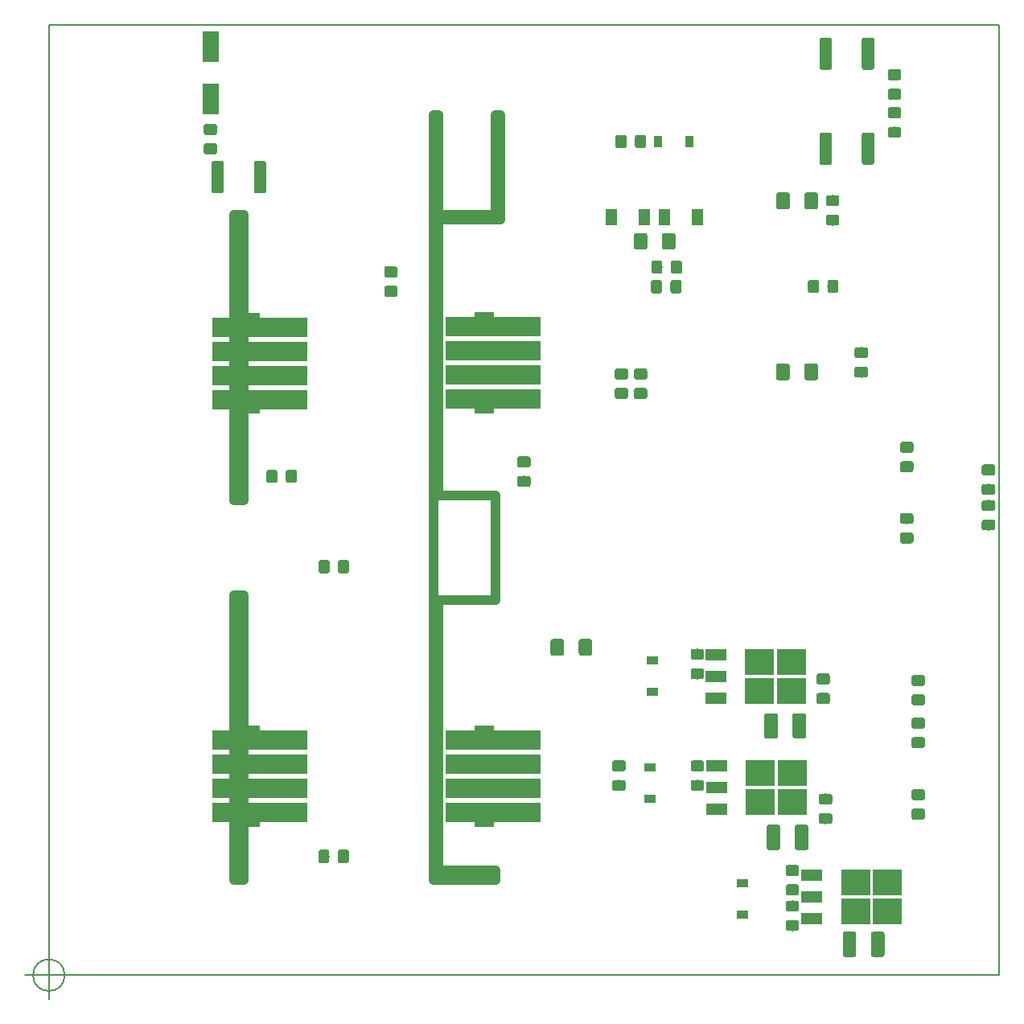
<source format=gbr>
%TF.GenerationSoftware,KiCad,Pcbnew,(5.0.2)-1*%
%TF.CreationDate,2019-03-07T23:56:34+01:00*%
%TF.ProjectId,KicadJE-EuroPowerSupply,4b696361-644a-4452-9d45-75726f506f77,Rev B*%
%TF.SameCoordinates,Original*%
%TF.FileFunction,Paste,Top*%
%TF.FilePolarity,Positive*%
%FSLAX46Y46*%
G04 Gerber Fmt 4.6, Leading zero omitted, Abs format (unit mm)*
G04 Created by KiCad (PCBNEW (5.0.2)-1) date 07/03/2019 23:56:34*
%MOMM*%
%LPD*%
G01*
G04 APERTURE LIST*
%ADD10C,1.000000*%
%ADD11C,0.150000*%
%ADD12C,0.200000*%
%ADD13R,10.000000X2.000000*%
%ADD14R,2.000000X1.000000*%
%ADD15C,1.150000*%
%ADD16C,1.425000*%
%ADD17R,1.700000X3.300000*%
%ADD18R,1.200000X0.900000*%
%ADD19R,0.900000X1.200000*%
%ADD20C,1.300000*%
%ADD21R,2.200000X1.200000*%
%ADD22R,3.050000X2.750000*%
%ADD23R,1.300000X1.700000*%
G04 APERTURE END LIST*
D10*
X140500000Y-139000000D02*
X140500000Y-140000000D01*
X147000000Y-139000000D02*
X140500000Y-139000000D01*
X147000000Y-140000000D02*
X147000000Y-139000000D01*
X140500000Y-140000000D02*
X147000000Y-140000000D01*
X140500000Y-70500000D02*
X140500000Y-70000000D01*
X147500000Y-70500000D02*
X140500000Y-70500000D01*
X147500000Y-59500000D02*
X147500000Y-70500000D01*
X147000000Y-59500000D02*
X147500000Y-59500000D01*
X147000000Y-70000000D02*
X147000000Y-59500000D01*
X140500000Y-70000000D02*
X147000000Y-70000000D01*
X141000000Y-110500000D02*
X141000000Y-140000000D01*
X147000000Y-110500000D02*
X141000000Y-110500000D01*
X141000000Y-99500000D02*
X147000000Y-99500000D01*
X141000000Y-59500000D02*
X141000000Y-99500000D01*
X140500000Y-140000000D02*
X140500000Y-59500000D01*
X147000000Y-110500000D02*
X147000000Y-99500000D01*
X140500000Y-59500000D02*
X141000000Y-59500000D01*
X119500000Y-100000000D02*
X120500000Y-100000000D01*
X141000000Y-140000000D02*
X140500000Y-140000000D01*
X119500000Y-110000000D02*
X120500000Y-110000000D01*
X119500000Y-110000000D02*
X119500000Y-140000000D01*
X120500000Y-140000000D02*
X120500000Y-110000000D01*
X119500000Y-140000000D02*
X120500000Y-140000000D01*
X119500000Y-70000000D02*
X119500000Y-100000000D01*
X119500000Y-70000000D02*
X120500000Y-70000000D01*
X120500000Y-100000000D02*
X120500000Y-70000000D01*
D11*
X101666666Y-150000000D02*
G75*
G03X101666666Y-150000000I-1666666J0D01*
G01*
X97500000Y-150000000D02*
X102500000Y-150000000D01*
X100000000Y-147500000D02*
X100000000Y-152500000D01*
D12*
X200000000Y-50000000D02*
X100000000Y-50000000D01*
X200000000Y-150000000D02*
X200000000Y-50000000D01*
X100000000Y-150000000D02*
X200000000Y-150000000D01*
X100000000Y-50000000D02*
X100000000Y-150000000D01*
D13*
X146800000Y-132880000D03*
X146800000Y-130340000D03*
X146800000Y-127800000D03*
D14*
X145800000Y-133880000D03*
X145800000Y-124260000D03*
D13*
X146800000Y-132880000D03*
X146800000Y-130340000D03*
X146800000Y-127800000D03*
X146800000Y-125260000D03*
X122200000Y-132880000D03*
X122200000Y-130340000D03*
X122200000Y-127800000D03*
D14*
X121200000Y-133880000D03*
X121200000Y-124260000D03*
D13*
X122200000Y-132880000D03*
X122200000Y-130340000D03*
X122200000Y-127800000D03*
X122200000Y-125260000D03*
D11*
G36*
X191974505Y-122901204D02*
X191998773Y-122904804D01*
X192022572Y-122910765D01*
X192045671Y-122919030D01*
X192067850Y-122929520D01*
X192088893Y-122942132D01*
X192108599Y-122956747D01*
X192126777Y-122973223D01*
X192143253Y-122991401D01*
X192157868Y-123011107D01*
X192170480Y-123032150D01*
X192180970Y-123054329D01*
X192189235Y-123077428D01*
X192195196Y-123101227D01*
X192198796Y-123125495D01*
X192200000Y-123149999D01*
X192200000Y-123800001D01*
X192198796Y-123824505D01*
X192195196Y-123848773D01*
X192189235Y-123872572D01*
X192180970Y-123895671D01*
X192170480Y-123917850D01*
X192157868Y-123938893D01*
X192143253Y-123958599D01*
X192126777Y-123976777D01*
X192108599Y-123993253D01*
X192088893Y-124007868D01*
X192067850Y-124020480D01*
X192045671Y-124030970D01*
X192022572Y-124039235D01*
X191998773Y-124045196D01*
X191974505Y-124048796D01*
X191950001Y-124050000D01*
X191049999Y-124050000D01*
X191025495Y-124048796D01*
X191001227Y-124045196D01*
X190977428Y-124039235D01*
X190954329Y-124030970D01*
X190932150Y-124020480D01*
X190911107Y-124007868D01*
X190891401Y-123993253D01*
X190873223Y-123976777D01*
X190856747Y-123958599D01*
X190842132Y-123938893D01*
X190829520Y-123917850D01*
X190819030Y-123895671D01*
X190810765Y-123872572D01*
X190804804Y-123848773D01*
X190801204Y-123824505D01*
X190800000Y-123800001D01*
X190800000Y-123149999D01*
X190801204Y-123125495D01*
X190804804Y-123101227D01*
X190810765Y-123077428D01*
X190819030Y-123054329D01*
X190829520Y-123032150D01*
X190842132Y-123011107D01*
X190856747Y-122991401D01*
X190873223Y-122973223D01*
X190891401Y-122956747D01*
X190911107Y-122942132D01*
X190932150Y-122929520D01*
X190954329Y-122919030D01*
X190977428Y-122910765D01*
X191001227Y-122904804D01*
X191025495Y-122901204D01*
X191049999Y-122900000D01*
X191950001Y-122900000D01*
X191974505Y-122901204D01*
X191974505Y-122901204D01*
G37*
D15*
X191500000Y-123475000D03*
D11*
G36*
X191974505Y-124951204D02*
X191998773Y-124954804D01*
X192022572Y-124960765D01*
X192045671Y-124969030D01*
X192067850Y-124979520D01*
X192088893Y-124992132D01*
X192108599Y-125006747D01*
X192126777Y-125023223D01*
X192143253Y-125041401D01*
X192157868Y-125061107D01*
X192170480Y-125082150D01*
X192180970Y-125104329D01*
X192189235Y-125127428D01*
X192195196Y-125151227D01*
X192198796Y-125175495D01*
X192200000Y-125199999D01*
X192200000Y-125850001D01*
X192198796Y-125874505D01*
X192195196Y-125898773D01*
X192189235Y-125922572D01*
X192180970Y-125945671D01*
X192170480Y-125967850D01*
X192157868Y-125988893D01*
X192143253Y-126008599D01*
X192126777Y-126026777D01*
X192108599Y-126043253D01*
X192088893Y-126057868D01*
X192067850Y-126070480D01*
X192045671Y-126080970D01*
X192022572Y-126089235D01*
X191998773Y-126095196D01*
X191974505Y-126098796D01*
X191950001Y-126100000D01*
X191049999Y-126100000D01*
X191025495Y-126098796D01*
X191001227Y-126095196D01*
X190977428Y-126089235D01*
X190954329Y-126080970D01*
X190932150Y-126070480D01*
X190911107Y-126057868D01*
X190891401Y-126043253D01*
X190873223Y-126026777D01*
X190856747Y-126008599D01*
X190842132Y-125988893D01*
X190829520Y-125967850D01*
X190819030Y-125945671D01*
X190810765Y-125922572D01*
X190804804Y-125898773D01*
X190801204Y-125874505D01*
X190800000Y-125850001D01*
X190800000Y-125199999D01*
X190801204Y-125175495D01*
X190804804Y-125151227D01*
X190810765Y-125127428D01*
X190819030Y-125104329D01*
X190829520Y-125082150D01*
X190842132Y-125061107D01*
X190856747Y-125041401D01*
X190873223Y-125023223D01*
X190891401Y-125006747D01*
X190911107Y-124992132D01*
X190932150Y-124979520D01*
X190954329Y-124969030D01*
X190977428Y-124960765D01*
X191001227Y-124954804D01*
X191025495Y-124951204D01*
X191049999Y-124950000D01*
X191950001Y-124950000D01*
X191974505Y-124951204D01*
X191974505Y-124951204D01*
G37*
D15*
X191500000Y-125525000D03*
D11*
G36*
X190771505Y-95917204D02*
X190795773Y-95920804D01*
X190819572Y-95926765D01*
X190842671Y-95935030D01*
X190864850Y-95945520D01*
X190885893Y-95958132D01*
X190905599Y-95972747D01*
X190923777Y-95989223D01*
X190940253Y-96007401D01*
X190954868Y-96027107D01*
X190967480Y-96048150D01*
X190977970Y-96070329D01*
X190986235Y-96093428D01*
X190992196Y-96117227D01*
X190995796Y-96141495D01*
X190997000Y-96165999D01*
X190997000Y-96816001D01*
X190995796Y-96840505D01*
X190992196Y-96864773D01*
X190986235Y-96888572D01*
X190977970Y-96911671D01*
X190967480Y-96933850D01*
X190954868Y-96954893D01*
X190940253Y-96974599D01*
X190923777Y-96992777D01*
X190905599Y-97009253D01*
X190885893Y-97023868D01*
X190864850Y-97036480D01*
X190842671Y-97046970D01*
X190819572Y-97055235D01*
X190795773Y-97061196D01*
X190771505Y-97064796D01*
X190747001Y-97066000D01*
X189846999Y-97066000D01*
X189822495Y-97064796D01*
X189798227Y-97061196D01*
X189774428Y-97055235D01*
X189751329Y-97046970D01*
X189729150Y-97036480D01*
X189708107Y-97023868D01*
X189688401Y-97009253D01*
X189670223Y-96992777D01*
X189653747Y-96974599D01*
X189639132Y-96954893D01*
X189626520Y-96933850D01*
X189616030Y-96911671D01*
X189607765Y-96888572D01*
X189601804Y-96864773D01*
X189598204Y-96840505D01*
X189597000Y-96816001D01*
X189597000Y-96165999D01*
X189598204Y-96141495D01*
X189601804Y-96117227D01*
X189607765Y-96093428D01*
X189616030Y-96070329D01*
X189626520Y-96048150D01*
X189639132Y-96027107D01*
X189653747Y-96007401D01*
X189670223Y-95989223D01*
X189688401Y-95972747D01*
X189708107Y-95958132D01*
X189729150Y-95945520D01*
X189751329Y-95935030D01*
X189774428Y-95926765D01*
X189798227Y-95920804D01*
X189822495Y-95917204D01*
X189846999Y-95916000D01*
X190747001Y-95916000D01*
X190771505Y-95917204D01*
X190771505Y-95917204D01*
G37*
D15*
X190297000Y-96491000D03*
D11*
G36*
X190771505Y-93867204D02*
X190795773Y-93870804D01*
X190819572Y-93876765D01*
X190842671Y-93885030D01*
X190864850Y-93895520D01*
X190885893Y-93908132D01*
X190905599Y-93922747D01*
X190923777Y-93939223D01*
X190940253Y-93957401D01*
X190954868Y-93977107D01*
X190967480Y-93998150D01*
X190977970Y-94020329D01*
X190986235Y-94043428D01*
X190992196Y-94067227D01*
X190995796Y-94091495D01*
X190997000Y-94115999D01*
X190997000Y-94766001D01*
X190995796Y-94790505D01*
X190992196Y-94814773D01*
X190986235Y-94838572D01*
X190977970Y-94861671D01*
X190967480Y-94883850D01*
X190954868Y-94904893D01*
X190940253Y-94924599D01*
X190923777Y-94942777D01*
X190905599Y-94959253D01*
X190885893Y-94973868D01*
X190864850Y-94986480D01*
X190842671Y-94996970D01*
X190819572Y-95005235D01*
X190795773Y-95011196D01*
X190771505Y-95014796D01*
X190747001Y-95016000D01*
X189846999Y-95016000D01*
X189822495Y-95014796D01*
X189798227Y-95011196D01*
X189774428Y-95005235D01*
X189751329Y-94996970D01*
X189729150Y-94986480D01*
X189708107Y-94973868D01*
X189688401Y-94959253D01*
X189670223Y-94942777D01*
X189653747Y-94924599D01*
X189639132Y-94904893D01*
X189626520Y-94883850D01*
X189616030Y-94861671D01*
X189607765Y-94838572D01*
X189601804Y-94814773D01*
X189598204Y-94790505D01*
X189597000Y-94766001D01*
X189597000Y-94115999D01*
X189598204Y-94091495D01*
X189601804Y-94067227D01*
X189607765Y-94043428D01*
X189616030Y-94020329D01*
X189626520Y-93998150D01*
X189639132Y-93977107D01*
X189653747Y-93957401D01*
X189670223Y-93939223D01*
X189688401Y-93922747D01*
X189708107Y-93908132D01*
X189729150Y-93895520D01*
X189751329Y-93885030D01*
X189774428Y-93876765D01*
X189798227Y-93870804D01*
X189822495Y-93867204D01*
X189846999Y-93866000D01*
X190747001Y-93866000D01*
X190771505Y-93867204D01*
X190771505Y-93867204D01*
G37*
D15*
X190297000Y-94441000D03*
D11*
G36*
X160474505Y-129451204D02*
X160498773Y-129454804D01*
X160522572Y-129460765D01*
X160545671Y-129469030D01*
X160567850Y-129479520D01*
X160588893Y-129492132D01*
X160608599Y-129506747D01*
X160626777Y-129523223D01*
X160643253Y-129541401D01*
X160657868Y-129561107D01*
X160670480Y-129582150D01*
X160680970Y-129604329D01*
X160689235Y-129627428D01*
X160695196Y-129651227D01*
X160698796Y-129675495D01*
X160700000Y-129699999D01*
X160700000Y-130350001D01*
X160698796Y-130374505D01*
X160695196Y-130398773D01*
X160689235Y-130422572D01*
X160680970Y-130445671D01*
X160670480Y-130467850D01*
X160657868Y-130488893D01*
X160643253Y-130508599D01*
X160626777Y-130526777D01*
X160608599Y-130543253D01*
X160588893Y-130557868D01*
X160567850Y-130570480D01*
X160545671Y-130580970D01*
X160522572Y-130589235D01*
X160498773Y-130595196D01*
X160474505Y-130598796D01*
X160450001Y-130600000D01*
X159549999Y-130600000D01*
X159525495Y-130598796D01*
X159501227Y-130595196D01*
X159477428Y-130589235D01*
X159454329Y-130580970D01*
X159432150Y-130570480D01*
X159411107Y-130557868D01*
X159391401Y-130543253D01*
X159373223Y-130526777D01*
X159356747Y-130508599D01*
X159342132Y-130488893D01*
X159329520Y-130467850D01*
X159319030Y-130445671D01*
X159310765Y-130422572D01*
X159304804Y-130398773D01*
X159301204Y-130374505D01*
X159300000Y-130350001D01*
X159300000Y-129699999D01*
X159301204Y-129675495D01*
X159304804Y-129651227D01*
X159310765Y-129627428D01*
X159319030Y-129604329D01*
X159329520Y-129582150D01*
X159342132Y-129561107D01*
X159356747Y-129541401D01*
X159373223Y-129523223D01*
X159391401Y-129506747D01*
X159411107Y-129492132D01*
X159432150Y-129479520D01*
X159454329Y-129469030D01*
X159477428Y-129460765D01*
X159501227Y-129454804D01*
X159525495Y-129451204D01*
X159549999Y-129450000D01*
X160450001Y-129450000D01*
X160474505Y-129451204D01*
X160474505Y-129451204D01*
G37*
D15*
X160000000Y-130025000D03*
D11*
G36*
X160474505Y-127401204D02*
X160498773Y-127404804D01*
X160522572Y-127410765D01*
X160545671Y-127419030D01*
X160567850Y-127429520D01*
X160588893Y-127442132D01*
X160608599Y-127456747D01*
X160626777Y-127473223D01*
X160643253Y-127491401D01*
X160657868Y-127511107D01*
X160670480Y-127532150D01*
X160680970Y-127554329D01*
X160689235Y-127577428D01*
X160695196Y-127601227D01*
X160698796Y-127625495D01*
X160700000Y-127649999D01*
X160700000Y-128300001D01*
X160698796Y-128324505D01*
X160695196Y-128348773D01*
X160689235Y-128372572D01*
X160680970Y-128395671D01*
X160670480Y-128417850D01*
X160657868Y-128438893D01*
X160643253Y-128458599D01*
X160626777Y-128476777D01*
X160608599Y-128493253D01*
X160588893Y-128507868D01*
X160567850Y-128520480D01*
X160545671Y-128530970D01*
X160522572Y-128539235D01*
X160498773Y-128545196D01*
X160474505Y-128548796D01*
X160450001Y-128550000D01*
X159549999Y-128550000D01*
X159525495Y-128548796D01*
X159501227Y-128545196D01*
X159477428Y-128539235D01*
X159454329Y-128530970D01*
X159432150Y-128520480D01*
X159411107Y-128507868D01*
X159391401Y-128493253D01*
X159373223Y-128476777D01*
X159356747Y-128458599D01*
X159342132Y-128438893D01*
X159329520Y-128417850D01*
X159319030Y-128395671D01*
X159310765Y-128372572D01*
X159304804Y-128348773D01*
X159301204Y-128324505D01*
X159300000Y-128300001D01*
X159300000Y-127649999D01*
X159301204Y-127625495D01*
X159304804Y-127601227D01*
X159310765Y-127577428D01*
X159319030Y-127554329D01*
X159329520Y-127532150D01*
X159342132Y-127511107D01*
X159356747Y-127491401D01*
X159373223Y-127473223D01*
X159391401Y-127456747D01*
X159411107Y-127442132D01*
X159432150Y-127429520D01*
X159454329Y-127419030D01*
X159477428Y-127410765D01*
X159501227Y-127404804D01*
X159525495Y-127401204D01*
X159549999Y-127400000D01*
X160450001Y-127400000D01*
X160474505Y-127401204D01*
X160474505Y-127401204D01*
G37*
D15*
X160000000Y-127975000D03*
D11*
G36*
X199364794Y-98298690D02*
X199389062Y-98302290D01*
X199412861Y-98308251D01*
X199435960Y-98316516D01*
X199458139Y-98327006D01*
X199479182Y-98339618D01*
X199498888Y-98354233D01*
X199517066Y-98370709D01*
X199533542Y-98388887D01*
X199548157Y-98408593D01*
X199560769Y-98429636D01*
X199571259Y-98451815D01*
X199579524Y-98474914D01*
X199585485Y-98498713D01*
X199589085Y-98522981D01*
X199590289Y-98547485D01*
X199590289Y-99197487D01*
X199589085Y-99221991D01*
X199585485Y-99246259D01*
X199579524Y-99270058D01*
X199571259Y-99293157D01*
X199560769Y-99315336D01*
X199548157Y-99336379D01*
X199533542Y-99356085D01*
X199517066Y-99374263D01*
X199498888Y-99390739D01*
X199479182Y-99405354D01*
X199458139Y-99417966D01*
X199435960Y-99428456D01*
X199412861Y-99436721D01*
X199389062Y-99442682D01*
X199364794Y-99446282D01*
X199340290Y-99447486D01*
X198440288Y-99447486D01*
X198415784Y-99446282D01*
X198391516Y-99442682D01*
X198367717Y-99436721D01*
X198344618Y-99428456D01*
X198322439Y-99417966D01*
X198301396Y-99405354D01*
X198281690Y-99390739D01*
X198263512Y-99374263D01*
X198247036Y-99356085D01*
X198232421Y-99336379D01*
X198219809Y-99315336D01*
X198209319Y-99293157D01*
X198201054Y-99270058D01*
X198195093Y-99246259D01*
X198191493Y-99221991D01*
X198190289Y-99197487D01*
X198190289Y-98547485D01*
X198191493Y-98522981D01*
X198195093Y-98498713D01*
X198201054Y-98474914D01*
X198209319Y-98451815D01*
X198219809Y-98429636D01*
X198232421Y-98408593D01*
X198247036Y-98388887D01*
X198263512Y-98370709D01*
X198281690Y-98354233D01*
X198301396Y-98339618D01*
X198322439Y-98327006D01*
X198344618Y-98316516D01*
X198367717Y-98308251D01*
X198391516Y-98302290D01*
X198415784Y-98298690D01*
X198440288Y-98297486D01*
X199340290Y-98297486D01*
X199364794Y-98298690D01*
X199364794Y-98298690D01*
G37*
D15*
X198890289Y-98872486D03*
D11*
G36*
X199364794Y-96248690D02*
X199389062Y-96252290D01*
X199412861Y-96258251D01*
X199435960Y-96266516D01*
X199458139Y-96277006D01*
X199479182Y-96289618D01*
X199498888Y-96304233D01*
X199517066Y-96320709D01*
X199533542Y-96338887D01*
X199548157Y-96358593D01*
X199560769Y-96379636D01*
X199571259Y-96401815D01*
X199579524Y-96424914D01*
X199585485Y-96448713D01*
X199589085Y-96472981D01*
X199590289Y-96497485D01*
X199590289Y-97147487D01*
X199589085Y-97171991D01*
X199585485Y-97196259D01*
X199579524Y-97220058D01*
X199571259Y-97243157D01*
X199560769Y-97265336D01*
X199548157Y-97286379D01*
X199533542Y-97306085D01*
X199517066Y-97324263D01*
X199498888Y-97340739D01*
X199479182Y-97355354D01*
X199458139Y-97367966D01*
X199435960Y-97378456D01*
X199412861Y-97386721D01*
X199389062Y-97392682D01*
X199364794Y-97396282D01*
X199340290Y-97397486D01*
X198440288Y-97397486D01*
X198415784Y-97396282D01*
X198391516Y-97392682D01*
X198367717Y-97386721D01*
X198344618Y-97378456D01*
X198322439Y-97367966D01*
X198301396Y-97355354D01*
X198281690Y-97340739D01*
X198263512Y-97324263D01*
X198247036Y-97306085D01*
X198232421Y-97286379D01*
X198219809Y-97265336D01*
X198209319Y-97243157D01*
X198201054Y-97220058D01*
X198195093Y-97196259D01*
X198191493Y-97171991D01*
X198190289Y-97147487D01*
X198190289Y-96497485D01*
X198191493Y-96472981D01*
X198195093Y-96448713D01*
X198201054Y-96424914D01*
X198209319Y-96401815D01*
X198219809Y-96379636D01*
X198232421Y-96358593D01*
X198247036Y-96338887D01*
X198263512Y-96320709D01*
X198281690Y-96304233D01*
X198301396Y-96289618D01*
X198322439Y-96277006D01*
X198344618Y-96266516D01*
X198367717Y-96258251D01*
X198391516Y-96252290D01*
X198415784Y-96248690D01*
X198440288Y-96247486D01*
X199340290Y-96247486D01*
X199364794Y-96248690D01*
X199364794Y-96248690D01*
G37*
D15*
X198890289Y-96822486D03*
D11*
G36*
X181974505Y-120301204D02*
X181998773Y-120304804D01*
X182022572Y-120310765D01*
X182045671Y-120319030D01*
X182067850Y-120329520D01*
X182088893Y-120342132D01*
X182108599Y-120356747D01*
X182126777Y-120373223D01*
X182143253Y-120391401D01*
X182157868Y-120411107D01*
X182170480Y-120432150D01*
X182180970Y-120454329D01*
X182189235Y-120477428D01*
X182195196Y-120501227D01*
X182198796Y-120525495D01*
X182200000Y-120549999D01*
X182200000Y-121200001D01*
X182198796Y-121224505D01*
X182195196Y-121248773D01*
X182189235Y-121272572D01*
X182180970Y-121295671D01*
X182170480Y-121317850D01*
X182157868Y-121338893D01*
X182143253Y-121358599D01*
X182126777Y-121376777D01*
X182108599Y-121393253D01*
X182088893Y-121407868D01*
X182067850Y-121420480D01*
X182045671Y-121430970D01*
X182022572Y-121439235D01*
X181998773Y-121445196D01*
X181974505Y-121448796D01*
X181950001Y-121450000D01*
X181049999Y-121450000D01*
X181025495Y-121448796D01*
X181001227Y-121445196D01*
X180977428Y-121439235D01*
X180954329Y-121430970D01*
X180932150Y-121420480D01*
X180911107Y-121407868D01*
X180891401Y-121393253D01*
X180873223Y-121376777D01*
X180856747Y-121358599D01*
X180842132Y-121338893D01*
X180829520Y-121317850D01*
X180819030Y-121295671D01*
X180810765Y-121272572D01*
X180804804Y-121248773D01*
X180801204Y-121224505D01*
X180800000Y-121200001D01*
X180800000Y-120549999D01*
X180801204Y-120525495D01*
X180804804Y-120501227D01*
X180810765Y-120477428D01*
X180819030Y-120454329D01*
X180829520Y-120432150D01*
X180842132Y-120411107D01*
X180856747Y-120391401D01*
X180873223Y-120373223D01*
X180891401Y-120356747D01*
X180911107Y-120342132D01*
X180932150Y-120329520D01*
X180954329Y-120319030D01*
X180977428Y-120310765D01*
X181001227Y-120304804D01*
X181025495Y-120301204D01*
X181049999Y-120300000D01*
X181950001Y-120300000D01*
X181974505Y-120301204D01*
X181974505Y-120301204D01*
G37*
D15*
X181500000Y-120875000D03*
D11*
G36*
X181974505Y-118251204D02*
X181998773Y-118254804D01*
X182022572Y-118260765D01*
X182045671Y-118269030D01*
X182067850Y-118279520D01*
X182088893Y-118292132D01*
X182108599Y-118306747D01*
X182126777Y-118323223D01*
X182143253Y-118341401D01*
X182157868Y-118361107D01*
X182170480Y-118382150D01*
X182180970Y-118404329D01*
X182189235Y-118427428D01*
X182195196Y-118451227D01*
X182198796Y-118475495D01*
X182200000Y-118499999D01*
X182200000Y-119150001D01*
X182198796Y-119174505D01*
X182195196Y-119198773D01*
X182189235Y-119222572D01*
X182180970Y-119245671D01*
X182170480Y-119267850D01*
X182157868Y-119288893D01*
X182143253Y-119308599D01*
X182126777Y-119326777D01*
X182108599Y-119343253D01*
X182088893Y-119357868D01*
X182067850Y-119370480D01*
X182045671Y-119380970D01*
X182022572Y-119389235D01*
X181998773Y-119395196D01*
X181974505Y-119398796D01*
X181950001Y-119400000D01*
X181049999Y-119400000D01*
X181025495Y-119398796D01*
X181001227Y-119395196D01*
X180977428Y-119389235D01*
X180954329Y-119380970D01*
X180932150Y-119370480D01*
X180911107Y-119357868D01*
X180891401Y-119343253D01*
X180873223Y-119326777D01*
X180856747Y-119308599D01*
X180842132Y-119288893D01*
X180829520Y-119267850D01*
X180819030Y-119245671D01*
X180810765Y-119222572D01*
X180804804Y-119198773D01*
X180801204Y-119174505D01*
X180800000Y-119150001D01*
X180800000Y-118499999D01*
X180801204Y-118475495D01*
X180804804Y-118451227D01*
X180810765Y-118427428D01*
X180819030Y-118404329D01*
X180829520Y-118382150D01*
X180842132Y-118361107D01*
X180856747Y-118341401D01*
X180873223Y-118323223D01*
X180891401Y-118306747D01*
X180911107Y-118292132D01*
X180932150Y-118279520D01*
X180954329Y-118269030D01*
X180977428Y-118260765D01*
X181001227Y-118254804D01*
X181025495Y-118251204D01*
X181049999Y-118250000D01*
X181950001Y-118250000D01*
X181974505Y-118251204D01*
X181974505Y-118251204D01*
G37*
D15*
X181500000Y-118825000D03*
D11*
G36*
X191974505Y-120451204D02*
X191998773Y-120454804D01*
X192022572Y-120460765D01*
X192045671Y-120469030D01*
X192067850Y-120479520D01*
X192088893Y-120492132D01*
X192108599Y-120506747D01*
X192126777Y-120523223D01*
X192143253Y-120541401D01*
X192157868Y-120561107D01*
X192170480Y-120582150D01*
X192180970Y-120604329D01*
X192189235Y-120627428D01*
X192195196Y-120651227D01*
X192198796Y-120675495D01*
X192200000Y-120699999D01*
X192200000Y-121350001D01*
X192198796Y-121374505D01*
X192195196Y-121398773D01*
X192189235Y-121422572D01*
X192180970Y-121445671D01*
X192170480Y-121467850D01*
X192157868Y-121488893D01*
X192143253Y-121508599D01*
X192126777Y-121526777D01*
X192108599Y-121543253D01*
X192088893Y-121557868D01*
X192067850Y-121570480D01*
X192045671Y-121580970D01*
X192022572Y-121589235D01*
X191998773Y-121595196D01*
X191974505Y-121598796D01*
X191950001Y-121600000D01*
X191049999Y-121600000D01*
X191025495Y-121598796D01*
X191001227Y-121595196D01*
X190977428Y-121589235D01*
X190954329Y-121580970D01*
X190932150Y-121570480D01*
X190911107Y-121557868D01*
X190891401Y-121543253D01*
X190873223Y-121526777D01*
X190856747Y-121508599D01*
X190842132Y-121488893D01*
X190829520Y-121467850D01*
X190819030Y-121445671D01*
X190810765Y-121422572D01*
X190804804Y-121398773D01*
X190801204Y-121374505D01*
X190800000Y-121350001D01*
X190800000Y-120699999D01*
X190801204Y-120675495D01*
X190804804Y-120651227D01*
X190810765Y-120627428D01*
X190819030Y-120604329D01*
X190829520Y-120582150D01*
X190842132Y-120561107D01*
X190856747Y-120541401D01*
X190873223Y-120523223D01*
X190891401Y-120506747D01*
X190911107Y-120492132D01*
X190932150Y-120479520D01*
X190954329Y-120469030D01*
X190977428Y-120460765D01*
X191001227Y-120454804D01*
X191025495Y-120451204D01*
X191049999Y-120450000D01*
X191950001Y-120450000D01*
X191974505Y-120451204D01*
X191974505Y-120451204D01*
G37*
D15*
X191500000Y-121025000D03*
D11*
G36*
X191974505Y-118401204D02*
X191998773Y-118404804D01*
X192022572Y-118410765D01*
X192045671Y-118419030D01*
X192067850Y-118429520D01*
X192088893Y-118442132D01*
X192108599Y-118456747D01*
X192126777Y-118473223D01*
X192143253Y-118491401D01*
X192157868Y-118511107D01*
X192170480Y-118532150D01*
X192180970Y-118554329D01*
X192189235Y-118577428D01*
X192195196Y-118601227D01*
X192198796Y-118625495D01*
X192200000Y-118649999D01*
X192200000Y-119300001D01*
X192198796Y-119324505D01*
X192195196Y-119348773D01*
X192189235Y-119372572D01*
X192180970Y-119395671D01*
X192170480Y-119417850D01*
X192157868Y-119438893D01*
X192143253Y-119458599D01*
X192126777Y-119476777D01*
X192108599Y-119493253D01*
X192088893Y-119507868D01*
X192067850Y-119520480D01*
X192045671Y-119530970D01*
X192022572Y-119539235D01*
X191998773Y-119545196D01*
X191974505Y-119548796D01*
X191950001Y-119550000D01*
X191049999Y-119550000D01*
X191025495Y-119548796D01*
X191001227Y-119545196D01*
X190977428Y-119539235D01*
X190954329Y-119530970D01*
X190932150Y-119520480D01*
X190911107Y-119507868D01*
X190891401Y-119493253D01*
X190873223Y-119476777D01*
X190856747Y-119458599D01*
X190842132Y-119438893D01*
X190829520Y-119417850D01*
X190819030Y-119395671D01*
X190810765Y-119372572D01*
X190804804Y-119348773D01*
X190801204Y-119324505D01*
X190800000Y-119300001D01*
X190800000Y-118649999D01*
X190801204Y-118625495D01*
X190804804Y-118601227D01*
X190810765Y-118577428D01*
X190819030Y-118554329D01*
X190829520Y-118532150D01*
X190842132Y-118511107D01*
X190856747Y-118491401D01*
X190873223Y-118473223D01*
X190891401Y-118456747D01*
X190911107Y-118442132D01*
X190932150Y-118429520D01*
X190954329Y-118419030D01*
X190977428Y-118410765D01*
X191001227Y-118404804D01*
X191025495Y-118401204D01*
X191049999Y-118400000D01*
X191950001Y-118400000D01*
X191974505Y-118401204D01*
X191974505Y-118401204D01*
G37*
D15*
X191500000Y-118975000D03*
D11*
G36*
X191974505Y-130426204D02*
X191998773Y-130429804D01*
X192022572Y-130435765D01*
X192045671Y-130444030D01*
X192067850Y-130454520D01*
X192088893Y-130467132D01*
X192108599Y-130481747D01*
X192126777Y-130498223D01*
X192143253Y-130516401D01*
X192157868Y-130536107D01*
X192170480Y-130557150D01*
X192180970Y-130579329D01*
X192189235Y-130602428D01*
X192195196Y-130626227D01*
X192198796Y-130650495D01*
X192200000Y-130674999D01*
X192200000Y-131325001D01*
X192198796Y-131349505D01*
X192195196Y-131373773D01*
X192189235Y-131397572D01*
X192180970Y-131420671D01*
X192170480Y-131442850D01*
X192157868Y-131463893D01*
X192143253Y-131483599D01*
X192126777Y-131501777D01*
X192108599Y-131518253D01*
X192088893Y-131532868D01*
X192067850Y-131545480D01*
X192045671Y-131555970D01*
X192022572Y-131564235D01*
X191998773Y-131570196D01*
X191974505Y-131573796D01*
X191950001Y-131575000D01*
X191049999Y-131575000D01*
X191025495Y-131573796D01*
X191001227Y-131570196D01*
X190977428Y-131564235D01*
X190954329Y-131555970D01*
X190932150Y-131545480D01*
X190911107Y-131532868D01*
X190891401Y-131518253D01*
X190873223Y-131501777D01*
X190856747Y-131483599D01*
X190842132Y-131463893D01*
X190829520Y-131442850D01*
X190819030Y-131420671D01*
X190810765Y-131397572D01*
X190804804Y-131373773D01*
X190801204Y-131349505D01*
X190800000Y-131325001D01*
X190800000Y-130674999D01*
X190801204Y-130650495D01*
X190804804Y-130626227D01*
X190810765Y-130602428D01*
X190819030Y-130579329D01*
X190829520Y-130557150D01*
X190842132Y-130536107D01*
X190856747Y-130516401D01*
X190873223Y-130498223D01*
X190891401Y-130481747D01*
X190911107Y-130467132D01*
X190932150Y-130454520D01*
X190954329Y-130444030D01*
X190977428Y-130435765D01*
X191001227Y-130429804D01*
X191025495Y-130426204D01*
X191049999Y-130425000D01*
X191950001Y-130425000D01*
X191974505Y-130426204D01*
X191974505Y-130426204D01*
G37*
D15*
X191500000Y-131000000D03*
D11*
G36*
X191974505Y-132476204D02*
X191998773Y-132479804D01*
X192022572Y-132485765D01*
X192045671Y-132494030D01*
X192067850Y-132504520D01*
X192088893Y-132517132D01*
X192108599Y-132531747D01*
X192126777Y-132548223D01*
X192143253Y-132566401D01*
X192157868Y-132586107D01*
X192170480Y-132607150D01*
X192180970Y-132629329D01*
X192189235Y-132652428D01*
X192195196Y-132676227D01*
X192198796Y-132700495D01*
X192200000Y-132724999D01*
X192200000Y-133375001D01*
X192198796Y-133399505D01*
X192195196Y-133423773D01*
X192189235Y-133447572D01*
X192180970Y-133470671D01*
X192170480Y-133492850D01*
X192157868Y-133513893D01*
X192143253Y-133533599D01*
X192126777Y-133551777D01*
X192108599Y-133568253D01*
X192088893Y-133582868D01*
X192067850Y-133595480D01*
X192045671Y-133605970D01*
X192022572Y-133614235D01*
X191998773Y-133620196D01*
X191974505Y-133623796D01*
X191950001Y-133625000D01*
X191049999Y-133625000D01*
X191025495Y-133623796D01*
X191001227Y-133620196D01*
X190977428Y-133614235D01*
X190954329Y-133605970D01*
X190932150Y-133595480D01*
X190911107Y-133582868D01*
X190891401Y-133568253D01*
X190873223Y-133551777D01*
X190856747Y-133533599D01*
X190842132Y-133513893D01*
X190829520Y-133492850D01*
X190819030Y-133470671D01*
X190810765Y-133447572D01*
X190804804Y-133423773D01*
X190801204Y-133399505D01*
X190800000Y-133375001D01*
X190800000Y-132724999D01*
X190801204Y-132700495D01*
X190804804Y-132676227D01*
X190810765Y-132652428D01*
X190819030Y-132629329D01*
X190829520Y-132607150D01*
X190842132Y-132586107D01*
X190856747Y-132566401D01*
X190873223Y-132548223D01*
X190891401Y-132531747D01*
X190911107Y-132517132D01*
X190932150Y-132504520D01*
X190954329Y-132494030D01*
X190977428Y-132485765D01*
X191001227Y-132479804D01*
X191025495Y-132476204D01*
X191049999Y-132475000D01*
X191950001Y-132475000D01*
X191974505Y-132476204D01*
X191974505Y-132476204D01*
G37*
D15*
X191500000Y-133050000D03*
D11*
G36*
X199364794Y-99998690D02*
X199389062Y-100002290D01*
X199412861Y-100008251D01*
X199435960Y-100016516D01*
X199458139Y-100027006D01*
X199479182Y-100039618D01*
X199498888Y-100054233D01*
X199517066Y-100070709D01*
X199533542Y-100088887D01*
X199548157Y-100108593D01*
X199560769Y-100129636D01*
X199571259Y-100151815D01*
X199579524Y-100174914D01*
X199585485Y-100198713D01*
X199589085Y-100222981D01*
X199590289Y-100247485D01*
X199590289Y-100897487D01*
X199589085Y-100921991D01*
X199585485Y-100946259D01*
X199579524Y-100970058D01*
X199571259Y-100993157D01*
X199560769Y-101015336D01*
X199548157Y-101036379D01*
X199533542Y-101056085D01*
X199517066Y-101074263D01*
X199498888Y-101090739D01*
X199479182Y-101105354D01*
X199458139Y-101117966D01*
X199435960Y-101128456D01*
X199412861Y-101136721D01*
X199389062Y-101142682D01*
X199364794Y-101146282D01*
X199340290Y-101147486D01*
X198440288Y-101147486D01*
X198415784Y-101146282D01*
X198391516Y-101142682D01*
X198367717Y-101136721D01*
X198344618Y-101128456D01*
X198322439Y-101117966D01*
X198301396Y-101105354D01*
X198281690Y-101090739D01*
X198263512Y-101074263D01*
X198247036Y-101056085D01*
X198232421Y-101036379D01*
X198219809Y-101015336D01*
X198209319Y-100993157D01*
X198201054Y-100970058D01*
X198195093Y-100946259D01*
X198191493Y-100921991D01*
X198190289Y-100897487D01*
X198190289Y-100247485D01*
X198191493Y-100222981D01*
X198195093Y-100198713D01*
X198201054Y-100174914D01*
X198209319Y-100151815D01*
X198219809Y-100129636D01*
X198232421Y-100108593D01*
X198247036Y-100088887D01*
X198263512Y-100070709D01*
X198281690Y-100054233D01*
X198301396Y-100039618D01*
X198322439Y-100027006D01*
X198344618Y-100016516D01*
X198367717Y-100008251D01*
X198391516Y-100002290D01*
X198415784Y-99998690D01*
X198440288Y-99997486D01*
X199340290Y-99997486D01*
X199364794Y-99998690D01*
X199364794Y-99998690D01*
G37*
D15*
X198890289Y-100572486D03*
D11*
G36*
X199364794Y-102048690D02*
X199389062Y-102052290D01*
X199412861Y-102058251D01*
X199435960Y-102066516D01*
X199458139Y-102077006D01*
X199479182Y-102089618D01*
X199498888Y-102104233D01*
X199517066Y-102120709D01*
X199533542Y-102138887D01*
X199548157Y-102158593D01*
X199560769Y-102179636D01*
X199571259Y-102201815D01*
X199579524Y-102224914D01*
X199585485Y-102248713D01*
X199589085Y-102272981D01*
X199590289Y-102297485D01*
X199590289Y-102947487D01*
X199589085Y-102971991D01*
X199585485Y-102996259D01*
X199579524Y-103020058D01*
X199571259Y-103043157D01*
X199560769Y-103065336D01*
X199548157Y-103086379D01*
X199533542Y-103106085D01*
X199517066Y-103124263D01*
X199498888Y-103140739D01*
X199479182Y-103155354D01*
X199458139Y-103167966D01*
X199435960Y-103178456D01*
X199412861Y-103186721D01*
X199389062Y-103192682D01*
X199364794Y-103196282D01*
X199340290Y-103197486D01*
X198440288Y-103197486D01*
X198415784Y-103196282D01*
X198391516Y-103192682D01*
X198367717Y-103186721D01*
X198344618Y-103178456D01*
X198322439Y-103167966D01*
X198301396Y-103155354D01*
X198281690Y-103140739D01*
X198263512Y-103124263D01*
X198247036Y-103106085D01*
X198232421Y-103086379D01*
X198219809Y-103065336D01*
X198209319Y-103043157D01*
X198201054Y-103020058D01*
X198195093Y-102996259D01*
X198191493Y-102971991D01*
X198190289Y-102947487D01*
X198190289Y-102297485D01*
X198191493Y-102272981D01*
X198195093Y-102248713D01*
X198201054Y-102224914D01*
X198209319Y-102201815D01*
X198219809Y-102179636D01*
X198232421Y-102158593D01*
X198247036Y-102138887D01*
X198263512Y-102120709D01*
X198281690Y-102104233D01*
X198301396Y-102089618D01*
X198322439Y-102077006D01*
X198344618Y-102066516D01*
X198367717Y-102058251D01*
X198391516Y-102052290D01*
X198415784Y-102048690D01*
X198440288Y-102047486D01*
X199340290Y-102047486D01*
X199364794Y-102048690D01*
X199364794Y-102048690D01*
G37*
D15*
X198890289Y-102622486D03*
D11*
G36*
X190771505Y-101360204D02*
X190795773Y-101363804D01*
X190819572Y-101369765D01*
X190842671Y-101378030D01*
X190864850Y-101388520D01*
X190885893Y-101401132D01*
X190905599Y-101415747D01*
X190923777Y-101432223D01*
X190940253Y-101450401D01*
X190954868Y-101470107D01*
X190967480Y-101491150D01*
X190977970Y-101513329D01*
X190986235Y-101536428D01*
X190992196Y-101560227D01*
X190995796Y-101584495D01*
X190997000Y-101608999D01*
X190997000Y-102259001D01*
X190995796Y-102283505D01*
X190992196Y-102307773D01*
X190986235Y-102331572D01*
X190977970Y-102354671D01*
X190967480Y-102376850D01*
X190954868Y-102397893D01*
X190940253Y-102417599D01*
X190923777Y-102435777D01*
X190905599Y-102452253D01*
X190885893Y-102466868D01*
X190864850Y-102479480D01*
X190842671Y-102489970D01*
X190819572Y-102498235D01*
X190795773Y-102504196D01*
X190771505Y-102507796D01*
X190747001Y-102509000D01*
X189846999Y-102509000D01*
X189822495Y-102507796D01*
X189798227Y-102504196D01*
X189774428Y-102498235D01*
X189751329Y-102489970D01*
X189729150Y-102479480D01*
X189708107Y-102466868D01*
X189688401Y-102452253D01*
X189670223Y-102435777D01*
X189653747Y-102417599D01*
X189639132Y-102397893D01*
X189626520Y-102376850D01*
X189616030Y-102354671D01*
X189607765Y-102331572D01*
X189601804Y-102307773D01*
X189598204Y-102283505D01*
X189597000Y-102259001D01*
X189597000Y-101608999D01*
X189598204Y-101584495D01*
X189601804Y-101560227D01*
X189607765Y-101536428D01*
X189616030Y-101513329D01*
X189626520Y-101491150D01*
X189639132Y-101470107D01*
X189653747Y-101450401D01*
X189670223Y-101432223D01*
X189688401Y-101415747D01*
X189708107Y-101401132D01*
X189729150Y-101388520D01*
X189751329Y-101378030D01*
X189774428Y-101369765D01*
X189798227Y-101363804D01*
X189822495Y-101360204D01*
X189846999Y-101359000D01*
X190747001Y-101359000D01*
X190771505Y-101360204D01*
X190771505Y-101360204D01*
G37*
D15*
X190297000Y-101934000D03*
D11*
G36*
X190771505Y-103410204D02*
X190795773Y-103413804D01*
X190819572Y-103419765D01*
X190842671Y-103428030D01*
X190864850Y-103438520D01*
X190885893Y-103451132D01*
X190905599Y-103465747D01*
X190923777Y-103482223D01*
X190940253Y-103500401D01*
X190954868Y-103520107D01*
X190967480Y-103541150D01*
X190977970Y-103563329D01*
X190986235Y-103586428D01*
X190992196Y-103610227D01*
X190995796Y-103634495D01*
X190997000Y-103658999D01*
X190997000Y-104309001D01*
X190995796Y-104333505D01*
X190992196Y-104357773D01*
X190986235Y-104381572D01*
X190977970Y-104404671D01*
X190967480Y-104426850D01*
X190954868Y-104447893D01*
X190940253Y-104467599D01*
X190923777Y-104485777D01*
X190905599Y-104502253D01*
X190885893Y-104516868D01*
X190864850Y-104529480D01*
X190842671Y-104539970D01*
X190819572Y-104548235D01*
X190795773Y-104554196D01*
X190771505Y-104557796D01*
X190747001Y-104559000D01*
X189846999Y-104559000D01*
X189822495Y-104557796D01*
X189798227Y-104554196D01*
X189774428Y-104548235D01*
X189751329Y-104539970D01*
X189729150Y-104529480D01*
X189708107Y-104516868D01*
X189688401Y-104502253D01*
X189670223Y-104485777D01*
X189653747Y-104467599D01*
X189639132Y-104447893D01*
X189626520Y-104426850D01*
X189616030Y-104404671D01*
X189607765Y-104381572D01*
X189601804Y-104357773D01*
X189598204Y-104333505D01*
X189597000Y-104309001D01*
X189597000Y-103658999D01*
X189598204Y-103634495D01*
X189601804Y-103610227D01*
X189607765Y-103586428D01*
X189616030Y-103563329D01*
X189626520Y-103541150D01*
X189639132Y-103520107D01*
X189653747Y-103500401D01*
X189670223Y-103482223D01*
X189688401Y-103465747D01*
X189708107Y-103451132D01*
X189729150Y-103438520D01*
X189751329Y-103428030D01*
X189774428Y-103419765D01*
X189798227Y-103413804D01*
X189822495Y-103410204D01*
X189846999Y-103409000D01*
X190747001Y-103409000D01*
X190771505Y-103410204D01*
X190771505Y-103410204D01*
G37*
D15*
X190297000Y-103984000D03*
D11*
G36*
X182224505Y-130901204D02*
X182248773Y-130904804D01*
X182272572Y-130910765D01*
X182295671Y-130919030D01*
X182317850Y-130929520D01*
X182338893Y-130942132D01*
X182358599Y-130956747D01*
X182376777Y-130973223D01*
X182393253Y-130991401D01*
X182407868Y-131011107D01*
X182420480Y-131032150D01*
X182430970Y-131054329D01*
X182439235Y-131077428D01*
X182445196Y-131101227D01*
X182448796Y-131125495D01*
X182450000Y-131149999D01*
X182450000Y-131800001D01*
X182448796Y-131824505D01*
X182445196Y-131848773D01*
X182439235Y-131872572D01*
X182430970Y-131895671D01*
X182420480Y-131917850D01*
X182407868Y-131938893D01*
X182393253Y-131958599D01*
X182376777Y-131976777D01*
X182358599Y-131993253D01*
X182338893Y-132007868D01*
X182317850Y-132020480D01*
X182295671Y-132030970D01*
X182272572Y-132039235D01*
X182248773Y-132045196D01*
X182224505Y-132048796D01*
X182200001Y-132050000D01*
X181299999Y-132050000D01*
X181275495Y-132048796D01*
X181251227Y-132045196D01*
X181227428Y-132039235D01*
X181204329Y-132030970D01*
X181182150Y-132020480D01*
X181161107Y-132007868D01*
X181141401Y-131993253D01*
X181123223Y-131976777D01*
X181106747Y-131958599D01*
X181092132Y-131938893D01*
X181079520Y-131917850D01*
X181069030Y-131895671D01*
X181060765Y-131872572D01*
X181054804Y-131848773D01*
X181051204Y-131824505D01*
X181050000Y-131800001D01*
X181050000Y-131149999D01*
X181051204Y-131125495D01*
X181054804Y-131101227D01*
X181060765Y-131077428D01*
X181069030Y-131054329D01*
X181079520Y-131032150D01*
X181092132Y-131011107D01*
X181106747Y-130991401D01*
X181123223Y-130973223D01*
X181141401Y-130956747D01*
X181161107Y-130942132D01*
X181182150Y-130929520D01*
X181204329Y-130919030D01*
X181227428Y-130910765D01*
X181251227Y-130904804D01*
X181275495Y-130901204D01*
X181299999Y-130900000D01*
X182200001Y-130900000D01*
X182224505Y-130901204D01*
X182224505Y-130901204D01*
G37*
D15*
X181750000Y-131475000D03*
D11*
G36*
X182224505Y-132951204D02*
X182248773Y-132954804D01*
X182272572Y-132960765D01*
X182295671Y-132969030D01*
X182317850Y-132979520D01*
X182338893Y-132992132D01*
X182358599Y-133006747D01*
X182376777Y-133023223D01*
X182393253Y-133041401D01*
X182407868Y-133061107D01*
X182420480Y-133082150D01*
X182430970Y-133104329D01*
X182439235Y-133127428D01*
X182445196Y-133151227D01*
X182448796Y-133175495D01*
X182450000Y-133199999D01*
X182450000Y-133850001D01*
X182448796Y-133874505D01*
X182445196Y-133898773D01*
X182439235Y-133922572D01*
X182430970Y-133945671D01*
X182420480Y-133967850D01*
X182407868Y-133988893D01*
X182393253Y-134008599D01*
X182376777Y-134026777D01*
X182358599Y-134043253D01*
X182338893Y-134057868D01*
X182317850Y-134070480D01*
X182295671Y-134080970D01*
X182272572Y-134089235D01*
X182248773Y-134095196D01*
X182224505Y-134098796D01*
X182200001Y-134100000D01*
X181299999Y-134100000D01*
X181275495Y-134098796D01*
X181251227Y-134095196D01*
X181227428Y-134089235D01*
X181204329Y-134080970D01*
X181182150Y-134070480D01*
X181161107Y-134057868D01*
X181141401Y-134043253D01*
X181123223Y-134026777D01*
X181106747Y-134008599D01*
X181092132Y-133988893D01*
X181079520Y-133967850D01*
X181069030Y-133945671D01*
X181060765Y-133922572D01*
X181054804Y-133898773D01*
X181051204Y-133874505D01*
X181050000Y-133850001D01*
X181050000Y-133199999D01*
X181051204Y-133175495D01*
X181054804Y-133151227D01*
X181060765Y-133127428D01*
X181069030Y-133104329D01*
X181079520Y-133082150D01*
X181092132Y-133061107D01*
X181106747Y-133041401D01*
X181123223Y-133023223D01*
X181141401Y-133006747D01*
X181161107Y-132992132D01*
X181182150Y-132979520D01*
X181204329Y-132969030D01*
X181227428Y-132960765D01*
X181251227Y-132954804D01*
X181275495Y-132951204D01*
X181299999Y-132950000D01*
X182200001Y-132950000D01*
X182224505Y-132951204D01*
X182224505Y-132951204D01*
G37*
D15*
X181750000Y-133525000D03*
D11*
G36*
X168724505Y-115651204D02*
X168748773Y-115654804D01*
X168772572Y-115660765D01*
X168795671Y-115669030D01*
X168817850Y-115679520D01*
X168838893Y-115692132D01*
X168858599Y-115706747D01*
X168876777Y-115723223D01*
X168893253Y-115741401D01*
X168907868Y-115761107D01*
X168920480Y-115782150D01*
X168930970Y-115804329D01*
X168939235Y-115827428D01*
X168945196Y-115851227D01*
X168948796Y-115875495D01*
X168950000Y-115899999D01*
X168950000Y-116550001D01*
X168948796Y-116574505D01*
X168945196Y-116598773D01*
X168939235Y-116622572D01*
X168930970Y-116645671D01*
X168920480Y-116667850D01*
X168907868Y-116688893D01*
X168893253Y-116708599D01*
X168876777Y-116726777D01*
X168858599Y-116743253D01*
X168838893Y-116757868D01*
X168817850Y-116770480D01*
X168795671Y-116780970D01*
X168772572Y-116789235D01*
X168748773Y-116795196D01*
X168724505Y-116798796D01*
X168700001Y-116800000D01*
X167799999Y-116800000D01*
X167775495Y-116798796D01*
X167751227Y-116795196D01*
X167727428Y-116789235D01*
X167704329Y-116780970D01*
X167682150Y-116770480D01*
X167661107Y-116757868D01*
X167641401Y-116743253D01*
X167623223Y-116726777D01*
X167606747Y-116708599D01*
X167592132Y-116688893D01*
X167579520Y-116667850D01*
X167569030Y-116645671D01*
X167560765Y-116622572D01*
X167554804Y-116598773D01*
X167551204Y-116574505D01*
X167550000Y-116550001D01*
X167550000Y-115899999D01*
X167551204Y-115875495D01*
X167554804Y-115851227D01*
X167560765Y-115827428D01*
X167569030Y-115804329D01*
X167579520Y-115782150D01*
X167592132Y-115761107D01*
X167606747Y-115741401D01*
X167623223Y-115723223D01*
X167641401Y-115706747D01*
X167661107Y-115692132D01*
X167682150Y-115679520D01*
X167704329Y-115669030D01*
X167727428Y-115660765D01*
X167751227Y-115654804D01*
X167775495Y-115651204D01*
X167799999Y-115650000D01*
X168700001Y-115650000D01*
X168724505Y-115651204D01*
X168724505Y-115651204D01*
G37*
D15*
X168250000Y-116225000D03*
D11*
G36*
X168724505Y-117701204D02*
X168748773Y-117704804D01*
X168772572Y-117710765D01*
X168795671Y-117719030D01*
X168817850Y-117729520D01*
X168838893Y-117742132D01*
X168858599Y-117756747D01*
X168876777Y-117773223D01*
X168893253Y-117791401D01*
X168907868Y-117811107D01*
X168920480Y-117832150D01*
X168930970Y-117854329D01*
X168939235Y-117877428D01*
X168945196Y-117901227D01*
X168948796Y-117925495D01*
X168950000Y-117949999D01*
X168950000Y-118600001D01*
X168948796Y-118624505D01*
X168945196Y-118648773D01*
X168939235Y-118672572D01*
X168930970Y-118695671D01*
X168920480Y-118717850D01*
X168907868Y-118738893D01*
X168893253Y-118758599D01*
X168876777Y-118776777D01*
X168858599Y-118793253D01*
X168838893Y-118807868D01*
X168817850Y-118820480D01*
X168795671Y-118830970D01*
X168772572Y-118839235D01*
X168748773Y-118845196D01*
X168724505Y-118848796D01*
X168700001Y-118850000D01*
X167799999Y-118850000D01*
X167775495Y-118848796D01*
X167751227Y-118845196D01*
X167727428Y-118839235D01*
X167704329Y-118830970D01*
X167682150Y-118820480D01*
X167661107Y-118807868D01*
X167641401Y-118793253D01*
X167623223Y-118776777D01*
X167606747Y-118758599D01*
X167592132Y-118738893D01*
X167579520Y-118717850D01*
X167569030Y-118695671D01*
X167560765Y-118672572D01*
X167554804Y-118648773D01*
X167551204Y-118624505D01*
X167550000Y-118600001D01*
X167550000Y-117949999D01*
X167551204Y-117925495D01*
X167554804Y-117901227D01*
X167560765Y-117877428D01*
X167569030Y-117854329D01*
X167579520Y-117832150D01*
X167592132Y-117811107D01*
X167606747Y-117791401D01*
X167623223Y-117773223D01*
X167641401Y-117756747D01*
X167661107Y-117742132D01*
X167682150Y-117729520D01*
X167704329Y-117719030D01*
X167727428Y-117710765D01*
X167751227Y-117704804D01*
X167775495Y-117701204D01*
X167799999Y-117700000D01*
X168700001Y-117700000D01*
X168724505Y-117701204D01*
X168724505Y-117701204D01*
G37*
D15*
X168250000Y-118275000D03*
D11*
G36*
X178724505Y-138401204D02*
X178748773Y-138404804D01*
X178772572Y-138410765D01*
X178795671Y-138419030D01*
X178817850Y-138429520D01*
X178838893Y-138442132D01*
X178858599Y-138456747D01*
X178876777Y-138473223D01*
X178893253Y-138491401D01*
X178907868Y-138511107D01*
X178920480Y-138532150D01*
X178930970Y-138554329D01*
X178939235Y-138577428D01*
X178945196Y-138601227D01*
X178948796Y-138625495D01*
X178950000Y-138649999D01*
X178950000Y-139300001D01*
X178948796Y-139324505D01*
X178945196Y-139348773D01*
X178939235Y-139372572D01*
X178930970Y-139395671D01*
X178920480Y-139417850D01*
X178907868Y-139438893D01*
X178893253Y-139458599D01*
X178876777Y-139476777D01*
X178858599Y-139493253D01*
X178838893Y-139507868D01*
X178817850Y-139520480D01*
X178795671Y-139530970D01*
X178772572Y-139539235D01*
X178748773Y-139545196D01*
X178724505Y-139548796D01*
X178700001Y-139550000D01*
X177799999Y-139550000D01*
X177775495Y-139548796D01*
X177751227Y-139545196D01*
X177727428Y-139539235D01*
X177704329Y-139530970D01*
X177682150Y-139520480D01*
X177661107Y-139507868D01*
X177641401Y-139493253D01*
X177623223Y-139476777D01*
X177606747Y-139458599D01*
X177592132Y-139438893D01*
X177579520Y-139417850D01*
X177569030Y-139395671D01*
X177560765Y-139372572D01*
X177554804Y-139348773D01*
X177551204Y-139324505D01*
X177550000Y-139300001D01*
X177550000Y-138649999D01*
X177551204Y-138625495D01*
X177554804Y-138601227D01*
X177560765Y-138577428D01*
X177569030Y-138554329D01*
X177579520Y-138532150D01*
X177592132Y-138511107D01*
X177606747Y-138491401D01*
X177623223Y-138473223D01*
X177641401Y-138456747D01*
X177661107Y-138442132D01*
X177682150Y-138429520D01*
X177704329Y-138419030D01*
X177727428Y-138410765D01*
X177751227Y-138404804D01*
X177775495Y-138401204D01*
X177799999Y-138400000D01*
X178700001Y-138400000D01*
X178724505Y-138401204D01*
X178724505Y-138401204D01*
G37*
D15*
X178250000Y-138975000D03*
D11*
G36*
X178724505Y-140451204D02*
X178748773Y-140454804D01*
X178772572Y-140460765D01*
X178795671Y-140469030D01*
X178817850Y-140479520D01*
X178838893Y-140492132D01*
X178858599Y-140506747D01*
X178876777Y-140523223D01*
X178893253Y-140541401D01*
X178907868Y-140561107D01*
X178920480Y-140582150D01*
X178930970Y-140604329D01*
X178939235Y-140627428D01*
X178945196Y-140651227D01*
X178948796Y-140675495D01*
X178950000Y-140699999D01*
X178950000Y-141350001D01*
X178948796Y-141374505D01*
X178945196Y-141398773D01*
X178939235Y-141422572D01*
X178930970Y-141445671D01*
X178920480Y-141467850D01*
X178907868Y-141488893D01*
X178893253Y-141508599D01*
X178876777Y-141526777D01*
X178858599Y-141543253D01*
X178838893Y-141557868D01*
X178817850Y-141570480D01*
X178795671Y-141580970D01*
X178772572Y-141589235D01*
X178748773Y-141595196D01*
X178724505Y-141598796D01*
X178700001Y-141600000D01*
X177799999Y-141600000D01*
X177775495Y-141598796D01*
X177751227Y-141595196D01*
X177727428Y-141589235D01*
X177704329Y-141580970D01*
X177682150Y-141570480D01*
X177661107Y-141557868D01*
X177641401Y-141543253D01*
X177623223Y-141526777D01*
X177606747Y-141508599D01*
X177592132Y-141488893D01*
X177579520Y-141467850D01*
X177569030Y-141445671D01*
X177560765Y-141422572D01*
X177554804Y-141398773D01*
X177551204Y-141374505D01*
X177550000Y-141350001D01*
X177550000Y-140699999D01*
X177551204Y-140675495D01*
X177554804Y-140651227D01*
X177560765Y-140627428D01*
X177569030Y-140604329D01*
X177579520Y-140582150D01*
X177592132Y-140561107D01*
X177606747Y-140541401D01*
X177623223Y-140523223D01*
X177641401Y-140506747D01*
X177661107Y-140492132D01*
X177682150Y-140479520D01*
X177704329Y-140469030D01*
X177727428Y-140460765D01*
X177751227Y-140454804D01*
X177775495Y-140451204D01*
X177799999Y-140450000D01*
X178700001Y-140450000D01*
X178724505Y-140451204D01*
X178724505Y-140451204D01*
G37*
D15*
X178250000Y-141025000D03*
D11*
G36*
X178724505Y-142151204D02*
X178748773Y-142154804D01*
X178772572Y-142160765D01*
X178795671Y-142169030D01*
X178817850Y-142179520D01*
X178838893Y-142192132D01*
X178858599Y-142206747D01*
X178876777Y-142223223D01*
X178893253Y-142241401D01*
X178907868Y-142261107D01*
X178920480Y-142282150D01*
X178930970Y-142304329D01*
X178939235Y-142327428D01*
X178945196Y-142351227D01*
X178948796Y-142375495D01*
X178950000Y-142399999D01*
X178950000Y-143050001D01*
X178948796Y-143074505D01*
X178945196Y-143098773D01*
X178939235Y-143122572D01*
X178930970Y-143145671D01*
X178920480Y-143167850D01*
X178907868Y-143188893D01*
X178893253Y-143208599D01*
X178876777Y-143226777D01*
X178858599Y-143243253D01*
X178838893Y-143257868D01*
X178817850Y-143270480D01*
X178795671Y-143280970D01*
X178772572Y-143289235D01*
X178748773Y-143295196D01*
X178724505Y-143298796D01*
X178700001Y-143300000D01*
X177799999Y-143300000D01*
X177775495Y-143298796D01*
X177751227Y-143295196D01*
X177727428Y-143289235D01*
X177704329Y-143280970D01*
X177682150Y-143270480D01*
X177661107Y-143257868D01*
X177641401Y-143243253D01*
X177623223Y-143226777D01*
X177606747Y-143208599D01*
X177592132Y-143188893D01*
X177579520Y-143167850D01*
X177569030Y-143145671D01*
X177560765Y-143122572D01*
X177554804Y-143098773D01*
X177551204Y-143074505D01*
X177550000Y-143050001D01*
X177550000Y-142399999D01*
X177551204Y-142375495D01*
X177554804Y-142351227D01*
X177560765Y-142327428D01*
X177569030Y-142304329D01*
X177579520Y-142282150D01*
X177592132Y-142261107D01*
X177606747Y-142241401D01*
X177623223Y-142223223D01*
X177641401Y-142206747D01*
X177661107Y-142192132D01*
X177682150Y-142179520D01*
X177704329Y-142169030D01*
X177727428Y-142160765D01*
X177751227Y-142154804D01*
X177775495Y-142151204D01*
X177799999Y-142150000D01*
X178700001Y-142150000D01*
X178724505Y-142151204D01*
X178724505Y-142151204D01*
G37*
D15*
X178250000Y-142725000D03*
D11*
G36*
X178724505Y-144201204D02*
X178748773Y-144204804D01*
X178772572Y-144210765D01*
X178795671Y-144219030D01*
X178817850Y-144229520D01*
X178838893Y-144242132D01*
X178858599Y-144256747D01*
X178876777Y-144273223D01*
X178893253Y-144291401D01*
X178907868Y-144311107D01*
X178920480Y-144332150D01*
X178930970Y-144354329D01*
X178939235Y-144377428D01*
X178945196Y-144401227D01*
X178948796Y-144425495D01*
X178950000Y-144449999D01*
X178950000Y-145100001D01*
X178948796Y-145124505D01*
X178945196Y-145148773D01*
X178939235Y-145172572D01*
X178930970Y-145195671D01*
X178920480Y-145217850D01*
X178907868Y-145238893D01*
X178893253Y-145258599D01*
X178876777Y-145276777D01*
X178858599Y-145293253D01*
X178838893Y-145307868D01*
X178817850Y-145320480D01*
X178795671Y-145330970D01*
X178772572Y-145339235D01*
X178748773Y-145345196D01*
X178724505Y-145348796D01*
X178700001Y-145350000D01*
X177799999Y-145350000D01*
X177775495Y-145348796D01*
X177751227Y-145345196D01*
X177727428Y-145339235D01*
X177704329Y-145330970D01*
X177682150Y-145320480D01*
X177661107Y-145307868D01*
X177641401Y-145293253D01*
X177623223Y-145276777D01*
X177606747Y-145258599D01*
X177592132Y-145238893D01*
X177579520Y-145217850D01*
X177569030Y-145195671D01*
X177560765Y-145172572D01*
X177554804Y-145148773D01*
X177551204Y-145124505D01*
X177550000Y-145100001D01*
X177550000Y-144449999D01*
X177551204Y-144425495D01*
X177554804Y-144401227D01*
X177560765Y-144377428D01*
X177569030Y-144354329D01*
X177579520Y-144332150D01*
X177592132Y-144311107D01*
X177606747Y-144291401D01*
X177623223Y-144273223D01*
X177641401Y-144256747D01*
X177661107Y-144242132D01*
X177682150Y-144229520D01*
X177704329Y-144219030D01*
X177727428Y-144210765D01*
X177751227Y-144204804D01*
X177775495Y-144201204D01*
X177799999Y-144200000D01*
X178700001Y-144200000D01*
X178724505Y-144201204D01*
X178724505Y-144201204D01*
G37*
D15*
X178250000Y-144775000D03*
D11*
G36*
X168724505Y-129451204D02*
X168748773Y-129454804D01*
X168772572Y-129460765D01*
X168795671Y-129469030D01*
X168817850Y-129479520D01*
X168838893Y-129492132D01*
X168858599Y-129506747D01*
X168876777Y-129523223D01*
X168893253Y-129541401D01*
X168907868Y-129561107D01*
X168920480Y-129582150D01*
X168930970Y-129604329D01*
X168939235Y-129627428D01*
X168945196Y-129651227D01*
X168948796Y-129675495D01*
X168950000Y-129699999D01*
X168950000Y-130350001D01*
X168948796Y-130374505D01*
X168945196Y-130398773D01*
X168939235Y-130422572D01*
X168930970Y-130445671D01*
X168920480Y-130467850D01*
X168907868Y-130488893D01*
X168893253Y-130508599D01*
X168876777Y-130526777D01*
X168858599Y-130543253D01*
X168838893Y-130557868D01*
X168817850Y-130570480D01*
X168795671Y-130580970D01*
X168772572Y-130589235D01*
X168748773Y-130595196D01*
X168724505Y-130598796D01*
X168700001Y-130600000D01*
X167799999Y-130600000D01*
X167775495Y-130598796D01*
X167751227Y-130595196D01*
X167727428Y-130589235D01*
X167704329Y-130580970D01*
X167682150Y-130570480D01*
X167661107Y-130557868D01*
X167641401Y-130543253D01*
X167623223Y-130526777D01*
X167606747Y-130508599D01*
X167592132Y-130488893D01*
X167579520Y-130467850D01*
X167569030Y-130445671D01*
X167560765Y-130422572D01*
X167554804Y-130398773D01*
X167551204Y-130374505D01*
X167550000Y-130350001D01*
X167550000Y-129699999D01*
X167551204Y-129675495D01*
X167554804Y-129651227D01*
X167560765Y-129627428D01*
X167569030Y-129604329D01*
X167579520Y-129582150D01*
X167592132Y-129561107D01*
X167606747Y-129541401D01*
X167623223Y-129523223D01*
X167641401Y-129506747D01*
X167661107Y-129492132D01*
X167682150Y-129479520D01*
X167704329Y-129469030D01*
X167727428Y-129460765D01*
X167751227Y-129454804D01*
X167775495Y-129451204D01*
X167799999Y-129450000D01*
X168700001Y-129450000D01*
X168724505Y-129451204D01*
X168724505Y-129451204D01*
G37*
D15*
X168250000Y-130025000D03*
D11*
G36*
X168724505Y-127401204D02*
X168748773Y-127404804D01*
X168772572Y-127410765D01*
X168795671Y-127419030D01*
X168817850Y-127429520D01*
X168838893Y-127442132D01*
X168858599Y-127456747D01*
X168876777Y-127473223D01*
X168893253Y-127491401D01*
X168907868Y-127511107D01*
X168920480Y-127532150D01*
X168930970Y-127554329D01*
X168939235Y-127577428D01*
X168945196Y-127601227D01*
X168948796Y-127625495D01*
X168950000Y-127649999D01*
X168950000Y-128300001D01*
X168948796Y-128324505D01*
X168945196Y-128348773D01*
X168939235Y-128372572D01*
X168930970Y-128395671D01*
X168920480Y-128417850D01*
X168907868Y-128438893D01*
X168893253Y-128458599D01*
X168876777Y-128476777D01*
X168858599Y-128493253D01*
X168838893Y-128507868D01*
X168817850Y-128520480D01*
X168795671Y-128530970D01*
X168772572Y-128539235D01*
X168748773Y-128545196D01*
X168724505Y-128548796D01*
X168700001Y-128550000D01*
X167799999Y-128550000D01*
X167775495Y-128548796D01*
X167751227Y-128545196D01*
X167727428Y-128539235D01*
X167704329Y-128530970D01*
X167682150Y-128520480D01*
X167661107Y-128507868D01*
X167641401Y-128493253D01*
X167623223Y-128476777D01*
X167606747Y-128458599D01*
X167592132Y-128438893D01*
X167579520Y-128417850D01*
X167569030Y-128395671D01*
X167560765Y-128372572D01*
X167554804Y-128348773D01*
X167551204Y-128324505D01*
X167550000Y-128300001D01*
X167550000Y-127649999D01*
X167551204Y-127625495D01*
X167554804Y-127601227D01*
X167560765Y-127577428D01*
X167569030Y-127554329D01*
X167579520Y-127532150D01*
X167592132Y-127511107D01*
X167606747Y-127491401D01*
X167623223Y-127473223D01*
X167641401Y-127456747D01*
X167661107Y-127442132D01*
X167682150Y-127429520D01*
X167704329Y-127419030D01*
X167727428Y-127410765D01*
X167751227Y-127404804D01*
X167775495Y-127401204D01*
X167799999Y-127400000D01*
X168700001Y-127400000D01*
X168724505Y-127401204D01*
X168724505Y-127401204D01*
G37*
D15*
X168250000Y-127975000D03*
D11*
G36*
X166401505Y-74782204D02*
X166425773Y-74785804D01*
X166449572Y-74791765D01*
X166472671Y-74800030D01*
X166494850Y-74810520D01*
X166515893Y-74823132D01*
X166535599Y-74837747D01*
X166553777Y-74854223D01*
X166570253Y-74872401D01*
X166584868Y-74892107D01*
X166597480Y-74913150D01*
X166607970Y-74935329D01*
X166616235Y-74958428D01*
X166622196Y-74982227D01*
X166625796Y-75006495D01*
X166627000Y-75030999D01*
X166627000Y-75931001D01*
X166625796Y-75955505D01*
X166622196Y-75979773D01*
X166616235Y-76003572D01*
X166607970Y-76026671D01*
X166597480Y-76048850D01*
X166584868Y-76069893D01*
X166570253Y-76089599D01*
X166553777Y-76107777D01*
X166535599Y-76124253D01*
X166515893Y-76138868D01*
X166494850Y-76151480D01*
X166472671Y-76161970D01*
X166449572Y-76170235D01*
X166425773Y-76176196D01*
X166401505Y-76179796D01*
X166377001Y-76181000D01*
X165726999Y-76181000D01*
X165702495Y-76179796D01*
X165678227Y-76176196D01*
X165654428Y-76170235D01*
X165631329Y-76161970D01*
X165609150Y-76151480D01*
X165588107Y-76138868D01*
X165568401Y-76124253D01*
X165550223Y-76107777D01*
X165533747Y-76089599D01*
X165519132Y-76069893D01*
X165506520Y-76048850D01*
X165496030Y-76026671D01*
X165487765Y-76003572D01*
X165481804Y-75979773D01*
X165478204Y-75955505D01*
X165477000Y-75931001D01*
X165477000Y-75030999D01*
X165478204Y-75006495D01*
X165481804Y-74982227D01*
X165487765Y-74958428D01*
X165496030Y-74935329D01*
X165506520Y-74913150D01*
X165519132Y-74892107D01*
X165533747Y-74872401D01*
X165550223Y-74854223D01*
X165568401Y-74837747D01*
X165588107Y-74823132D01*
X165609150Y-74810520D01*
X165631329Y-74800030D01*
X165654428Y-74791765D01*
X165678227Y-74785804D01*
X165702495Y-74782204D01*
X165726999Y-74781000D01*
X166377001Y-74781000D01*
X166401505Y-74782204D01*
X166401505Y-74782204D01*
G37*
D15*
X166052000Y-75481000D03*
D11*
G36*
X164351505Y-74782204D02*
X164375773Y-74785804D01*
X164399572Y-74791765D01*
X164422671Y-74800030D01*
X164444850Y-74810520D01*
X164465893Y-74823132D01*
X164485599Y-74837747D01*
X164503777Y-74854223D01*
X164520253Y-74872401D01*
X164534868Y-74892107D01*
X164547480Y-74913150D01*
X164557970Y-74935329D01*
X164566235Y-74958428D01*
X164572196Y-74982227D01*
X164575796Y-75006495D01*
X164577000Y-75030999D01*
X164577000Y-75931001D01*
X164575796Y-75955505D01*
X164572196Y-75979773D01*
X164566235Y-76003572D01*
X164557970Y-76026671D01*
X164547480Y-76048850D01*
X164534868Y-76069893D01*
X164520253Y-76089599D01*
X164503777Y-76107777D01*
X164485599Y-76124253D01*
X164465893Y-76138868D01*
X164444850Y-76151480D01*
X164422671Y-76161970D01*
X164399572Y-76170235D01*
X164375773Y-76176196D01*
X164351505Y-76179796D01*
X164327001Y-76181000D01*
X163676999Y-76181000D01*
X163652495Y-76179796D01*
X163628227Y-76176196D01*
X163604428Y-76170235D01*
X163581329Y-76161970D01*
X163559150Y-76151480D01*
X163538107Y-76138868D01*
X163518401Y-76124253D01*
X163500223Y-76107777D01*
X163483747Y-76089599D01*
X163469132Y-76069893D01*
X163456520Y-76048850D01*
X163446030Y-76026671D01*
X163437765Y-76003572D01*
X163431804Y-75979773D01*
X163428204Y-75955505D01*
X163427000Y-75931001D01*
X163427000Y-75030999D01*
X163428204Y-75006495D01*
X163431804Y-74982227D01*
X163437765Y-74958428D01*
X163446030Y-74935329D01*
X163456520Y-74913150D01*
X163469132Y-74892107D01*
X163483747Y-74872401D01*
X163500223Y-74854223D01*
X163518401Y-74837747D01*
X163538107Y-74823132D01*
X163559150Y-74810520D01*
X163581329Y-74800030D01*
X163604428Y-74791765D01*
X163628227Y-74785804D01*
X163652495Y-74782204D01*
X163676999Y-74781000D01*
X164327001Y-74781000D01*
X164351505Y-74782204D01*
X164351505Y-74782204D01*
G37*
D15*
X164002000Y-75481000D03*
D11*
G36*
X182974505Y-67901204D02*
X182998773Y-67904804D01*
X183022572Y-67910765D01*
X183045671Y-67919030D01*
X183067850Y-67929520D01*
X183088893Y-67942132D01*
X183108599Y-67956747D01*
X183126777Y-67973223D01*
X183143253Y-67991401D01*
X183157868Y-68011107D01*
X183170480Y-68032150D01*
X183180970Y-68054329D01*
X183189235Y-68077428D01*
X183195196Y-68101227D01*
X183198796Y-68125495D01*
X183200000Y-68149999D01*
X183200000Y-68800001D01*
X183198796Y-68824505D01*
X183195196Y-68848773D01*
X183189235Y-68872572D01*
X183180970Y-68895671D01*
X183170480Y-68917850D01*
X183157868Y-68938893D01*
X183143253Y-68958599D01*
X183126777Y-68976777D01*
X183108599Y-68993253D01*
X183088893Y-69007868D01*
X183067850Y-69020480D01*
X183045671Y-69030970D01*
X183022572Y-69039235D01*
X182998773Y-69045196D01*
X182974505Y-69048796D01*
X182950001Y-69050000D01*
X182049999Y-69050000D01*
X182025495Y-69048796D01*
X182001227Y-69045196D01*
X181977428Y-69039235D01*
X181954329Y-69030970D01*
X181932150Y-69020480D01*
X181911107Y-69007868D01*
X181891401Y-68993253D01*
X181873223Y-68976777D01*
X181856747Y-68958599D01*
X181842132Y-68938893D01*
X181829520Y-68917850D01*
X181819030Y-68895671D01*
X181810765Y-68872572D01*
X181804804Y-68848773D01*
X181801204Y-68824505D01*
X181800000Y-68800001D01*
X181800000Y-68149999D01*
X181801204Y-68125495D01*
X181804804Y-68101227D01*
X181810765Y-68077428D01*
X181819030Y-68054329D01*
X181829520Y-68032150D01*
X181842132Y-68011107D01*
X181856747Y-67991401D01*
X181873223Y-67973223D01*
X181891401Y-67956747D01*
X181911107Y-67942132D01*
X181932150Y-67929520D01*
X181954329Y-67919030D01*
X181977428Y-67910765D01*
X182001227Y-67904804D01*
X182025495Y-67901204D01*
X182049999Y-67900000D01*
X182950001Y-67900000D01*
X182974505Y-67901204D01*
X182974505Y-67901204D01*
G37*
D15*
X182500000Y-68475000D03*
D11*
G36*
X182974505Y-69951204D02*
X182998773Y-69954804D01*
X183022572Y-69960765D01*
X183045671Y-69969030D01*
X183067850Y-69979520D01*
X183088893Y-69992132D01*
X183108599Y-70006747D01*
X183126777Y-70023223D01*
X183143253Y-70041401D01*
X183157868Y-70061107D01*
X183170480Y-70082150D01*
X183180970Y-70104329D01*
X183189235Y-70127428D01*
X183195196Y-70151227D01*
X183198796Y-70175495D01*
X183200000Y-70199999D01*
X183200000Y-70850001D01*
X183198796Y-70874505D01*
X183195196Y-70898773D01*
X183189235Y-70922572D01*
X183180970Y-70945671D01*
X183170480Y-70967850D01*
X183157868Y-70988893D01*
X183143253Y-71008599D01*
X183126777Y-71026777D01*
X183108599Y-71043253D01*
X183088893Y-71057868D01*
X183067850Y-71070480D01*
X183045671Y-71080970D01*
X183022572Y-71089235D01*
X182998773Y-71095196D01*
X182974505Y-71098796D01*
X182950001Y-71100000D01*
X182049999Y-71100000D01*
X182025495Y-71098796D01*
X182001227Y-71095196D01*
X181977428Y-71089235D01*
X181954329Y-71080970D01*
X181932150Y-71070480D01*
X181911107Y-71057868D01*
X181891401Y-71043253D01*
X181873223Y-71026777D01*
X181856747Y-71008599D01*
X181842132Y-70988893D01*
X181829520Y-70967850D01*
X181819030Y-70945671D01*
X181810765Y-70922572D01*
X181804804Y-70898773D01*
X181801204Y-70874505D01*
X181800000Y-70850001D01*
X181800000Y-70199999D01*
X181801204Y-70175495D01*
X181804804Y-70151227D01*
X181810765Y-70127428D01*
X181819030Y-70104329D01*
X181829520Y-70082150D01*
X181842132Y-70061107D01*
X181856747Y-70041401D01*
X181873223Y-70023223D01*
X181891401Y-70006747D01*
X181911107Y-69992132D01*
X181932150Y-69979520D01*
X181954329Y-69969030D01*
X181977428Y-69960765D01*
X182001227Y-69954804D01*
X182025495Y-69951204D01*
X182049999Y-69950000D01*
X182950001Y-69950000D01*
X182974505Y-69951204D01*
X182974505Y-69951204D01*
G37*
D15*
X182500000Y-70525000D03*
D11*
G36*
X160734505Y-88201204D02*
X160758773Y-88204804D01*
X160782572Y-88210765D01*
X160805671Y-88219030D01*
X160827850Y-88229520D01*
X160848893Y-88242132D01*
X160868599Y-88256747D01*
X160886777Y-88273223D01*
X160903253Y-88291401D01*
X160917868Y-88311107D01*
X160930480Y-88332150D01*
X160940970Y-88354329D01*
X160949235Y-88377428D01*
X160955196Y-88401227D01*
X160958796Y-88425495D01*
X160960000Y-88449999D01*
X160960000Y-89100001D01*
X160958796Y-89124505D01*
X160955196Y-89148773D01*
X160949235Y-89172572D01*
X160940970Y-89195671D01*
X160930480Y-89217850D01*
X160917868Y-89238893D01*
X160903253Y-89258599D01*
X160886777Y-89276777D01*
X160868599Y-89293253D01*
X160848893Y-89307868D01*
X160827850Y-89320480D01*
X160805671Y-89330970D01*
X160782572Y-89339235D01*
X160758773Y-89345196D01*
X160734505Y-89348796D01*
X160710001Y-89350000D01*
X159809999Y-89350000D01*
X159785495Y-89348796D01*
X159761227Y-89345196D01*
X159737428Y-89339235D01*
X159714329Y-89330970D01*
X159692150Y-89320480D01*
X159671107Y-89307868D01*
X159651401Y-89293253D01*
X159633223Y-89276777D01*
X159616747Y-89258599D01*
X159602132Y-89238893D01*
X159589520Y-89217850D01*
X159579030Y-89195671D01*
X159570765Y-89172572D01*
X159564804Y-89148773D01*
X159561204Y-89124505D01*
X159560000Y-89100001D01*
X159560000Y-88449999D01*
X159561204Y-88425495D01*
X159564804Y-88401227D01*
X159570765Y-88377428D01*
X159579030Y-88354329D01*
X159589520Y-88332150D01*
X159602132Y-88311107D01*
X159616747Y-88291401D01*
X159633223Y-88273223D01*
X159651401Y-88256747D01*
X159671107Y-88242132D01*
X159692150Y-88229520D01*
X159714329Y-88219030D01*
X159737428Y-88210765D01*
X159761227Y-88204804D01*
X159785495Y-88201204D01*
X159809999Y-88200000D01*
X160710001Y-88200000D01*
X160734505Y-88201204D01*
X160734505Y-88201204D01*
G37*
D15*
X160260000Y-88775000D03*
D11*
G36*
X160734505Y-86151204D02*
X160758773Y-86154804D01*
X160782572Y-86160765D01*
X160805671Y-86169030D01*
X160827850Y-86179520D01*
X160848893Y-86192132D01*
X160868599Y-86206747D01*
X160886777Y-86223223D01*
X160903253Y-86241401D01*
X160917868Y-86261107D01*
X160930480Y-86282150D01*
X160940970Y-86304329D01*
X160949235Y-86327428D01*
X160955196Y-86351227D01*
X160958796Y-86375495D01*
X160960000Y-86399999D01*
X160960000Y-87050001D01*
X160958796Y-87074505D01*
X160955196Y-87098773D01*
X160949235Y-87122572D01*
X160940970Y-87145671D01*
X160930480Y-87167850D01*
X160917868Y-87188893D01*
X160903253Y-87208599D01*
X160886777Y-87226777D01*
X160868599Y-87243253D01*
X160848893Y-87257868D01*
X160827850Y-87270480D01*
X160805671Y-87280970D01*
X160782572Y-87289235D01*
X160758773Y-87295196D01*
X160734505Y-87298796D01*
X160710001Y-87300000D01*
X159809999Y-87300000D01*
X159785495Y-87298796D01*
X159761227Y-87295196D01*
X159737428Y-87289235D01*
X159714329Y-87280970D01*
X159692150Y-87270480D01*
X159671107Y-87257868D01*
X159651401Y-87243253D01*
X159633223Y-87226777D01*
X159616747Y-87208599D01*
X159602132Y-87188893D01*
X159589520Y-87167850D01*
X159579030Y-87145671D01*
X159570765Y-87122572D01*
X159564804Y-87098773D01*
X159561204Y-87074505D01*
X159560000Y-87050001D01*
X159560000Y-86399999D01*
X159561204Y-86375495D01*
X159564804Y-86351227D01*
X159570765Y-86327428D01*
X159579030Y-86304329D01*
X159589520Y-86282150D01*
X159602132Y-86261107D01*
X159616747Y-86241401D01*
X159633223Y-86223223D01*
X159651401Y-86206747D01*
X159671107Y-86192132D01*
X159692150Y-86179520D01*
X159714329Y-86169030D01*
X159737428Y-86160765D01*
X159761227Y-86154804D01*
X159785495Y-86151204D01*
X159809999Y-86150000D01*
X160710001Y-86150000D01*
X160734505Y-86151204D01*
X160734505Y-86151204D01*
G37*
D15*
X160260000Y-86725000D03*
D11*
G36*
X162749504Y-71876204D02*
X162773773Y-71879804D01*
X162797571Y-71885765D01*
X162820671Y-71894030D01*
X162842849Y-71904520D01*
X162863893Y-71917133D01*
X162883598Y-71931747D01*
X162901777Y-71948223D01*
X162918253Y-71966402D01*
X162932867Y-71986107D01*
X162945480Y-72007151D01*
X162955970Y-72029329D01*
X162964235Y-72052429D01*
X162970196Y-72076227D01*
X162973796Y-72100496D01*
X162975000Y-72125000D01*
X162975000Y-73375000D01*
X162973796Y-73399504D01*
X162970196Y-73423773D01*
X162964235Y-73447571D01*
X162955970Y-73470671D01*
X162945480Y-73492849D01*
X162932867Y-73513893D01*
X162918253Y-73533598D01*
X162901777Y-73551777D01*
X162883598Y-73568253D01*
X162863893Y-73582867D01*
X162842849Y-73595480D01*
X162820671Y-73605970D01*
X162797571Y-73614235D01*
X162773773Y-73620196D01*
X162749504Y-73623796D01*
X162725000Y-73625000D01*
X161800000Y-73625000D01*
X161775496Y-73623796D01*
X161751227Y-73620196D01*
X161727429Y-73614235D01*
X161704329Y-73605970D01*
X161682151Y-73595480D01*
X161661107Y-73582867D01*
X161641402Y-73568253D01*
X161623223Y-73551777D01*
X161606747Y-73533598D01*
X161592133Y-73513893D01*
X161579520Y-73492849D01*
X161569030Y-73470671D01*
X161560765Y-73447571D01*
X161554804Y-73423773D01*
X161551204Y-73399504D01*
X161550000Y-73375000D01*
X161550000Y-72125000D01*
X161551204Y-72100496D01*
X161554804Y-72076227D01*
X161560765Y-72052429D01*
X161569030Y-72029329D01*
X161579520Y-72007151D01*
X161592133Y-71986107D01*
X161606747Y-71966402D01*
X161623223Y-71948223D01*
X161641402Y-71931747D01*
X161661107Y-71917133D01*
X161682151Y-71904520D01*
X161704329Y-71894030D01*
X161727429Y-71885765D01*
X161751227Y-71879804D01*
X161775496Y-71876204D01*
X161800000Y-71875000D01*
X162725000Y-71875000D01*
X162749504Y-71876204D01*
X162749504Y-71876204D01*
G37*
D16*
X162262500Y-72750000D03*
D11*
G36*
X165724504Y-71876204D02*
X165748773Y-71879804D01*
X165772571Y-71885765D01*
X165795671Y-71894030D01*
X165817849Y-71904520D01*
X165838893Y-71917133D01*
X165858598Y-71931747D01*
X165876777Y-71948223D01*
X165893253Y-71966402D01*
X165907867Y-71986107D01*
X165920480Y-72007151D01*
X165930970Y-72029329D01*
X165939235Y-72052429D01*
X165945196Y-72076227D01*
X165948796Y-72100496D01*
X165950000Y-72125000D01*
X165950000Y-73375000D01*
X165948796Y-73399504D01*
X165945196Y-73423773D01*
X165939235Y-73447571D01*
X165930970Y-73470671D01*
X165920480Y-73492849D01*
X165907867Y-73513893D01*
X165893253Y-73533598D01*
X165876777Y-73551777D01*
X165858598Y-73568253D01*
X165838893Y-73582867D01*
X165817849Y-73595480D01*
X165795671Y-73605970D01*
X165772571Y-73614235D01*
X165748773Y-73620196D01*
X165724504Y-73623796D01*
X165700000Y-73625000D01*
X164775000Y-73625000D01*
X164750496Y-73623796D01*
X164726227Y-73620196D01*
X164702429Y-73614235D01*
X164679329Y-73605970D01*
X164657151Y-73595480D01*
X164636107Y-73582867D01*
X164616402Y-73568253D01*
X164598223Y-73551777D01*
X164581747Y-73533598D01*
X164567133Y-73513893D01*
X164554520Y-73492849D01*
X164544030Y-73470671D01*
X164535765Y-73447571D01*
X164529804Y-73423773D01*
X164526204Y-73399504D01*
X164525000Y-73375000D01*
X164525000Y-72125000D01*
X164526204Y-72100496D01*
X164529804Y-72076227D01*
X164535765Y-72052429D01*
X164544030Y-72029329D01*
X164554520Y-72007151D01*
X164567133Y-71986107D01*
X164581747Y-71966402D01*
X164598223Y-71948223D01*
X164616402Y-71931747D01*
X164636107Y-71917133D01*
X164657151Y-71904520D01*
X164679329Y-71894030D01*
X164702429Y-71885765D01*
X164726227Y-71879804D01*
X164750496Y-71876204D01*
X164775000Y-71875000D01*
X165700000Y-71875000D01*
X165724504Y-71876204D01*
X165724504Y-71876204D01*
G37*
D16*
X165237500Y-72750000D03*
D11*
G36*
X185974505Y-85951204D02*
X185998773Y-85954804D01*
X186022572Y-85960765D01*
X186045671Y-85969030D01*
X186067850Y-85979520D01*
X186088893Y-85992132D01*
X186108599Y-86006747D01*
X186126777Y-86023223D01*
X186143253Y-86041401D01*
X186157868Y-86061107D01*
X186170480Y-86082150D01*
X186180970Y-86104329D01*
X186189235Y-86127428D01*
X186195196Y-86151227D01*
X186198796Y-86175495D01*
X186200000Y-86199999D01*
X186200000Y-86850001D01*
X186198796Y-86874505D01*
X186195196Y-86898773D01*
X186189235Y-86922572D01*
X186180970Y-86945671D01*
X186170480Y-86967850D01*
X186157868Y-86988893D01*
X186143253Y-87008599D01*
X186126777Y-87026777D01*
X186108599Y-87043253D01*
X186088893Y-87057868D01*
X186067850Y-87070480D01*
X186045671Y-87080970D01*
X186022572Y-87089235D01*
X185998773Y-87095196D01*
X185974505Y-87098796D01*
X185950001Y-87100000D01*
X185049999Y-87100000D01*
X185025495Y-87098796D01*
X185001227Y-87095196D01*
X184977428Y-87089235D01*
X184954329Y-87080970D01*
X184932150Y-87070480D01*
X184911107Y-87057868D01*
X184891401Y-87043253D01*
X184873223Y-87026777D01*
X184856747Y-87008599D01*
X184842132Y-86988893D01*
X184829520Y-86967850D01*
X184819030Y-86945671D01*
X184810765Y-86922572D01*
X184804804Y-86898773D01*
X184801204Y-86874505D01*
X184800000Y-86850001D01*
X184800000Y-86199999D01*
X184801204Y-86175495D01*
X184804804Y-86151227D01*
X184810765Y-86127428D01*
X184819030Y-86104329D01*
X184829520Y-86082150D01*
X184842132Y-86061107D01*
X184856747Y-86041401D01*
X184873223Y-86023223D01*
X184891401Y-86006747D01*
X184911107Y-85992132D01*
X184932150Y-85979520D01*
X184954329Y-85969030D01*
X184977428Y-85960765D01*
X185001227Y-85954804D01*
X185025495Y-85951204D01*
X185049999Y-85950000D01*
X185950001Y-85950000D01*
X185974505Y-85951204D01*
X185974505Y-85951204D01*
G37*
D15*
X185500000Y-86525000D03*
D11*
G36*
X185974505Y-83901204D02*
X185998773Y-83904804D01*
X186022572Y-83910765D01*
X186045671Y-83919030D01*
X186067850Y-83929520D01*
X186088893Y-83942132D01*
X186108599Y-83956747D01*
X186126777Y-83973223D01*
X186143253Y-83991401D01*
X186157868Y-84011107D01*
X186170480Y-84032150D01*
X186180970Y-84054329D01*
X186189235Y-84077428D01*
X186195196Y-84101227D01*
X186198796Y-84125495D01*
X186200000Y-84149999D01*
X186200000Y-84800001D01*
X186198796Y-84824505D01*
X186195196Y-84848773D01*
X186189235Y-84872572D01*
X186180970Y-84895671D01*
X186170480Y-84917850D01*
X186157868Y-84938893D01*
X186143253Y-84958599D01*
X186126777Y-84976777D01*
X186108599Y-84993253D01*
X186088893Y-85007868D01*
X186067850Y-85020480D01*
X186045671Y-85030970D01*
X186022572Y-85039235D01*
X185998773Y-85045196D01*
X185974505Y-85048796D01*
X185950001Y-85050000D01*
X185049999Y-85050000D01*
X185025495Y-85048796D01*
X185001227Y-85045196D01*
X184977428Y-85039235D01*
X184954329Y-85030970D01*
X184932150Y-85020480D01*
X184911107Y-85007868D01*
X184891401Y-84993253D01*
X184873223Y-84976777D01*
X184856747Y-84958599D01*
X184842132Y-84938893D01*
X184829520Y-84917850D01*
X184819030Y-84895671D01*
X184810765Y-84872572D01*
X184804804Y-84848773D01*
X184801204Y-84824505D01*
X184800000Y-84800001D01*
X184800000Y-84149999D01*
X184801204Y-84125495D01*
X184804804Y-84101227D01*
X184810765Y-84077428D01*
X184819030Y-84054329D01*
X184829520Y-84032150D01*
X184842132Y-84011107D01*
X184856747Y-83991401D01*
X184873223Y-83973223D01*
X184891401Y-83956747D01*
X184911107Y-83942132D01*
X184932150Y-83929520D01*
X184954329Y-83919030D01*
X184977428Y-83910765D01*
X185001227Y-83904804D01*
X185025495Y-83901204D01*
X185049999Y-83900000D01*
X185950001Y-83900000D01*
X185974505Y-83901204D01*
X185974505Y-83901204D01*
G37*
D15*
X185500000Y-84475000D03*
D17*
X117000000Y-52250000D03*
X117000000Y-57750000D03*
D18*
X163500000Y-116850000D03*
X163500000Y-120150000D03*
X173000000Y-143650000D03*
X173000000Y-140350000D03*
X163250000Y-128100000D03*
X163250000Y-131400000D03*
D19*
X164100000Y-62250000D03*
X167400000Y-62250000D03*
D11*
G36*
X189474505Y-54651204D02*
X189498773Y-54654804D01*
X189522572Y-54660765D01*
X189545671Y-54669030D01*
X189567850Y-54679520D01*
X189588893Y-54692132D01*
X189608599Y-54706747D01*
X189626777Y-54723223D01*
X189643253Y-54741401D01*
X189657868Y-54761107D01*
X189670480Y-54782150D01*
X189680970Y-54804329D01*
X189689235Y-54827428D01*
X189695196Y-54851227D01*
X189698796Y-54875495D01*
X189700000Y-54899999D01*
X189700000Y-55550001D01*
X189698796Y-55574505D01*
X189695196Y-55598773D01*
X189689235Y-55622572D01*
X189680970Y-55645671D01*
X189670480Y-55667850D01*
X189657868Y-55688893D01*
X189643253Y-55708599D01*
X189626777Y-55726777D01*
X189608599Y-55743253D01*
X189588893Y-55757868D01*
X189567850Y-55770480D01*
X189545671Y-55780970D01*
X189522572Y-55789235D01*
X189498773Y-55795196D01*
X189474505Y-55798796D01*
X189450001Y-55800000D01*
X188549999Y-55800000D01*
X188525495Y-55798796D01*
X188501227Y-55795196D01*
X188477428Y-55789235D01*
X188454329Y-55780970D01*
X188432150Y-55770480D01*
X188411107Y-55757868D01*
X188391401Y-55743253D01*
X188373223Y-55726777D01*
X188356747Y-55708599D01*
X188342132Y-55688893D01*
X188329520Y-55667850D01*
X188319030Y-55645671D01*
X188310765Y-55622572D01*
X188304804Y-55598773D01*
X188301204Y-55574505D01*
X188300000Y-55550001D01*
X188300000Y-54899999D01*
X188301204Y-54875495D01*
X188304804Y-54851227D01*
X188310765Y-54827428D01*
X188319030Y-54804329D01*
X188329520Y-54782150D01*
X188342132Y-54761107D01*
X188356747Y-54741401D01*
X188373223Y-54723223D01*
X188391401Y-54706747D01*
X188411107Y-54692132D01*
X188432150Y-54679520D01*
X188454329Y-54669030D01*
X188477428Y-54660765D01*
X188501227Y-54654804D01*
X188525495Y-54651204D01*
X188549999Y-54650000D01*
X189450001Y-54650000D01*
X189474505Y-54651204D01*
X189474505Y-54651204D01*
G37*
D15*
X189000000Y-55225000D03*
D11*
G36*
X189474505Y-56701204D02*
X189498773Y-56704804D01*
X189522572Y-56710765D01*
X189545671Y-56719030D01*
X189567850Y-56729520D01*
X189588893Y-56742132D01*
X189608599Y-56756747D01*
X189626777Y-56773223D01*
X189643253Y-56791401D01*
X189657868Y-56811107D01*
X189670480Y-56832150D01*
X189680970Y-56854329D01*
X189689235Y-56877428D01*
X189695196Y-56901227D01*
X189698796Y-56925495D01*
X189700000Y-56949999D01*
X189700000Y-57600001D01*
X189698796Y-57624505D01*
X189695196Y-57648773D01*
X189689235Y-57672572D01*
X189680970Y-57695671D01*
X189670480Y-57717850D01*
X189657868Y-57738893D01*
X189643253Y-57758599D01*
X189626777Y-57776777D01*
X189608599Y-57793253D01*
X189588893Y-57807868D01*
X189567850Y-57820480D01*
X189545671Y-57830970D01*
X189522572Y-57839235D01*
X189498773Y-57845196D01*
X189474505Y-57848796D01*
X189450001Y-57850000D01*
X188549999Y-57850000D01*
X188525495Y-57848796D01*
X188501227Y-57845196D01*
X188477428Y-57839235D01*
X188454329Y-57830970D01*
X188432150Y-57820480D01*
X188411107Y-57807868D01*
X188391401Y-57793253D01*
X188373223Y-57776777D01*
X188356747Y-57758599D01*
X188342132Y-57738893D01*
X188329520Y-57717850D01*
X188319030Y-57695671D01*
X188310765Y-57672572D01*
X188304804Y-57648773D01*
X188301204Y-57624505D01*
X188300000Y-57600001D01*
X188300000Y-56949999D01*
X188301204Y-56925495D01*
X188304804Y-56901227D01*
X188310765Y-56877428D01*
X188319030Y-56854329D01*
X188329520Y-56832150D01*
X188342132Y-56811107D01*
X188356747Y-56791401D01*
X188373223Y-56773223D01*
X188391401Y-56756747D01*
X188411107Y-56742132D01*
X188432150Y-56729520D01*
X188454329Y-56719030D01*
X188477428Y-56710765D01*
X188501227Y-56704804D01*
X188525495Y-56701204D01*
X188549999Y-56700000D01*
X189450001Y-56700000D01*
X189474505Y-56701204D01*
X189474505Y-56701204D01*
G37*
D15*
X189000000Y-57275000D03*
D11*
G36*
X118199504Y-64301204D02*
X118223773Y-64304804D01*
X118247571Y-64310765D01*
X118270671Y-64319030D01*
X118292849Y-64329520D01*
X118313893Y-64342133D01*
X118333598Y-64356747D01*
X118351777Y-64373223D01*
X118368253Y-64391402D01*
X118382867Y-64411107D01*
X118395480Y-64432151D01*
X118405970Y-64454329D01*
X118414235Y-64477429D01*
X118420196Y-64501227D01*
X118423796Y-64525496D01*
X118425000Y-64550000D01*
X118425000Y-67450000D01*
X118423796Y-67474504D01*
X118420196Y-67498773D01*
X118414235Y-67522571D01*
X118405970Y-67545671D01*
X118395480Y-67567849D01*
X118382867Y-67588893D01*
X118368253Y-67608598D01*
X118351777Y-67626777D01*
X118333598Y-67643253D01*
X118313893Y-67657867D01*
X118292849Y-67670480D01*
X118270671Y-67680970D01*
X118247571Y-67689235D01*
X118223773Y-67695196D01*
X118199504Y-67698796D01*
X118175000Y-67700000D01*
X117375000Y-67700000D01*
X117350496Y-67698796D01*
X117326227Y-67695196D01*
X117302429Y-67689235D01*
X117279329Y-67680970D01*
X117257151Y-67670480D01*
X117236107Y-67657867D01*
X117216402Y-67643253D01*
X117198223Y-67626777D01*
X117181747Y-67608598D01*
X117167133Y-67588893D01*
X117154520Y-67567849D01*
X117144030Y-67545671D01*
X117135765Y-67522571D01*
X117129804Y-67498773D01*
X117126204Y-67474504D01*
X117125000Y-67450000D01*
X117125000Y-64550000D01*
X117126204Y-64525496D01*
X117129804Y-64501227D01*
X117135765Y-64477429D01*
X117144030Y-64454329D01*
X117154520Y-64432151D01*
X117167133Y-64411107D01*
X117181747Y-64391402D01*
X117198223Y-64373223D01*
X117216402Y-64356747D01*
X117236107Y-64342133D01*
X117257151Y-64329520D01*
X117279329Y-64319030D01*
X117302429Y-64310765D01*
X117326227Y-64304804D01*
X117350496Y-64301204D01*
X117375000Y-64300000D01*
X118175000Y-64300000D01*
X118199504Y-64301204D01*
X118199504Y-64301204D01*
G37*
D20*
X117775000Y-66000000D03*
D11*
G36*
X122649504Y-64301204D02*
X122673773Y-64304804D01*
X122697571Y-64310765D01*
X122720671Y-64319030D01*
X122742849Y-64329520D01*
X122763893Y-64342133D01*
X122783598Y-64356747D01*
X122801777Y-64373223D01*
X122818253Y-64391402D01*
X122832867Y-64411107D01*
X122845480Y-64432151D01*
X122855970Y-64454329D01*
X122864235Y-64477429D01*
X122870196Y-64501227D01*
X122873796Y-64525496D01*
X122875000Y-64550000D01*
X122875000Y-67450000D01*
X122873796Y-67474504D01*
X122870196Y-67498773D01*
X122864235Y-67522571D01*
X122855970Y-67545671D01*
X122845480Y-67567849D01*
X122832867Y-67588893D01*
X122818253Y-67608598D01*
X122801777Y-67626777D01*
X122783598Y-67643253D01*
X122763893Y-67657867D01*
X122742849Y-67670480D01*
X122720671Y-67680970D01*
X122697571Y-67689235D01*
X122673773Y-67695196D01*
X122649504Y-67698796D01*
X122625000Y-67700000D01*
X121825000Y-67700000D01*
X121800496Y-67698796D01*
X121776227Y-67695196D01*
X121752429Y-67689235D01*
X121729329Y-67680970D01*
X121707151Y-67670480D01*
X121686107Y-67657867D01*
X121666402Y-67643253D01*
X121648223Y-67626777D01*
X121631747Y-67608598D01*
X121617133Y-67588893D01*
X121604520Y-67567849D01*
X121594030Y-67545671D01*
X121585765Y-67522571D01*
X121579804Y-67498773D01*
X121576204Y-67474504D01*
X121575000Y-67450000D01*
X121575000Y-64550000D01*
X121576204Y-64525496D01*
X121579804Y-64501227D01*
X121585765Y-64477429D01*
X121594030Y-64454329D01*
X121604520Y-64432151D01*
X121617133Y-64411107D01*
X121631747Y-64391402D01*
X121648223Y-64373223D01*
X121666402Y-64356747D01*
X121686107Y-64342133D01*
X121707151Y-64329520D01*
X121729329Y-64319030D01*
X121752429Y-64310765D01*
X121776227Y-64304804D01*
X121800496Y-64301204D01*
X121825000Y-64300000D01*
X122625000Y-64300000D01*
X122649504Y-64301204D01*
X122649504Y-64301204D01*
G37*
D20*
X122225000Y-66000000D03*
D11*
G36*
X186649504Y-61301204D02*
X186673773Y-61304804D01*
X186697571Y-61310765D01*
X186720671Y-61319030D01*
X186742849Y-61329520D01*
X186763893Y-61342133D01*
X186783598Y-61356747D01*
X186801777Y-61373223D01*
X186818253Y-61391402D01*
X186832867Y-61411107D01*
X186845480Y-61432151D01*
X186855970Y-61454329D01*
X186864235Y-61477429D01*
X186870196Y-61501227D01*
X186873796Y-61525496D01*
X186875000Y-61550000D01*
X186875000Y-64450000D01*
X186873796Y-64474504D01*
X186870196Y-64498773D01*
X186864235Y-64522571D01*
X186855970Y-64545671D01*
X186845480Y-64567849D01*
X186832867Y-64588893D01*
X186818253Y-64608598D01*
X186801777Y-64626777D01*
X186783598Y-64643253D01*
X186763893Y-64657867D01*
X186742849Y-64670480D01*
X186720671Y-64680970D01*
X186697571Y-64689235D01*
X186673773Y-64695196D01*
X186649504Y-64698796D01*
X186625000Y-64700000D01*
X185825000Y-64700000D01*
X185800496Y-64698796D01*
X185776227Y-64695196D01*
X185752429Y-64689235D01*
X185729329Y-64680970D01*
X185707151Y-64670480D01*
X185686107Y-64657867D01*
X185666402Y-64643253D01*
X185648223Y-64626777D01*
X185631747Y-64608598D01*
X185617133Y-64588893D01*
X185604520Y-64567849D01*
X185594030Y-64545671D01*
X185585765Y-64522571D01*
X185579804Y-64498773D01*
X185576204Y-64474504D01*
X185575000Y-64450000D01*
X185575000Y-61550000D01*
X185576204Y-61525496D01*
X185579804Y-61501227D01*
X185585765Y-61477429D01*
X185594030Y-61454329D01*
X185604520Y-61432151D01*
X185617133Y-61411107D01*
X185631747Y-61391402D01*
X185648223Y-61373223D01*
X185666402Y-61356747D01*
X185686107Y-61342133D01*
X185707151Y-61329520D01*
X185729329Y-61319030D01*
X185752429Y-61310765D01*
X185776227Y-61304804D01*
X185800496Y-61301204D01*
X185825000Y-61300000D01*
X186625000Y-61300000D01*
X186649504Y-61301204D01*
X186649504Y-61301204D01*
G37*
D20*
X186225000Y-63000000D03*
D11*
G36*
X182199504Y-61301204D02*
X182223773Y-61304804D01*
X182247571Y-61310765D01*
X182270671Y-61319030D01*
X182292849Y-61329520D01*
X182313893Y-61342133D01*
X182333598Y-61356747D01*
X182351777Y-61373223D01*
X182368253Y-61391402D01*
X182382867Y-61411107D01*
X182395480Y-61432151D01*
X182405970Y-61454329D01*
X182414235Y-61477429D01*
X182420196Y-61501227D01*
X182423796Y-61525496D01*
X182425000Y-61550000D01*
X182425000Y-64450000D01*
X182423796Y-64474504D01*
X182420196Y-64498773D01*
X182414235Y-64522571D01*
X182405970Y-64545671D01*
X182395480Y-64567849D01*
X182382867Y-64588893D01*
X182368253Y-64608598D01*
X182351777Y-64626777D01*
X182333598Y-64643253D01*
X182313893Y-64657867D01*
X182292849Y-64670480D01*
X182270671Y-64680970D01*
X182247571Y-64689235D01*
X182223773Y-64695196D01*
X182199504Y-64698796D01*
X182175000Y-64700000D01*
X181375000Y-64700000D01*
X181350496Y-64698796D01*
X181326227Y-64695196D01*
X181302429Y-64689235D01*
X181279329Y-64680970D01*
X181257151Y-64670480D01*
X181236107Y-64657867D01*
X181216402Y-64643253D01*
X181198223Y-64626777D01*
X181181747Y-64608598D01*
X181167133Y-64588893D01*
X181154520Y-64567849D01*
X181144030Y-64545671D01*
X181135765Y-64522571D01*
X181129804Y-64498773D01*
X181126204Y-64474504D01*
X181125000Y-64450000D01*
X181125000Y-61550000D01*
X181126204Y-61525496D01*
X181129804Y-61501227D01*
X181135765Y-61477429D01*
X181144030Y-61454329D01*
X181154520Y-61432151D01*
X181167133Y-61411107D01*
X181181747Y-61391402D01*
X181198223Y-61373223D01*
X181216402Y-61356747D01*
X181236107Y-61342133D01*
X181257151Y-61329520D01*
X181279329Y-61319030D01*
X181302429Y-61310765D01*
X181326227Y-61304804D01*
X181350496Y-61301204D01*
X181375000Y-61300000D01*
X182175000Y-61300000D01*
X182199504Y-61301204D01*
X182199504Y-61301204D01*
G37*
D20*
X181775000Y-63000000D03*
D11*
G36*
X186649504Y-51301204D02*
X186673773Y-51304804D01*
X186697571Y-51310765D01*
X186720671Y-51319030D01*
X186742849Y-51329520D01*
X186763893Y-51342133D01*
X186783598Y-51356747D01*
X186801777Y-51373223D01*
X186818253Y-51391402D01*
X186832867Y-51411107D01*
X186845480Y-51432151D01*
X186855970Y-51454329D01*
X186864235Y-51477429D01*
X186870196Y-51501227D01*
X186873796Y-51525496D01*
X186875000Y-51550000D01*
X186875000Y-54450000D01*
X186873796Y-54474504D01*
X186870196Y-54498773D01*
X186864235Y-54522571D01*
X186855970Y-54545671D01*
X186845480Y-54567849D01*
X186832867Y-54588893D01*
X186818253Y-54608598D01*
X186801777Y-54626777D01*
X186783598Y-54643253D01*
X186763893Y-54657867D01*
X186742849Y-54670480D01*
X186720671Y-54680970D01*
X186697571Y-54689235D01*
X186673773Y-54695196D01*
X186649504Y-54698796D01*
X186625000Y-54700000D01*
X185825000Y-54700000D01*
X185800496Y-54698796D01*
X185776227Y-54695196D01*
X185752429Y-54689235D01*
X185729329Y-54680970D01*
X185707151Y-54670480D01*
X185686107Y-54657867D01*
X185666402Y-54643253D01*
X185648223Y-54626777D01*
X185631747Y-54608598D01*
X185617133Y-54588893D01*
X185604520Y-54567849D01*
X185594030Y-54545671D01*
X185585765Y-54522571D01*
X185579804Y-54498773D01*
X185576204Y-54474504D01*
X185575000Y-54450000D01*
X185575000Y-51550000D01*
X185576204Y-51525496D01*
X185579804Y-51501227D01*
X185585765Y-51477429D01*
X185594030Y-51454329D01*
X185604520Y-51432151D01*
X185617133Y-51411107D01*
X185631747Y-51391402D01*
X185648223Y-51373223D01*
X185666402Y-51356747D01*
X185686107Y-51342133D01*
X185707151Y-51329520D01*
X185729329Y-51319030D01*
X185752429Y-51310765D01*
X185776227Y-51304804D01*
X185800496Y-51301204D01*
X185825000Y-51300000D01*
X186625000Y-51300000D01*
X186649504Y-51301204D01*
X186649504Y-51301204D01*
G37*
D20*
X186225000Y-53000000D03*
D11*
G36*
X182199504Y-51301204D02*
X182223773Y-51304804D01*
X182247571Y-51310765D01*
X182270671Y-51319030D01*
X182292849Y-51329520D01*
X182313893Y-51342133D01*
X182333598Y-51356747D01*
X182351777Y-51373223D01*
X182368253Y-51391402D01*
X182382867Y-51411107D01*
X182395480Y-51432151D01*
X182405970Y-51454329D01*
X182414235Y-51477429D01*
X182420196Y-51501227D01*
X182423796Y-51525496D01*
X182425000Y-51550000D01*
X182425000Y-54450000D01*
X182423796Y-54474504D01*
X182420196Y-54498773D01*
X182414235Y-54522571D01*
X182405970Y-54545671D01*
X182395480Y-54567849D01*
X182382867Y-54588893D01*
X182368253Y-54608598D01*
X182351777Y-54626777D01*
X182333598Y-54643253D01*
X182313893Y-54657867D01*
X182292849Y-54670480D01*
X182270671Y-54680970D01*
X182247571Y-54689235D01*
X182223773Y-54695196D01*
X182199504Y-54698796D01*
X182175000Y-54700000D01*
X181375000Y-54700000D01*
X181350496Y-54698796D01*
X181326227Y-54695196D01*
X181302429Y-54689235D01*
X181279329Y-54680970D01*
X181257151Y-54670480D01*
X181236107Y-54657867D01*
X181216402Y-54643253D01*
X181198223Y-54626777D01*
X181181747Y-54608598D01*
X181167133Y-54588893D01*
X181154520Y-54567849D01*
X181144030Y-54545671D01*
X181135765Y-54522571D01*
X181129804Y-54498773D01*
X181126204Y-54474504D01*
X181125000Y-54450000D01*
X181125000Y-51550000D01*
X181126204Y-51525496D01*
X181129804Y-51501227D01*
X181135765Y-51477429D01*
X181144030Y-51454329D01*
X181154520Y-51432151D01*
X181167133Y-51411107D01*
X181181747Y-51391402D01*
X181198223Y-51373223D01*
X181216402Y-51356747D01*
X181236107Y-51342133D01*
X181257151Y-51329520D01*
X181279329Y-51319030D01*
X181302429Y-51310765D01*
X181326227Y-51304804D01*
X181350496Y-51301204D01*
X181375000Y-51300000D01*
X182175000Y-51300000D01*
X182199504Y-51301204D01*
X182199504Y-51301204D01*
G37*
D20*
X181775000Y-53000000D03*
D11*
G36*
X179474504Y-122426204D02*
X179498773Y-122429804D01*
X179522571Y-122435765D01*
X179545671Y-122444030D01*
X179567849Y-122454520D01*
X179588893Y-122467133D01*
X179608598Y-122481747D01*
X179626777Y-122498223D01*
X179643253Y-122516402D01*
X179657867Y-122536107D01*
X179670480Y-122557151D01*
X179680970Y-122579329D01*
X179689235Y-122602429D01*
X179695196Y-122626227D01*
X179698796Y-122650496D01*
X179700000Y-122675000D01*
X179700000Y-124825000D01*
X179698796Y-124849504D01*
X179695196Y-124873773D01*
X179689235Y-124897571D01*
X179680970Y-124920671D01*
X179670480Y-124942849D01*
X179657867Y-124963893D01*
X179643253Y-124983598D01*
X179626777Y-125001777D01*
X179608598Y-125018253D01*
X179588893Y-125032867D01*
X179567849Y-125045480D01*
X179545671Y-125055970D01*
X179522571Y-125064235D01*
X179498773Y-125070196D01*
X179474504Y-125073796D01*
X179450000Y-125075000D01*
X178525000Y-125075000D01*
X178500496Y-125073796D01*
X178476227Y-125070196D01*
X178452429Y-125064235D01*
X178429329Y-125055970D01*
X178407151Y-125045480D01*
X178386107Y-125032867D01*
X178366402Y-125018253D01*
X178348223Y-125001777D01*
X178331747Y-124983598D01*
X178317133Y-124963893D01*
X178304520Y-124942849D01*
X178294030Y-124920671D01*
X178285765Y-124897571D01*
X178279804Y-124873773D01*
X178276204Y-124849504D01*
X178275000Y-124825000D01*
X178275000Y-122675000D01*
X178276204Y-122650496D01*
X178279804Y-122626227D01*
X178285765Y-122602429D01*
X178294030Y-122579329D01*
X178304520Y-122557151D01*
X178317133Y-122536107D01*
X178331747Y-122516402D01*
X178348223Y-122498223D01*
X178366402Y-122481747D01*
X178386107Y-122467133D01*
X178407151Y-122454520D01*
X178429329Y-122444030D01*
X178452429Y-122435765D01*
X178476227Y-122429804D01*
X178500496Y-122426204D01*
X178525000Y-122425000D01*
X179450000Y-122425000D01*
X179474504Y-122426204D01*
X179474504Y-122426204D01*
G37*
D16*
X178987500Y-123750000D03*
D11*
G36*
X176499504Y-122426204D02*
X176523773Y-122429804D01*
X176547571Y-122435765D01*
X176570671Y-122444030D01*
X176592849Y-122454520D01*
X176613893Y-122467133D01*
X176633598Y-122481747D01*
X176651777Y-122498223D01*
X176668253Y-122516402D01*
X176682867Y-122536107D01*
X176695480Y-122557151D01*
X176705970Y-122579329D01*
X176714235Y-122602429D01*
X176720196Y-122626227D01*
X176723796Y-122650496D01*
X176725000Y-122675000D01*
X176725000Y-124825000D01*
X176723796Y-124849504D01*
X176720196Y-124873773D01*
X176714235Y-124897571D01*
X176705970Y-124920671D01*
X176695480Y-124942849D01*
X176682867Y-124963893D01*
X176668253Y-124983598D01*
X176651777Y-125001777D01*
X176633598Y-125018253D01*
X176613893Y-125032867D01*
X176592849Y-125045480D01*
X176570671Y-125055970D01*
X176547571Y-125064235D01*
X176523773Y-125070196D01*
X176499504Y-125073796D01*
X176475000Y-125075000D01*
X175550000Y-125075000D01*
X175525496Y-125073796D01*
X175501227Y-125070196D01*
X175477429Y-125064235D01*
X175454329Y-125055970D01*
X175432151Y-125045480D01*
X175411107Y-125032867D01*
X175391402Y-125018253D01*
X175373223Y-125001777D01*
X175356747Y-124983598D01*
X175342133Y-124963893D01*
X175329520Y-124942849D01*
X175319030Y-124920671D01*
X175310765Y-124897571D01*
X175304804Y-124873773D01*
X175301204Y-124849504D01*
X175300000Y-124825000D01*
X175300000Y-122675000D01*
X175301204Y-122650496D01*
X175304804Y-122626227D01*
X175310765Y-122602429D01*
X175319030Y-122579329D01*
X175329520Y-122557151D01*
X175342133Y-122536107D01*
X175356747Y-122516402D01*
X175373223Y-122498223D01*
X175391402Y-122481747D01*
X175411107Y-122467133D01*
X175432151Y-122454520D01*
X175454329Y-122444030D01*
X175477429Y-122435765D01*
X175501227Y-122429804D01*
X175525496Y-122426204D01*
X175550000Y-122425000D01*
X176475000Y-122425000D01*
X176499504Y-122426204D01*
X176499504Y-122426204D01*
G37*
D16*
X176012500Y-123750000D03*
D11*
G36*
X184749504Y-145426204D02*
X184773773Y-145429804D01*
X184797571Y-145435765D01*
X184820671Y-145444030D01*
X184842849Y-145454520D01*
X184863893Y-145467133D01*
X184883598Y-145481747D01*
X184901777Y-145498223D01*
X184918253Y-145516402D01*
X184932867Y-145536107D01*
X184945480Y-145557151D01*
X184955970Y-145579329D01*
X184964235Y-145602429D01*
X184970196Y-145626227D01*
X184973796Y-145650496D01*
X184975000Y-145675000D01*
X184975000Y-147825000D01*
X184973796Y-147849504D01*
X184970196Y-147873773D01*
X184964235Y-147897571D01*
X184955970Y-147920671D01*
X184945480Y-147942849D01*
X184932867Y-147963893D01*
X184918253Y-147983598D01*
X184901777Y-148001777D01*
X184883598Y-148018253D01*
X184863893Y-148032867D01*
X184842849Y-148045480D01*
X184820671Y-148055970D01*
X184797571Y-148064235D01*
X184773773Y-148070196D01*
X184749504Y-148073796D01*
X184725000Y-148075000D01*
X183800000Y-148075000D01*
X183775496Y-148073796D01*
X183751227Y-148070196D01*
X183727429Y-148064235D01*
X183704329Y-148055970D01*
X183682151Y-148045480D01*
X183661107Y-148032867D01*
X183641402Y-148018253D01*
X183623223Y-148001777D01*
X183606747Y-147983598D01*
X183592133Y-147963893D01*
X183579520Y-147942849D01*
X183569030Y-147920671D01*
X183560765Y-147897571D01*
X183554804Y-147873773D01*
X183551204Y-147849504D01*
X183550000Y-147825000D01*
X183550000Y-145675000D01*
X183551204Y-145650496D01*
X183554804Y-145626227D01*
X183560765Y-145602429D01*
X183569030Y-145579329D01*
X183579520Y-145557151D01*
X183592133Y-145536107D01*
X183606747Y-145516402D01*
X183623223Y-145498223D01*
X183641402Y-145481747D01*
X183661107Y-145467133D01*
X183682151Y-145454520D01*
X183704329Y-145444030D01*
X183727429Y-145435765D01*
X183751227Y-145429804D01*
X183775496Y-145426204D01*
X183800000Y-145425000D01*
X184725000Y-145425000D01*
X184749504Y-145426204D01*
X184749504Y-145426204D01*
G37*
D16*
X184262500Y-146750000D03*
D11*
G36*
X187724504Y-145426204D02*
X187748773Y-145429804D01*
X187772571Y-145435765D01*
X187795671Y-145444030D01*
X187817849Y-145454520D01*
X187838893Y-145467133D01*
X187858598Y-145481747D01*
X187876777Y-145498223D01*
X187893253Y-145516402D01*
X187907867Y-145536107D01*
X187920480Y-145557151D01*
X187930970Y-145579329D01*
X187939235Y-145602429D01*
X187945196Y-145626227D01*
X187948796Y-145650496D01*
X187950000Y-145675000D01*
X187950000Y-147825000D01*
X187948796Y-147849504D01*
X187945196Y-147873773D01*
X187939235Y-147897571D01*
X187930970Y-147920671D01*
X187920480Y-147942849D01*
X187907867Y-147963893D01*
X187893253Y-147983598D01*
X187876777Y-148001777D01*
X187858598Y-148018253D01*
X187838893Y-148032867D01*
X187817849Y-148045480D01*
X187795671Y-148055970D01*
X187772571Y-148064235D01*
X187748773Y-148070196D01*
X187724504Y-148073796D01*
X187700000Y-148075000D01*
X186775000Y-148075000D01*
X186750496Y-148073796D01*
X186726227Y-148070196D01*
X186702429Y-148064235D01*
X186679329Y-148055970D01*
X186657151Y-148045480D01*
X186636107Y-148032867D01*
X186616402Y-148018253D01*
X186598223Y-148001777D01*
X186581747Y-147983598D01*
X186567133Y-147963893D01*
X186554520Y-147942849D01*
X186544030Y-147920671D01*
X186535765Y-147897571D01*
X186529804Y-147873773D01*
X186526204Y-147849504D01*
X186525000Y-147825000D01*
X186525000Y-145675000D01*
X186526204Y-145650496D01*
X186529804Y-145626227D01*
X186535765Y-145602429D01*
X186544030Y-145579329D01*
X186554520Y-145557151D01*
X186567133Y-145536107D01*
X186581747Y-145516402D01*
X186598223Y-145498223D01*
X186616402Y-145481747D01*
X186636107Y-145467133D01*
X186657151Y-145454520D01*
X186679329Y-145444030D01*
X186702429Y-145435765D01*
X186726227Y-145429804D01*
X186750496Y-145426204D01*
X186775000Y-145425000D01*
X187700000Y-145425000D01*
X187724504Y-145426204D01*
X187724504Y-145426204D01*
G37*
D16*
X187237500Y-146750000D03*
D11*
G36*
X176749504Y-134176204D02*
X176773773Y-134179804D01*
X176797571Y-134185765D01*
X176820671Y-134194030D01*
X176842849Y-134204520D01*
X176863893Y-134217133D01*
X176883598Y-134231747D01*
X176901777Y-134248223D01*
X176918253Y-134266402D01*
X176932867Y-134286107D01*
X176945480Y-134307151D01*
X176955970Y-134329329D01*
X176964235Y-134352429D01*
X176970196Y-134376227D01*
X176973796Y-134400496D01*
X176975000Y-134425000D01*
X176975000Y-136575000D01*
X176973796Y-136599504D01*
X176970196Y-136623773D01*
X176964235Y-136647571D01*
X176955970Y-136670671D01*
X176945480Y-136692849D01*
X176932867Y-136713893D01*
X176918253Y-136733598D01*
X176901777Y-136751777D01*
X176883598Y-136768253D01*
X176863893Y-136782867D01*
X176842849Y-136795480D01*
X176820671Y-136805970D01*
X176797571Y-136814235D01*
X176773773Y-136820196D01*
X176749504Y-136823796D01*
X176725000Y-136825000D01*
X175800000Y-136825000D01*
X175775496Y-136823796D01*
X175751227Y-136820196D01*
X175727429Y-136814235D01*
X175704329Y-136805970D01*
X175682151Y-136795480D01*
X175661107Y-136782867D01*
X175641402Y-136768253D01*
X175623223Y-136751777D01*
X175606747Y-136733598D01*
X175592133Y-136713893D01*
X175579520Y-136692849D01*
X175569030Y-136670671D01*
X175560765Y-136647571D01*
X175554804Y-136623773D01*
X175551204Y-136599504D01*
X175550000Y-136575000D01*
X175550000Y-134425000D01*
X175551204Y-134400496D01*
X175554804Y-134376227D01*
X175560765Y-134352429D01*
X175569030Y-134329329D01*
X175579520Y-134307151D01*
X175592133Y-134286107D01*
X175606747Y-134266402D01*
X175623223Y-134248223D01*
X175641402Y-134231747D01*
X175661107Y-134217133D01*
X175682151Y-134204520D01*
X175704329Y-134194030D01*
X175727429Y-134185765D01*
X175751227Y-134179804D01*
X175775496Y-134176204D01*
X175800000Y-134175000D01*
X176725000Y-134175000D01*
X176749504Y-134176204D01*
X176749504Y-134176204D01*
G37*
D16*
X176262500Y-135500000D03*
D11*
G36*
X179724504Y-134176204D02*
X179748773Y-134179804D01*
X179772571Y-134185765D01*
X179795671Y-134194030D01*
X179817849Y-134204520D01*
X179838893Y-134217133D01*
X179858598Y-134231747D01*
X179876777Y-134248223D01*
X179893253Y-134266402D01*
X179907867Y-134286107D01*
X179920480Y-134307151D01*
X179930970Y-134329329D01*
X179939235Y-134352429D01*
X179945196Y-134376227D01*
X179948796Y-134400496D01*
X179950000Y-134425000D01*
X179950000Y-136575000D01*
X179948796Y-136599504D01*
X179945196Y-136623773D01*
X179939235Y-136647571D01*
X179930970Y-136670671D01*
X179920480Y-136692849D01*
X179907867Y-136713893D01*
X179893253Y-136733598D01*
X179876777Y-136751777D01*
X179858598Y-136768253D01*
X179838893Y-136782867D01*
X179817849Y-136795480D01*
X179795671Y-136805970D01*
X179772571Y-136814235D01*
X179748773Y-136820196D01*
X179724504Y-136823796D01*
X179700000Y-136825000D01*
X178775000Y-136825000D01*
X178750496Y-136823796D01*
X178726227Y-136820196D01*
X178702429Y-136814235D01*
X178679329Y-136805970D01*
X178657151Y-136795480D01*
X178636107Y-136782867D01*
X178616402Y-136768253D01*
X178598223Y-136751777D01*
X178581747Y-136733598D01*
X178567133Y-136713893D01*
X178554520Y-136692849D01*
X178544030Y-136670671D01*
X178535765Y-136647571D01*
X178529804Y-136623773D01*
X178526204Y-136599504D01*
X178525000Y-136575000D01*
X178525000Y-134425000D01*
X178526204Y-134400496D01*
X178529804Y-134376227D01*
X178535765Y-134352429D01*
X178544030Y-134329329D01*
X178554520Y-134307151D01*
X178567133Y-134286107D01*
X178581747Y-134266402D01*
X178598223Y-134248223D01*
X178616402Y-134231747D01*
X178636107Y-134217133D01*
X178657151Y-134204520D01*
X178679329Y-134194030D01*
X178702429Y-134185765D01*
X178726227Y-134179804D01*
X178750496Y-134176204D01*
X178775000Y-134175000D01*
X179700000Y-134175000D01*
X179724504Y-134176204D01*
X179724504Y-134176204D01*
G37*
D16*
X179237500Y-135500000D03*
D11*
G36*
X117474505Y-60401204D02*
X117498773Y-60404804D01*
X117522572Y-60410765D01*
X117545671Y-60419030D01*
X117567850Y-60429520D01*
X117588893Y-60442132D01*
X117608599Y-60456747D01*
X117626777Y-60473223D01*
X117643253Y-60491401D01*
X117657868Y-60511107D01*
X117670480Y-60532150D01*
X117680970Y-60554329D01*
X117689235Y-60577428D01*
X117695196Y-60601227D01*
X117698796Y-60625495D01*
X117700000Y-60649999D01*
X117700000Y-61300001D01*
X117698796Y-61324505D01*
X117695196Y-61348773D01*
X117689235Y-61372572D01*
X117680970Y-61395671D01*
X117670480Y-61417850D01*
X117657868Y-61438893D01*
X117643253Y-61458599D01*
X117626777Y-61476777D01*
X117608599Y-61493253D01*
X117588893Y-61507868D01*
X117567850Y-61520480D01*
X117545671Y-61530970D01*
X117522572Y-61539235D01*
X117498773Y-61545196D01*
X117474505Y-61548796D01*
X117450001Y-61550000D01*
X116549999Y-61550000D01*
X116525495Y-61548796D01*
X116501227Y-61545196D01*
X116477428Y-61539235D01*
X116454329Y-61530970D01*
X116432150Y-61520480D01*
X116411107Y-61507868D01*
X116391401Y-61493253D01*
X116373223Y-61476777D01*
X116356747Y-61458599D01*
X116342132Y-61438893D01*
X116329520Y-61417850D01*
X116319030Y-61395671D01*
X116310765Y-61372572D01*
X116304804Y-61348773D01*
X116301204Y-61324505D01*
X116300000Y-61300001D01*
X116300000Y-60649999D01*
X116301204Y-60625495D01*
X116304804Y-60601227D01*
X116310765Y-60577428D01*
X116319030Y-60554329D01*
X116329520Y-60532150D01*
X116342132Y-60511107D01*
X116356747Y-60491401D01*
X116373223Y-60473223D01*
X116391401Y-60456747D01*
X116411107Y-60442132D01*
X116432150Y-60429520D01*
X116454329Y-60419030D01*
X116477428Y-60410765D01*
X116501227Y-60404804D01*
X116525495Y-60401204D01*
X116549999Y-60400000D01*
X117450001Y-60400000D01*
X117474505Y-60401204D01*
X117474505Y-60401204D01*
G37*
D15*
X117000000Y-60975000D03*
D11*
G36*
X117474505Y-62451204D02*
X117498773Y-62454804D01*
X117522572Y-62460765D01*
X117545671Y-62469030D01*
X117567850Y-62479520D01*
X117588893Y-62492132D01*
X117608599Y-62506747D01*
X117626777Y-62523223D01*
X117643253Y-62541401D01*
X117657868Y-62561107D01*
X117670480Y-62582150D01*
X117680970Y-62604329D01*
X117689235Y-62627428D01*
X117695196Y-62651227D01*
X117698796Y-62675495D01*
X117700000Y-62699999D01*
X117700000Y-63350001D01*
X117698796Y-63374505D01*
X117695196Y-63398773D01*
X117689235Y-63422572D01*
X117680970Y-63445671D01*
X117670480Y-63467850D01*
X117657868Y-63488893D01*
X117643253Y-63508599D01*
X117626777Y-63526777D01*
X117608599Y-63543253D01*
X117588893Y-63557868D01*
X117567850Y-63570480D01*
X117545671Y-63580970D01*
X117522572Y-63589235D01*
X117498773Y-63595196D01*
X117474505Y-63598796D01*
X117450001Y-63600000D01*
X116549999Y-63600000D01*
X116525495Y-63598796D01*
X116501227Y-63595196D01*
X116477428Y-63589235D01*
X116454329Y-63580970D01*
X116432150Y-63570480D01*
X116411107Y-63557868D01*
X116391401Y-63543253D01*
X116373223Y-63526777D01*
X116356747Y-63508599D01*
X116342132Y-63488893D01*
X116329520Y-63467850D01*
X116319030Y-63445671D01*
X116310765Y-63422572D01*
X116304804Y-63398773D01*
X116301204Y-63374505D01*
X116300000Y-63350001D01*
X116300000Y-62699999D01*
X116301204Y-62675495D01*
X116304804Y-62651227D01*
X116310765Y-62627428D01*
X116319030Y-62604329D01*
X116329520Y-62582150D01*
X116342132Y-62561107D01*
X116356747Y-62541401D01*
X116373223Y-62523223D01*
X116391401Y-62506747D01*
X116411107Y-62492132D01*
X116432150Y-62479520D01*
X116454329Y-62469030D01*
X116477428Y-62460765D01*
X116501227Y-62454804D01*
X116525495Y-62451204D01*
X116549999Y-62450000D01*
X117450001Y-62450000D01*
X117474505Y-62451204D01*
X117474505Y-62451204D01*
G37*
D15*
X117000000Y-63025000D03*
D11*
G36*
X136474505Y-75401204D02*
X136498773Y-75404804D01*
X136522572Y-75410765D01*
X136545671Y-75419030D01*
X136567850Y-75429520D01*
X136588893Y-75442132D01*
X136608599Y-75456747D01*
X136626777Y-75473223D01*
X136643253Y-75491401D01*
X136657868Y-75511107D01*
X136670480Y-75532150D01*
X136680970Y-75554329D01*
X136689235Y-75577428D01*
X136695196Y-75601227D01*
X136698796Y-75625495D01*
X136700000Y-75649999D01*
X136700000Y-76300001D01*
X136698796Y-76324505D01*
X136695196Y-76348773D01*
X136689235Y-76372572D01*
X136680970Y-76395671D01*
X136670480Y-76417850D01*
X136657868Y-76438893D01*
X136643253Y-76458599D01*
X136626777Y-76476777D01*
X136608599Y-76493253D01*
X136588893Y-76507868D01*
X136567850Y-76520480D01*
X136545671Y-76530970D01*
X136522572Y-76539235D01*
X136498773Y-76545196D01*
X136474505Y-76548796D01*
X136450001Y-76550000D01*
X135549999Y-76550000D01*
X135525495Y-76548796D01*
X135501227Y-76545196D01*
X135477428Y-76539235D01*
X135454329Y-76530970D01*
X135432150Y-76520480D01*
X135411107Y-76507868D01*
X135391401Y-76493253D01*
X135373223Y-76476777D01*
X135356747Y-76458599D01*
X135342132Y-76438893D01*
X135329520Y-76417850D01*
X135319030Y-76395671D01*
X135310765Y-76372572D01*
X135304804Y-76348773D01*
X135301204Y-76324505D01*
X135300000Y-76300001D01*
X135300000Y-75649999D01*
X135301204Y-75625495D01*
X135304804Y-75601227D01*
X135310765Y-75577428D01*
X135319030Y-75554329D01*
X135329520Y-75532150D01*
X135342132Y-75511107D01*
X135356747Y-75491401D01*
X135373223Y-75473223D01*
X135391401Y-75456747D01*
X135411107Y-75442132D01*
X135432150Y-75429520D01*
X135454329Y-75419030D01*
X135477428Y-75410765D01*
X135501227Y-75404804D01*
X135525495Y-75401204D01*
X135549999Y-75400000D01*
X136450001Y-75400000D01*
X136474505Y-75401204D01*
X136474505Y-75401204D01*
G37*
D15*
X136000000Y-75975000D03*
D11*
G36*
X136474505Y-77451204D02*
X136498773Y-77454804D01*
X136522572Y-77460765D01*
X136545671Y-77469030D01*
X136567850Y-77479520D01*
X136588893Y-77492132D01*
X136608599Y-77506747D01*
X136626777Y-77523223D01*
X136643253Y-77541401D01*
X136657868Y-77561107D01*
X136670480Y-77582150D01*
X136680970Y-77604329D01*
X136689235Y-77627428D01*
X136695196Y-77651227D01*
X136698796Y-77675495D01*
X136700000Y-77699999D01*
X136700000Y-78350001D01*
X136698796Y-78374505D01*
X136695196Y-78398773D01*
X136689235Y-78422572D01*
X136680970Y-78445671D01*
X136670480Y-78467850D01*
X136657868Y-78488893D01*
X136643253Y-78508599D01*
X136626777Y-78526777D01*
X136608599Y-78543253D01*
X136588893Y-78557868D01*
X136567850Y-78570480D01*
X136545671Y-78580970D01*
X136522572Y-78589235D01*
X136498773Y-78595196D01*
X136474505Y-78598796D01*
X136450001Y-78600000D01*
X135549999Y-78600000D01*
X135525495Y-78598796D01*
X135501227Y-78595196D01*
X135477428Y-78589235D01*
X135454329Y-78580970D01*
X135432150Y-78570480D01*
X135411107Y-78557868D01*
X135391401Y-78543253D01*
X135373223Y-78526777D01*
X135356747Y-78508599D01*
X135342132Y-78488893D01*
X135329520Y-78467850D01*
X135319030Y-78445671D01*
X135310765Y-78422572D01*
X135304804Y-78398773D01*
X135301204Y-78374505D01*
X135300000Y-78350001D01*
X135300000Y-77699999D01*
X135301204Y-77675495D01*
X135304804Y-77651227D01*
X135310765Y-77627428D01*
X135319030Y-77604329D01*
X135329520Y-77582150D01*
X135342132Y-77561107D01*
X135356747Y-77541401D01*
X135373223Y-77523223D01*
X135391401Y-77506747D01*
X135411107Y-77492132D01*
X135432150Y-77479520D01*
X135454329Y-77469030D01*
X135477428Y-77460765D01*
X135501227Y-77454804D01*
X135525495Y-77451204D01*
X135549999Y-77450000D01*
X136450001Y-77450000D01*
X136474505Y-77451204D01*
X136474505Y-77451204D01*
G37*
D15*
X136000000Y-78025000D03*
D11*
G36*
X123824505Y-96801204D02*
X123848773Y-96804804D01*
X123872572Y-96810765D01*
X123895671Y-96819030D01*
X123917850Y-96829520D01*
X123938893Y-96842132D01*
X123958599Y-96856747D01*
X123976777Y-96873223D01*
X123993253Y-96891401D01*
X124007868Y-96911107D01*
X124020480Y-96932150D01*
X124030970Y-96954329D01*
X124039235Y-96977428D01*
X124045196Y-97001227D01*
X124048796Y-97025495D01*
X124050000Y-97049999D01*
X124050000Y-97950001D01*
X124048796Y-97974505D01*
X124045196Y-97998773D01*
X124039235Y-98022572D01*
X124030970Y-98045671D01*
X124020480Y-98067850D01*
X124007868Y-98088893D01*
X123993253Y-98108599D01*
X123976777Y-98126777D01*
X123958599Y-98143253D01*
X123938893Y-98157868D01*
X123917850Y-98170480D01*
X123895671Y-98180970D01*
X123872572Y-98189235D01*
X123848773Y-98195196D01*
X123824505Y-98198796D01*
X123800001Y-98200000D01*
X123149999Y-98200000D01*
X123125495Y-98198796D01*
X123101227Y-98195196D01*
X123077428Y-98189235D01*
X123054329Y-98180970D01*
X123032150Y-98170480D01*
X123011107Y-98157868D01*
X122991401Y-98143253D01*
X122973223Y-98126777D01*
X122956747Y-98108599D01*
X122942132Y-98088893D01*
X122929520Y-98067850D01*
X122919030Y-98045671D01*
X122910765Y-98022572D01*
X122904804Y-97998773D01*
X122901204Y-97974505D01*
X122900000Y-97950001D01*
X122900000Y-97049999D01*
X122901204Y-97025495D01*
X122904804Y-97001227D01*
X122910765Y-96977428D01*
X122919030Y-96954329D01*
X122929520Y-96932150D01*
X122942132Y-96911107D01*
X122956747Y-96891401D01*
X122973223Y-96873223D01*
X122991401Y-96856747D01*
X123011107Y-96842132D01*
X123032150Y-96829520D01*
X123054329Y-96819030D01*
X123077428Y-96810765D01*
X123101227Y-96804804D01*
X123125495Y-96801204D01*
X123149999Y-96800000D01*
X123800001Y-96800000D01*
X123824505Y-96801204D01*
X123824505Y-96801204D01*
G37*
D15*
X123475000Y-97500000D03*
D11*
G36*
X125874505Y-96801204D02*
X125898773Y-96804804D01*
X125922572Y-96810765D01*
X125945671Y-96819030D01*
X125967850Y-96829520D01*
X125988893Y-96842132D01*
X126008599Y-96856747D01*
X126026777Y-96873223D01*
X126043253Y-96891401D01*
X126057868Y-96911107D01*
X126070480Y-96932150D01*
X126080970Y-96954329D01*
X126089235Y-96977428D01*
X126095196Y-97001227D01*
X126098796Y-97025495D01*
X126100000Y-97049999D01*
X126100000Y-97950001D01*
X126098796Y-97974505D01*
X126095196Y-97998773D01*
X126089235Y-98022572D01*
X126080970Y-98045671D01*
X126070480Y-98067850D01*
X126057868Y-98088893D01*
X126043253Y-98108599D01*
X126026777Y-98126777D01*
X126008599Y-98143253D01*
X125988893Y-98157868D01*
X125967850Y-98170480D01*
X125945671Y-98180970D01*
X125922572Y-98189235D01*
X125898773Y-98195196D01*
X125874505Y-98198796D01*
X125850001Y-98200000D01*
X125199999Y-98200000D01*
X125175495Y-98198796D01*
X125151227Y-98195196D01*
X125127428Y-98189235D01*
X125104329Y-98180970D01*
X125082150Y-98170480D01*
X125061107Y-98157868D01*
X125041401Y-98143253D01*
X125023223Y-98126777D01*
X125006747Y-98108599D01*
X124992132Y-98088893D01*
X124979520Y-98067850D01*
X124969030Y-98045671D01*
X124960765Y-98022572D01*
X124954804Y-97998773D01*
X124951204Y-97974505D01*
X124950000Y-97950001D01*
X124950000Y-97049999D01*
X124951204Y-97025495D01*
X124954804Y-97001227D01*
X124960765Y-96977428D01*
X124969030Y-96954329D01*
X124979520Y-96932150D01*
X124992132Y-96911107D01*
X125006747Y-96891401D01*
X125023223Y-96873223D01*
X125041401Y-96856747D01*
X125061107Y-96842132D01*
X125082150Y-96829520D01*
X125104329Y-96819030D01*
X125127428Y-96810765D01*
X125151227Y-96804804D01*
X125175495Y-96801204D01*
X125199999Y-96800000D01*
X125850001Y-96800000D01*
X125874505Y-96801204D01*
X125874505Y-96801204D01*
G37*
D15*
X125525000Y-97500000D03*
D11*
G36*
X131374505Y-106301204D02*
X131398773Y-106304804D01*
X131422572Y-106310765D01*
X131445671Y-106319030D01*
X131467850Y-106329520D01*
X131488893Y-106342132D01*
X131508599Y-106356747D01*
X131526777Y-106373223D01*
X131543253Y-106391401D01*
X131557868Y-106411107D01*
X131570480Y-106432150D01*
X131580970Y-106454329D01*
X131589235Y-106477428D01*
X131595196Y-106501227D01*
X131598796Y-106525495D01*
X131600000Y-106549999D01*
X131600000Y-107450001D01*
X131598796Y-107474505D01*
X131595196Y-107498773D01*
X131589235Y-107522572D01*
X131580970Y-107545671D01*
X131570480Y-107567850D01*
X131557868Y-107588893D01*
X131543253Y-107608599D01*
X131526777Y-107626777D01*
X131508599Y-107643253D01*
X131488893Y-107657868D01*
X131467850Y-107670480D01*
X131445671Y-107680970D01*
X131422572Y-107689235D01*
X131398773Y-107695196D01*
X131374505Y-107698796D01*
X131350001Y-107700000D01*
X130699999Y-107700000D01*
X130675495Y-107698796D01*
X130651227Y-107695196D01*
X130627428Y-107689235D01*
X130604329Y-107680970D01*
X130582150Y-107670480D01*
X130561107Y-107657868D01*
X130541401Y-107643253D01*
X130523223Y-107626777D01*
X130506747Y-107608599D01*
X130492132Y-107588893D01*
X130479520Y-107567850D01*
X130469030Y-107545671D01*
X130460765Y-107522572D01*
X130454804Y-107498773D01*
X130451204Y-107474505D01*
X130450000Y-107450001D01*
X130450000Y-106549999D01*
X130451204Y-106525495D01*
X130454804Y-106501227D01*
X130460765Y-106477428D01*
X130469030Y-106454329D01*
X130479520Y-106432150D01*
X130492132Y-106411107D01*
X130506747Y-106391401D01*
X130523223Y-106373223D01*
X130541401Y-106356747D01*
X130561107Y-106342132D01*
X130582150Y-106329520D01*
X130604329Y-106319030D01*
X130627428Y-106310765D01*
X130651227Y-106304804D01*
X130675495Y-106301204D01*
X130699999Y-106300000D01*
X131350001Y-106300000D01*
X131374505Y-106301204D01*
X131374505Y-106301204D01*
G37*
D15*
X131025000Y-107000000D03*
D11*
G36*
X129324505Y-106301204D02*
X129348773Y-106304804D01*
X129372572Y-106310765D01*
X129395671Y-106319030D01*
X129417850Y-106329520D01*
X129438893Y-106342132D01*
X129458599Y-106356747D01*
X129476777Y-106373223D01*
X129493253Y-106391401D01*
X129507868Y-106411107D01*
X129520480Y-106432150D01*
X129530970Y-106454329D01*
X129539235Y-106477428D01*
X129545196Y-106501227D01*
X129548796Y-106525495D01*
X129550000Y-106549999D01*
X129550000Y-107450001D01*
X129548796Y-107474505D01*
X129545196Y-107498773D01*
X129539235Y-107522572D01*
X129530970Y-107545671D01*
X129520480Y-107567850D01*
X129507868Y-107588893D01*
X129493253Y-107608599D01*
X129476777Y-107626777D01*
X129458599Y-107643253D01*
X129438893Y-107657868D01*
X129417850Y-107670480D01*
X129395671Y-107680970D01*
X129372572Y-107689235D01*
X129348773Y-107695196D01*
X129324505Y-107698796D01*
X129300001Y-107700000D01*
X128649999Y-107700000D01*
X128625495Y-107698796D01*
X128601227Y-107695196D01*
X128577428Y-107689235D01*
X128554329Y-107680970D01*
X128532150Y-107670480D01*
X128511107Y-107657868D01*
X128491401Y-107643253D01*
X128473223Y-107626777D01*
X128456747Y-107608599D01*
X128442132Y-107588893D01*
X128429520Y-107567850D01*
X128419030Y-107545671D01*
X128410765Y-107522572D01*
X128404804Y-107498773D01*
X128401204Y-107474505D01*
X128400000Y-107450001D01*
X128400000Y-106549999D01*
X128401204Y-106525495D01*
X128404804Y-106501227D01*
X128410765Y-106477428D01*
X128419030Y-106454329D01*
X128429520Y-106432150D01*
X128442132Y-106411107D01*
X128456747Y-106391401D01*
X128473223Y-106373223D01*
X128491401Y-106356747D01*
X128511107Y-106342132D01*
X128532150Y-106329520D01*
X128554329Y-106319030D01*
X128577428Y-106310765D01*
X128601227Y-106304804D01*
X128625495Y-106301204D01*
X128649999Y-106300000D01*
X129300001Y-106300000D01*
X129324505Y-106301204D01*
X129324505Y-106301204D01*
G37*
D15*
X128975000Y-107000000D03*
D11*
G36*
X131349505Y-136801204D02*
X131373773Y-136804804D01*
X131397572Y-136810765D01*
X131420671Y-136819030D01*
X131442850Y-136829520D01*
X131463893Y-136842132D01*
X131483599Y-136856747D01*
X131501777Y-136873223D01*
X131518253Y-136891401D01*
X131532868Y-136911107D01*
X131545480Y-136932150D01*
X131555970Y-136954329D01*
X131564235Y-136977428D01*
X131570196Y-137001227D01*
X131573796Y-137025495D01*
X131575000Y-137049999D01*
X131575000Y-137950001D01*
X131573796Y-137974505D01*
X131570196Y-137998773D01*
X131564235Y-138022572D01*
X131555970Y-138045671D01*
X131545480Y-138067850D01*
X131532868Y-138088893D01*
X131518253Y-138108599D01*
X131501777Y-138126777D01*
X131483599Y-138143253D01*
X131463893Y-138157868D01*
X131442850Y-138170480D01*
X131420671Y-138180970D01*
X131397572Y-138189235D01*
X131373773Y-138195196D01*
X131349505Y-138198796D01*
X131325001Y-138200000D01*
X130674999Y-138200000D01*
X130650495Y-138198796D01*
X130626227Y-138195196D01*
X130602428Y-138189235D01*
X130579329Y-138180970D01*
X130557150Y-138170480D01*
X130536107Y-138157868D01*
X130516401Y-138143253D01*
X130498223Y-138126777D01*
X130481747Y-138108599D01*
X130467132Y-138088893D01*
X130454520Y-138067850D01*
X130444030Y-138045671D01*
X130435765Y-138022572D01*
X130429804Y-137998773D01*
X130426204Y-137974505D01*
X130425000Y-137950001D01*
X130425000Y-137049999D01*
X130426204Y-137025495D01*
X130429804Y-137001227D01*
X130435765Y-136977428D01*
X130444030Y-136954329D01*
X130454520Y-136932150D01*
X130467132Y-136911107D01*
X130481747Y-136891401D01*
X130498223Y-136873223D01*
X130516401Y-136856747D01*
X130536107Y-136842132D01*
X130557150Y-136829520D01*
X130579329Y-136819030D01*
X130602428Y-136810765D01*
X130626227Y-136804804D01*
X130650495Y-136801204D01*
X130674999Y-136800000D01*
X131325001Y-136800000D01*
X131349505Y-136801204D01*
X131349505Y-136801204D01*
G37*
D15*
X131000000Y-137500000D03*
D11*
G36*
X129299505Y-136801204D02*
X129323773Y-136804804D01*
X129347572Y-136810765D01*
X129370671Y-136819030D01*
X129392850Y-136829520D01*
X129413893Y-136842132D01*
X129433599Y-136856747D01*
X129451777Y-136873223D01*
X129468253Y-136891401D01*
X129482868Y-136911107D01*
X129495480Y-136932150D01*
X129505970Y-136954329D01*
X129514235Y-136977428D01*
X129520196Y-137001227D01*
X129523796Y-137025495D01*
X129525000Y-137049999D01*
X129525000Y-137950001D01*
X129523796Y-137974505D01*
X129520196Y-137998773D01*
X129514235Y-138022572D01*
X129505970Y-138045671D01*
X129495480Y-138067850D01*
X129482868Y-138088893D01*
X129468253Y-138108599D01*
X129451777Y-138126777D01*
X129433599Y-138143253D01*
X129413893Y-138157868D01*
X129392850Y-138170480D01*
X129370671Y-138180970D01*
X129347572Y-138189235D01*
X129323773Y-138195196D01*
X129299505Y-138198796D01*
X129275001Y-138200000D01*
X128624999Y-138200000D01*
X128600495Y-138198796D01*
X128576227Y-138195196D01*
X128552428Y-138189235D01*
X128529329Y-138180970D01*
X128507150Y-138170480D01*
X128486107Y-138157868D01*
X128466401Y-138143253D01*
X128448223Y-138126777D01*
X128431747Y-138108599D01*
X128417132Y-138088893D01*
X128404520Y-138067850D01*
X128394030Y-138045671D01*
X128385765Y-138022572D01*
X128379804Y-137998773D01*
X128376204Y-137974505D01*
X128375000Y-137950001D01*
X128375000Y-137049999D01*
X128376204Y-137025495D01*
X128379804Y-137001227D01*
X128385765Y-136977428D01*
X128394030Y-136954329D01*
X128404520Y-136932150D01*
X128417132Y-136911107D01*
X128431747Y-136891401D01*
X128448223Y-136873223D01*
X128466401Y-136856747D01*
X128486107Y-136842132D01*
X128507150Y-136829520D01*
X128529329Y-136819030D01*
X128552428Y-136810765D01*
X128576227Y-136804804D01*
X128600495Y-136801204D01*
X128624999Y-136800000D01*
X129275001Y-136800000D01*
X129299505Y-136801204D01*
X129299505Y-136801204D01*
G37*
D15*
X128950000Y-137500000D03*
D11*
G36*
X150474505Y-95401204D02*
X150498773Y-95404804D01*
X150522572Y-95410765D01*
X150545671Y-95419030D01*
X150567850Y-95429520D01*
X150588893Y-95442132D01*
X150608599Y-95456747D01*
X150626777Y-95473223D01*
X150643253Y-95491401D01*
X150657868Y-95511107D01*
X150670480Y-95532150D01*
X150680970Y-95554329D01*
X150689235Y-95577428D01*
X150695196Y-95601227D01*
X150698796Y-95625495D01*
X150700000Y-95649999D01*
X150700000Y-96300001D01*
X150698796Y-96324505D01*
X150695196Y-96348773D01*
X150689235Y-96372572D01*
X150680970Y-96395671D01*
X150670480Y-96417850D01*
X150657868Y-96438893D01*
X150643253Y-96458599D01*
X150626777Y-96476777D01*
X150608599Y-96493253D01*
X150588893Y-96507868D01*
X150567850Y-96520480D01*
X150545671Y-96530970D01*
X150522572Y-96539235D01*
X150498773Y-96545196D01*
X150474505Y-96548796D01*
X150450001Y-96550000D01*
X149549999Y-96550000D01*
X149525495Y-96548796D01*
X149501227Y-96545196D01*
X149477428Y-96539235D01*
X149454329Y-96530970D01*
X149432150Y-96520480D01*
X149411107Y-96507868D01*
X149391401Y-96493253D01*
X149373223Y-96476777D01*
X149356747Y-96458599D01*
X149342132Y-96438893D01*
X149329520Y-96417850D01*
X149319030Y-96395671D01*
X149310765Y-96372572D01*
X149304804Y-96348773D01*
X149301204Y-96324505D01*
X149300000Y-96300001D01*
X149300000Y-95649999D01*
X149301204Y-95625495D01*
X149304804Y-95601227D01*
X149310765Y-95577428D01*
X149319030Y-95554329D01*
X149329520Y-95532150D01*
X149342132Y-95511107D01*
X149356747Y-95491401D01*
X149373223Y-95473223D01*
X149391401Y-95456747D01*
X149411107Y-95442132D01*
X149432150Y-95429520D01*
X149454329Y-95419030D01*
X149477428Y-95410765D01*
X149501227Y-95404804D01*
X149525495Y-95401204D01*
X149549999Y-95400000D01*
X150450001Y-95400000D01*
X150474505Y-95401204D01*
X150474505Y-95401204D01*
G37*
D15*
X150000000Y-95975000D03*
D11*
G36*
X150474505Y-97451204D02*
X150498773Y-97454804D01*
X150522572Y-97460765D01*
X150545671Y-97469030D01*
X150567850Y-97479520D01*
X150588893Y-97492132D01*
X150608599Y-97506747D01*
X150626777Y-97523223D01*
X150643253Y-97541401D01*
X150657868Y-97561107D01*
X150670480Y-97582150D01*
X150680970Y-97604329D01*
X150689235Y-97627428D01*
X150695196Y-97651227D01*
X150698796Y-97675495D01*
X150700000Y-97699999D01*
X150700000Y-98350001D01*
X150698796Y-98374505D01*
X150695196Y-98398773D01*
X150689235Y-98422572D01*
X150680970Y-98445671D01*
X150670480Y-98467850D01*
X150657868Y-98488893D01*
X150643253Y-98508599D01*
X150626777Y-98526777D01*
X150608599Y-98543253D01*
X150588893Y-98557868D01*
X150567850Y-98570480D01*
X150545671Y-98580970D01*
X150522572Y-98589235D01*
X150498773Y-98595196D01*
X150474505Y-98598796D01*
X150450001Y-98600000D01*
X149549999Y-98600000D01*
X149525495Y-98598796D01*
X149501227Y-98595196D01*
X149477428Y-98589235D01*
X149454329Y-98580970D01*
X149432150Y-98570480D01*
X149411107Y-98557868D01*
X149391401Y-98543253D01*
X149373223Y-98526777D01*
X149356747Y-98508599D01*
X149342132Y-98488893D01*
X149329520Y-98467850D01*
X149319030Y-98445671D01*
X149310765Y-98422572D01*
X149304804Y-98398773D01*
X149301204Y-98374505D01*
X149300000Y-98350001D01*
X149300000Y-97699999D01*
X149301204Y-97675495D01*
X149304804Y-97651227D01*
X149310765Y-97627428D01*
X149319030Y-97604329D01*
X149329520Y-97582150D01*
X149342132Y-97561107D01*
X149356747Y-97541401D01*
X149373223Y-97523223D01*
X149391401Y-97506747D01*
X149411107Y-97492132D01*
X149432150Y-97479520D01*
X149454329Y-97469030D01*
X149477428Y-97460765D01*
X149501227Y-97454804D01*
X149525495Y-97451204D01*
X149549999Y-97450000D01*
X150450001Y-97450000D01*
X150474505Y-97451204D01*
X150474505Y-97451204D01*
G37*
D15*
X150000000Y-98025000D03*
D11*
G36*
X162624505Y-61551204D02*
X162648773Y-61554804D01*
X162672572Y-61560765D01*
X162695671Y-61569030D01*
X162717850Y-61579520D01*
X162738893Y-61592132D01*
X162758599Y-61606747D01*
X162776777Y-61623223D01*
X162793253Y-61641401D01*
X162807868Y-61661107D01*
X162820480Y-61682150D01*
X162830970Y-61704329D01*
X162839235Y-61727428D01*
X162845196Y-61751227D01*
X162848796Y-61775495D01*
X162850000Y-61799999D01*
X162850000Y-62700001D01*
X162848796Y-62724505D01*
X162845196Y-62748773D01*
X162839235Y-62772572D01*
X162830970Y-62795671D01*
X162820480Y-62817850D01*
X162807868Y-62838893D01*
X162793253Y-62858599D01*
X162776777Y-62876777D01*
X162758599Y-62893253D01*
X162738893Y-62907868D01*
X162717850Y-62920480D01*
X162695671Y-62930970D01*
X162672572Y-62939235D01*
X162648773Y-62945196D01*
X162624505Y-62948796D01*
X162600001Y-62950000D01*
X161949999Y-62950000D01*
X161925495Y-62948796D01*
X161901227Y-62945196D01*
X161877428Y-62939235D01*
X161854329Y-62930970D01*
X161832150Y-62920480D01*
X161811107Y-62907868D01*
X161791401Y-62893253D01*
X161773223Y-62876777D01*
X161756747Y-62858599D01*
X161742132Y-62838893D01*
X161729520Y-62817850D01*
X161719030Y-62795671D01*
X161710765Y-62772572D01*
X161704804Y-62748773D01*
X161701204Y-62724505D01*
X161700000Y-62700001D01*
X161700000Y-61799999D01*
X161701204Y-61775495D01*
X161704804Y-61751227D01*
X161710765Y-61727428D01*
X161719030Y-61704329D01*
X161729520Y-61682150D01*
X161742132Y-61661107D01*
X161756747Y-61641401D01*
X161773223Y-61623223D01*
X161791401Y-61606747D01*
X161811107Y-61592132D01*
X161832150Y-61579520D01*
X161854329Y-61569030D01*
X161877428Y-61560765D01*
X161901227Y-61554804D01*
X161925495Y-61551204D01*
X161949999Y-61550000D01*
X162600001Y-61550000D01*
X162624505Y-61551204D01*
X162624505Y-61551204D01*
G37*
D15*
X162275000Y-62250000D03*
D11*
G36*
X160574505Y-61551204D02*
X160598773Y-61554804D01*
X160622572Y-61560765D01*
X160645671Y-61569030D01*
X160667850Y-61579520D01*
X160688893Y-61592132D01*
X160708599Y-61606747D01*
X160726777Y-61623223D01*
X160743253Y-61641401D01*
X160757868Y-61661107D01*
X160770480Y-61682150D01*
X160780970Y-61704329D01*
X160789235Y-61727428D01*
X160795196Y-61751227D01*
X160798796Y-61775495D01*
X160800000Y-61799999D01*
X160800000Y-62700001D01*
X160798796Y-62724505D01*
X160795196Y-62748773D01*
X160789235Y-62772572D01*
X160780970Y-62795671D01*
X160770480Y-62817850D01*
X160757868Y-62838893D01*
X160743253Y-62858599D01*
X160726777Y-62876777D01*
X160708599Y-62893253D01*
X160688893Y-62907868D01*
X160667850Y-62920480D01*
X160645671Y-62930970D01*
X160622572Y-62939235D01*
X160598773Y-62945196D01*
X160574505Y-62948796D01*
X160550001Y-62950000D01*
X159899999Y-62950000D01*
X159875495Y-62948796D01*
X159851227Y-62945196D01*
X159827428Y-62939235D01*
X159804329Y-62930970D01*
X159782150Y-62920480D01*
X159761107Y-62907868D01*
X159741401Y-62893253D01*
X159723223Y-62876777D01*
X159706747Y-62858599D01*
X159692132Y-62838893D01*
X159679520Y-62817850D01*
X159669030Y-62795671D01*
X159660765Y-62772572D01*
X159654804Y-62748773D01*
X159651204Y-62724505D01*
X159650000Y-62700001D01*
X159650000Y-61799999D01*
X159651204Y-61775495D01*
X159654804Y-61751227D01*
X159660765Y-61727428D01*
X159669030Y-61704329D01*
X159679520Y-61682150D01*
X159692132Y-61661107D01*
X159706747Y-61641401D01*
X159723223Y-61623223D01*
X159741401Y-61606747D01*
X159761107Y-61592132D01*
X159782150Y-61579520D01*
X159804329Y-61569030D01*
X159827428Y-61560765D01*
X159851227Y-61554804D01*
X159875495Y-61551204D01*
X159899999Y-61550000D01*
X160550001Y-61550000D01*
X160574505Y-61551204D01*
X160574505Y-61551204D01*
G37*
D15*
X160225000Y-62250000D03*
D11*
G36*
X166351469Y-76838240D02*
X166375737Y-76841840D01*
X166399536Y-76847801D01*
X166422635Y-76856066D01*
X166444814Y-76866556D01*
X166465857Y-76879168D01*
X166485563Y-76893783D01*
X166503741Y-76910259D01*
X166520217Y-76928437D01*
X166534832Y-76948143D01*
X166547444Y-76969186D01*
X166557934Y-76991365D01*
X166566199Y-77014464D01*
X166572160Y-77038263D01*
X166575760Y-77062531D01*
X166576964Y-77087035D01*
X166576964Y-77987037D01*
X166575760Y-78011541D01*
X166572160Y-78035809D01*
X166566199Y-78059608D01*
X166557934Y-78082707D01*
X166547444Y-78104886D01*
X166534832Y-78125929D01*
X166520217Y-78145635D01*
X166503741Y-78163813D01*
X166485563Y-78180289D01*
X166465857Y-78194904D01*
X166444814Y-78207516D01*
X166422635Y-78218006D01*
X166399536Y-78226271D01*
X166375737Y-78232232D01*
X166351469Y-78235832D01*
X166326965Y-78237036D01*
X165676963Y-78237036D01*
X165652459Y-78235832D01*
X165628191Y-78232232D01*
X165604392Y-78226271D01*
X165581293Y-78218006D01*
X165559114Y-78207516D01*
X165538071Y-78194904D01*
X165518365Y-78180289D01*
X165500187Y-78163813D01*
X165483711Y-78145635D01*
X165469096Y-78125929D01*
X165456484Y-78104886D01*
X165445994Y-78082707D01*
X165437729Y-78059608D01*
X165431768Y-78035809D01*
X165428168Y-78011541D01*
X165426964Y-77987037D01*
X165426964Y-77087035D01*
X165428168Y-77062531D01*
X165431768Y-77038263D01*
X165437729Y-77014464D01*
X165445994Y-76991365D01*
X165456484Y-76969186D01*
X165469096Y-76948143D01*
X165483711Y-76928437D01*
X165500187Y-76910259D01*
X165518365Y-76893783D01*
X165538071Y-76879168D01*
X165559114Y-76866556D01*
X165581293Y-76856066D01*
X165604392Y-76847801D01*
X165628191Y-76841840D01*
X165652459Y-76838240D01*
X165676963Y-76837036D01*
X166326965Y-76837036D01*
X166351469Y-76838240D01*
X166351469Y-76838240D01*
G37*
D15*
X166001964Y-77537036D03*
D11*
G36*
X164301469Y-76838240D02*
X164325737Y-76841840D01*
X164349536Y-76847801D01*
X164372635Y-76856066D01*
X164394814Y-76866556D01*
X164415857Y-76879168D01*
X164435563Y-76893783D01*
X164453741Y-76910259D01*
X164470217Y-76928437D01*
X164484832Y-76948143D01*
X164497444Y-76969186D01*
X164507934Y-76991365D01*
X164516199Y-77014464D01*
X164522160Y-77038263D01*
X164525760Y-77062531D01*
X164526964Y-77087035D01*
X164526964Y-77987037D01*
X164525760Y-78011541D01*
X164522160Y-78035809D01*
X164516199Y-78059608D01*
X164507934Y-78082707D01*
X164497444Y-78104886D01*
X164484832Y-78125929D01*
X164470217Y-78145635D01*
X164453741Y-78163813D01*
X164435563Y-78180289D01*
X164415857Y-78194904D01*
X164394814Y-78207516D01*
X164372635Y-78218006D01*
X164349536Y-78226271D01*
X164325737Y-78232232D01*
X164301469Y-78235832D01*
X164276965Y-78237036D01*
X163626963Y-78237036D01*
X163602459Y-78235832D01*
X163578191Y-78232232D01*
X163554392Y-78226271D01*
X163531293Y-78218006D01*
X163509114Y-78207516D01*
X163488071Y-78194904D01*
X163468365Y-78180289D01*
X163450187Y-78163813D01*
X163433711Y-78145635D01*
X163419096Y-78125929D01*
X163406484Y-78104886D01*
X163395994Y-78082707D01*
X163387729Y-78059608D01*
X163381768Y-78035809D01*
X163378168Y-78011541D01*
X163376964Y-77987037D01*
X163376964Y-77087035D01*
X163378168Y-77062531D01*
X163381768Y-77038263D01*
X163387729Y-77014464D01*
X163395994Y-76991365D01*
X163406484Y-76969186D01*
X163419096Y-76948143D01*
X163433711Y-76928437D01*
X163450187Y-76910259D01*
X163468365Y-76893783D01*
X163488071Y-76879168D01*
X163509114Y-76866556D01*
X163531293Y-76856066D01*
X163554392Y-76847801D01*
X163578191Y-76841840D01*
X163602459Y-76838240D01*
X163626963Y-76837036D01*
X164276965Y-76837036D01*
X164301469Y-76838240D01*
X164301469Y-76838240D01*
G37*
D15*
X163951964Y-77537036D03*
D11*
G36*
X189474505Y-60701204D02*
X189498773Y-60704804D01*
X189522572Y-60710765D01*
X189545671Y-60719030D01*
X189567850Y-60729520D01*
X189588893Y-60742132D01*
X189608599Y-60756747D01*
X189626777Y-60773223D01*
X189643253Y-60791401D01*
X189657868Y-60811107D01*
X189670480Y-60832150D01*
X189680970Y-60854329D01*
X189689235Y-60877428D01*
X189695196Y-60901227D01*
X189698796Y-60925495D01*
X189700000Y-60949999D01*
X189700000Y-61600001D01*
X189698796Y-61624505D01*
X189695196Y-61648773D01*
X189689235Y-61672572D01*
X189680970Y-61695671D01*
X189670480Y-61717850D01*
X189657868Y-61738893D01*
X189643253Y-61758599D01*
X189626777Y-61776777D01*
X189608599Y-61793253D01*
X189588893Y-61807868D01*
X189567850Y-61820480D01*
X189545671Y-61830970D01*
X189522572Y-61839235D01*
X189498773Y-61845196D01*
X189474505Y-61848796D01*
X189450001Y-61850000D01*
X188549999Y-61850000D01*
X188525495Y-61848796D01*
X188501227Y-61845196D01*
X188477428Y-61839235D01*
X188454329Y-61830970D01*
X188432150Y-61820480D01*
X188411107Y-61807868D01*
X188391401Y-61793253D01*
X188373223Y-61776777D01*
X188356747Y-61758599D01*
X188342132Y-61738893D01*
X188329520Y-61717850D01*
X188319030Y-61695671D01*
X188310765Y-61672572D01*
X188304804Y-61648773D01*
X188301204Y-61624505D01*
X188300000Y-61600001D01*
X188300000Y-60949999D01*
X188301204Y-60925495D01*
X188304804Y-60901227D01*
X188310765Y-60877428D01*
X188319030Y-60854329D01*
X188329520Y-60832150D01*
X188342132Y-60811107D01*
X188356747Y-60791401D01*
X188373223Y-60773223D01*
X188391401Y-60756747D01*
X188411107Y-60742132D01*
X188432150Y-60729520D01*
X188454329Y-60719030D01*
X188477428Y-60710765D01*
X188501227Y-60704804D01*
X188525495Y-60701204D01*
X188549999Y-60700000D01*
X189450001Y-60700000D01*
X189474505Y-60701204D01*
X189474505Y-60701204D01*
G37*
D15*
X189000000Y-61275000D03*
D11*
G36*
X189474505Y-58651204D02*
X189498773Y-58654804D01*
X189522572Y-58660765D01*
X189545671Y-58669030D01*
X189567850Y-58679520D01*
X189588893Y-58692132D01*
X189608599Y-58706747D01*
X189626777Y-58723223D01*
X189643253Y-58741401D01*
X189657868Y-58761107D01*
X189670480Y-58782150D01*
X189680970Y-58804329D01*
X189689235Y-58827428D01*
X189695196Y-58851227D01*
X189698796Y-58875495D01*
X189700000Y-58899999D01*
X189700000Y-59550001D01*
X189698796Y-59574505D01*
X189695196Y-59598773D01*
X189689235Y-59622572D01*
X189680970Y-59645671D01*
X189670480Y-59667850D01*
X189657868Y-59688893D01*
X189643253Y-59708599D01*
X189626777Y-59726777D01*
X189608599Y-59743253D01*
X189588893Y-59757868D01*
X189567850Y-59770480D01*
X189545671Y-59780970D01*
X189522572Y-59789235D01*
X189498773Y-59795196D01*
X189474505Y-59798796D01*
X189450001Y-59800000D01*
X188549999Y-59800000D01*
X188525495Y-59798796D01*
X188501227Y-59795196D01*
X188477428Y-59789235D01*
X188454329Y-59780970D01*
X188432150Y-59770480D01*
X188411107Y-59757868D01*
X188391401Y-59743253D01*
X188373223Y-59726777D01*
X188356747Y-59708599D01*
X188342132Y-59688893D01*
X188329520Y-59667850D01*
X188319030Y-59645671D01*
X188310765Y-59622572D01*
X188304804Y-59598773D01*
X188301204Y-59574505D01*
X188300000Y-59550001D01*
X188300000Y-58899999D01*
X188301204Y-58875495D01*
X188304804Y-58851227D01*
X188310765Y-58827428D01*
X188319030Y-58804329D01*
X188329520Y-58782150D01*
X188342132Y-58761107D01*
X188356747Y-58741401D01*
X188373223Y-58723223D01*
X188391401Y-58706747D01*
X188411107Y-58692132D01*
X188432150Y-58679520D01*
X188454329Y-58669030D01*
X188477428Y-58660765D01*
X188501227Y-58654804D01*
X188525495Y-58651204D01*
X188549999Y-58650000D01*
X189450001Y-58650000D01*
X189474505Y-58651204D01*
X189474505Y-58651204D01*
G37*
D15*
X189000000Y-59225000D03*
D11*
G36*
X182874505Y-76801204D02*
X182898773Y-76804804D01*
X182922572Y-76810765D01*
X182945671Y-76819030D01*
X182967850Y-76829520D01*
X182988893Y-76842132D01*
X183008599Y-76856747D01*
X183026777Y-76873223D01*
X183043253Y-76891401D01*
X183057868Y-76911107D01*
X183070480Y-76932150D01*
X183080970Y-76954329D01*
X183089235Y-76977428D01*
X183095196Y-77001227D01*
X183098796Y-77025495D01*
X183100000Y-77049999D01*
X183100000Y-77950001D01*
X183098796Y-77974505D01*
X183095196Y-77998773D01*
X183089235Y-78022572D01*
X183080970Y-78045671D01*
X183070480Y-78067850D01*
X183057868Y-78088893D01*
X183043253Y-78108599D01*
X183026777Y-78126777D01*
X183008599Y-78143253D01*
X182988893Y-78157868D01*
X182967850Y-78170480D01*
X182945671Y-78180970D01*
X182922572Y-78189235D01*
X182898773Y-78195196D01*
X182874505Y-78198796D01*
X182850001Y-78200000D01*
X182199999Y-78200000D01*
X182175495Y-78198796D01*
X182151227Y-78195196D01*
X182127428Y-78189235D01*
X182104329Y-78180970D01*
X182082150Y-78170480D01*
X182061107Y-78157868D01*
X182041401Y-78143253D01*
X182023223Y-78126777D01*
X182006747Y-78108599D01*
X181992132Y-78088893D01*
X181979520Y-78067850D01*
X181969030Y-78045671D01*
X181960765Y-78022572D01*
X181954804Y-77998773D01*
X181951204Y-77974505D01*
X181950000Y-77950001D01*
X181950000Y-77049999D01*
X181951204Y-77025495D01*
X181954804Y-77001227D01*
X181960765Y-76977428D01*
X181969030Y-76954329D01*
X181979520Y-76932150D01*
X181992132Y-76911107D01*
X182006747Y-76891401D01*
X182023223Y-76873223D01*
X182041401Y-76856747D01*
X182061107Y-76842132D01*
X182082150Y-76829520D01*
X182104329Y-76819030D01*
X182127428Y-76810765D01*
X182151227Y-76804804D01*
X182175495Y-76801204D01*
X182199999Y-76800000D01*
X182850001Y-76800000D01*
X182874505Y-76801204D01*
X182874505Y-76801204D01*
G37*
D15*
X182525000Y-77500000D03*
D11*
G36*
X180824505Y-76801204D02*
X180848773Y-76804804D01*
X180872572Y-76810765D01*
X180895671Y-76819030D01*
X180917850Y-76829520D01*
X180938893Y-76842132D01*
X180958599Y-76856747D01*
X180976777Y-76873223D01*
X180993253Y-76891401D01*
X181007868Y-76911107D01*
X181020480Y-76932150D01*
X181030970Y-76954329D01*
X181039235Y-76977428D01*
X181045196Y-77001227D01*
X181048796Y-77025495D01*
X181050000Y-77049999D01*
X181050000Y-77950001D01*
X181048796Y-77974505D01*
X181045196Y-77998773D01*
X181039235Y-78022572D01*
X181030970Y-78045671D01*
X181020480Y-78067850D01*
X181007868Y-78088893D01*
X180993253Y-78108599D01*
X180976777Y-78126777D01*
X180958599Y-78143253D01*
X180938893Y-78157868D01*
X180917850Y-78170480D01*
X180895671Y-78180970D01*
X180872572Y-78189235D01*
X180848773Y-78195196D01*
X180824505Y-78198796D01*
X180800001Y-78200000D01*
X180149999Y-78200000D01*
X180125495Y-78198796D01*
X180101227Y-78195196D01*
X180077428Y-78189235D01*
X180054329Y-78180970D01*
X180032150Y-78170480D01*
X180011107Y-78157868D01*
X179991401Y-78143253D01*
X179973223Y-78126777D01*
X179956747Y-78108599D01*
X179942132Y-78088893D01*
X179929520Y-78067850D01*
X179919030Y-78045671D01*
X179910765Y-78022572D01*
X179904804Y-77998773D01*
X179901204Y-77974505D01*
X179900000Y-77950001D01*
X179900000Y-77049999D01*
X179901204Y-77025495D01*
X179904804Y-77001227D01*
X179910765Y-76977428D01*
X179919030Y-76954329D01*
X179929520Y-76932150D01*
X179942132Y-76911107D01*
X179956747Y-76891401D01*
X179973223Y-76873223D01*
X179991401Y-76856747D01*
X180011107Y-76842132D01*
X180032150Y-76829520D01*
X180054329Y-76819030D01*
X180077428Y-76810765D01*
X180101227Y-76804804D01*
X180125495Y-76801204D01*
X180149999Y-76800000D01*
X180800001Y-76800000D01*
X180824505Y-76801204D01*
X180824505Y-76801204D01*
G37*
D15*
X180475000Y-77500000D03*
D11*
G36*
X162751768Y-88201204D02*
X162776036Y-88204804D01*
X162799835Y-88210765D01*
X162822934Y-88219030D01*
X162845113Y-88229520D01*
X162866156Y-88242132D01*
X162885862Y-88256747D01*
X162904040Y-88273223D01*
X162920516Y-88291401D01*
X162935131Y-88311107D01*
X162947743Y-88332150D01*
X162958233Y-88354329D01*
X162966498Y-88377428D01*
X162972459Y-88401227D01*
X162976059Y-88425495D01*
X162977263Y-88449999D01*
X162977263Y-89100001D01*
X162976059Y-89124505D01*
X162972459Y-89148773D01*
X162966498Y-89172572D01*
X162958233Y-89195671D01*
X162947743Y-89217850D01*
X162935131Y-89238893D01*
X162920516Y-89258599D01*
X162904040Y-89276777D01*
X162885862Y-89293253D01*
X162866156Y-89307868D01*
X162845113Y-89320480D01*
X162822934Y-89330970D01*
X162799835Y-89339235D01*
X162776036Y-89345196D01*
X162751768Y-89348796D01*
X162727264Y-89350000D01*
X161827262Y-89350000D01*
X161802758Y-89348796D01*
X161778490Y-89345196D01*
X161754691Y-89339235D01*
X161731592Y-89330970D01*
X161709413Y-89320480D01*
X161688370Y-89307868D01*
X161668664Y-89293253D01*
X161650486Y-89276777D01*
X161634010Y-89258599D01*
X161619395Y-89238893D01*
X161606783Y-89217850D01*
X161596293Y-89195671D01*
X161588028Y-89172572D01*
X161582067Y-89148773D01*
X161578467Y-89124505D01*
X161577263Y-89100001D01*
X161577263Y-88449999D01*
X161578467Y-88425495D01*
X161582067Y-88401227D01*
X161588028Y-88377428D01*
X161596293Y-88354329D01*
X161606783Y-88332150D01*
X161619395Y-88311107D01*
X161634010Y-88291401D01*
X161650486Y-88273223D01*
X161668664Y-88256747D01*
X161688370Y-88242132D01*
X161709413Y-88229520D01*
X161731592Y-88219030D01*
X161754691Y-88210765D01*
X161778490Y-88204804D01*
X161802758Y-88201204D01*
X161827262Y-88200000D01*
X162727264Y-88200000D01*
X162751768Y-88201204D01*
X162751768Y-88201204D01*
G37*
D15*
X162277263Y-88775000D03*
D11*
G36*
X162751768Y-86151204D02*
X162776036Y-86154804D01*
X162799835Y-86160765D01*
X162822934Y-86169030D01*
X162845113Y-86179520D01*
X162866156Y-86192132D01*
X162885862Y-86206747D01*
X162904040Y-86223223D01*
X162920516Y-86241401D01*
X162935131Y-86261107D01*
X162947743Y-86282150D01*
X162958233Y-86304329D01*
X162966498Y-86327428D01*
X162972459Y-86351227D01*
X162976059Y-86375495D01*
X162977263Y-86399999D01*
X162977263Y-87050001D01*
X162976059Y-87074505D01*
X162972459Y-87098773D01*
X162966498Y-87122572D01*
X162958233Y-87145671D01*
X162947743Y-87167850D01*
X162935131Y-87188893D01*
X162920516Y-87208599D01*
X162904040Y-87226777D01*
X162885862Y-87243253D01*
X162866156Y-87257868D01*
X162845113Y-87270480D01*
X162822934Y-87280970D01*
X162799835Y-87289235D01*
X162776036Y-87295196D01*
X162751768Y-87298796D01*
X162727264Y-87300000D01*
X161827262Y-87300000D01*
X161802758Y-87298796D01*
X161778490Y-87295196D01*
X161754691Y-87289235D01*
X161731592Y-87280970D01*
X161709413Y-87270480D01*
X161688370Y-87257868D01*
X161668664Y-87243253D01*
X161650486Y-87226777D01*
X161634010Y-87208599D01*
X161619395Y-87188893D01*
X161606783Y-87167850D01*
X161596293Y-87145671D01*
X161588028Y-87122572D01*
X161582067Y-87098773D01*
X161578467Y-87074505D01*
X161577263Y-87050001D01*
X161577263Y-86399999D01*
X161578467Y-86375495D01*
X161582067Y-86351227D01*
X161588028Y-86327428D01*
X161596293Y-86304329D01*
X161606783Y-86282150D01*
X161619395Y-86261107D01*
X161634010Y-86241401D01*
X161650486Y-86223223D01*
X161668664Y-86206747D01*
X161688370Y-86192132D01*
X161709413Y-86179520D01*
X161731592Y-86169030D01*
X161754691Y-86160765D01*
X161778490Y-86154804D01*
X161802758Y-86151204D01*
X161827262Y-86150000D01*
X162727264Y-86150000D01*
X162751768Y-86151204D01*
X162751768Y-86151204D01*
G37*
D15*
X162277263Y-86725000D03*
D21*
X180300000Y-139470000D03*
X180300000Y-141750000D03*
X180300000Y-144030000D03*
D22*
X188275000Y-143275000D03*
X184925000Y-140225000D03*
X188275000Y-140225000D03*
X184925000Y-143275000D03*
D21*
X170193000Y-116298000D03*
X170193000Y-118578000D03*
X170193000Y-120858000D03*
D22*
X178168000Y-120103000D03*
X174818000Y-117053000D03*
X178168000Y-117053000D03*
X174818000Y-120103000D03*
X174900000Y-131800000D03*
X178250000Y-128750000D03*
X174900000Y-128750000D03*
X178250000Y-131800000D03*
D21*
X170275000Y-132555000D03*
X170275000Y-130275000D03*
X170275000Y-127995000D03*
D11*
G36*
X180724504Y-67626204D02*
X180748773Y-67629804D01*
X180772571Y-67635765D01*
X180795671Y-67644030D01*
X180817849Y-67654520D01*
X180838893Y-67667133D01*
X180858598Y-67681747D01*
X180876777Y-67698223D01*
X180893253Y-67716402D01*
X180907867Y-67736107D01*
X180920480Y-67757151D01*
X180930970Y-67779329D01*
X180939235Y-67802429D01*
X180945196Y-67826227D01*
X180948796Y-67850496D01*
X180950000Y-67875000D01*
X180950000Y-69125000D01*
X180948796Y-69149504D01*
X180945196Y-69173773D01*
X180939235Y-69197571D01*
X180930970Y-69220671D01*
X180920480Y-69242849D01*
X180907867Y-69263893D01*
X180893253Y-69283598D01*
X180876777Y-69301777D01*
X180858598Y-69318253D01*
X180838893Y-69332867D01*
X180817849Y-69345480D01*
X180795671Y-69355970D01*
X180772571Y-69364235D01*
X180748773Y-69370196D01*
X180724504Y-69373796D01*
X180700000Y-69375000D01*
X179775000Y-69375000D01*
X179750496Y-69373796D01*
X179726227Y-69370196D01*
X179702429Y-69364235D01*
X179679329Y-69355970D01*
X179657151Y-69345480D01*
X179636107Y-69332867D01*
X179616402Y-69318253D01*
X179598223Y-69301777D01*
X179581747Y-69283598D01*
X179567133Y-69263893D01*
X179554520Y-69242849D01*
X179544030Y-69220671D01*
X179535765Y-69197571D01*
X179529804Y-69173773D01*
X179526204Y-69149504D01*
X179525000Y-69125000D01*
X179525000Y-67875000D01*
X179526204Y-67850496D01*
X179529804Y-67826227D01*
X179535765Y-67802429D01*
X179544030Y-67779329D01*
X179554520Y-67757151D01*
X179567133Y-67736107D01*
X179581747Y-67716402D01*
X179598223Y-67698223D01*
X179616402Y-67681747D01*
X179636107Y-67667133D01*
X179657151Y-67654520D01*
X179679329Y-67644030D01*
X179702429Y-67635765D01*
X179726227Y-67629804D01*
X179750496Y-67626204D01*
X179775000Y-67625000D01*
X180700000Y-67625000D01*
X180724504Y-67626204D01*
X180724504Y-67626204D01*
G37*
D16*
X180237500Y-68500000D03*
D11*
G36*
X177749504Y-67626204D02*
X177773773Y-67629804D01*
X177797571Y-67635765D01*
X177820671Y-67644030D01*
X177842849Y-67654520D01*
X177863893Y-67667133D01*
X177883598Y-67681747D01*
X177901777Y-67698223D01*
X177918253Y-67716402D01*
X177932867Y-67736107D01*
X177945480Y-67757151D01*
X177955970Y-67779329D01*
X177964235Y-67802429D01*
X177970196Y-67826227D01*
X177973796Y-67850496D01*
X177975000Y-67875000D01*
X177975000Y-69125000D01*
X177973796Y-69149504D01*
X177970196Y-69173773D01*
X177964235Y-69197571D01*
X177955970Y-69220671D01*
X177945480Y-69242849D01*
X177932867Y-69263893D01*
X177918253Y-69283598D01*
X177901777Y-69301777D01*
X177883598Y-69318253D01*
X177863893Y-69332867D01*
X177842849Y-69345480D01*
X177820671Y-69355970D01*
X177797571Y-69364235D01*
X177773773Y-69370196D01*
X177749504Y-69373796D01*
X177725000Y-69375000D01*
X176800000Y-69375000D01*
X176775496Y-69373796D01*
X176751227Y-69370196D01*
X176727429Y-69364235D01*
X176704329Y-69355970D01*
X176682151Y-69345480D01*
X176661107Y-69332867D01*
X176641402Y-69318253D01*
X176623223Y-69301777D01*
X176606747Y-69283598D01*
X176592133Y-69263893D01*
X176579520Y-69242849D01*
X176569030Y-69220671D01*
X176560765Y-69197571D01*
X176554804Y-69173773D01*
X176551204Y-69149504D01*
X176550000Y-69125000D01*
X176550000Y-67875000D01*
X176551204Y-67850496D01*
X176554804Y-67826227D01*
X176560765Y-67802429D01*
X176569030Y-67779329D01*
X176579520Y-67757151D01*
X176592133Y-67736107D01*
X176606747Y-67716402D01*
X176623223Y-67698223D01*
X176641402Y-67681747D01*
X176661107Y-67667133D01*
X176682151Y-67654520D01*
X176704329Y-67644030D01*
X176727429Y-67635765D01*
X176751227Y-67629804D01*
X176775496Y-67626204D01*
X176800000Y-67625000D01*
X177725000Y-67625000D01*
X177749504Y-67626204D01*
X177749504Y-67626204D01*
G37*
D16*
X177262500Y-68500000D03*
D11*
G36*
X153999504Y-114626204D02*
X154023773Y-114629804D01*
X154047571Y-114635765D01*
X154070671Y-114644030D01*
X154092849Y-114654520D01*
X154113893Y-114667133D01*
X154133598Y-114681747D01*
X154151777Y-114698223D01*
X154168253Y-114716402D01*
X154182867Y-114736107D01*
X154195480Y-114757151D01*
X154205970Y-114779329D01*
X154214235Y-114802429D01*
X154220196Y-114826227D01*
X154223796Y-114850496D01*
X154225000Y-114875000D01*
X154225000Y-116125000D01*
X154223796Y-116149504D01*
X154220196Y-116173773D01*
X154214235Y-116197571D01*
X154205970Y-116220671D01*
X154195480Y-116242849D01*
X154182867Y-116263893D01*
X154168253Y-116283598D01*
X154151777Y-116301777D01*
X154133598Y-116318253D01*
X154113893Y-116332867D01*
X154092849Y-116345480D01*
X154070671Y-116355970D01*
X154047571Y-116364235D01*
X154023773Y-116370196D01*
X153999504Y-116373796D01*
X153975000Y-116375000D01*
X153050000Y-116375000D01*
X153025496Y-116373796D01*
X153001227Y-116370196D01*
X152977429Y-116364235D01*
X152954329Y-116355970D01*
X152932151Y-116345480D01*
X152911107Y-116332867D01*
X152891402Y-116318253D01*
X152873223Y-116301777D01*
X152856747Y-116283598D01*
X152842133Y-116263893D01*
X152829520Y-116242849D01*
X152819030Y-116220671D01*
X152810765Y-116197571D01*
X152804804Y-116173773D01*
X152801204Y-116149504D01*
X152800000Y-116125000D01*
X152800000Y-114875000D01*
X152801204Y-114850496D01*
X152804804Y-114826227D01*
X152810765Y-114802429D01*
X152819030Y-114779329D01*
X152829520Y-114757151D01*
X152842133Y-114736107D01*
X152856747Y-114716402D01*
X152873223Y-114698223D01*
X152891402Y-114681747D01*
X152911107Y-114667133D01*
X152932151Y-114654520D01*
X152954329Y-114644030D01*
X152977429Y-114635765D01*
X153001227Y-114629804D01*
X153025496Y-114626204D01*
X153050000Y-114625000D01*
X153975000Y-114625000D01*
X153999504Y-114626204D01*
X153999504Y-114626204D01*
G37*
D16*
X153512500Y-115500000D03*
D11*
G36*
X156974504Y-114626204D02*
X156998773Y-114629804D01*
X157022571Y-114635765D01*
X157045671Y-114644030D01*
X157067849Y-114654520D01*
X157088893Y-114667133D01*
X157108598Y-114681747D01*
X157126777Y-114698223D01*
X157143253Y-114716402D01*
X157157867Y-114736107D01*
X157170480Y-114757151D01*
X157180970Y-114779329D01*
X157189235Y-114802429D01*
X157195196Y-114826227D01*
X157198796Y-114850496D01*
X157200000Y-114875000D01*
X157200000Y-116125000D01*
X157198796Y-116149504D01*
X157195196Y-116173773D01*
X157189235Y-116197571D01*
X157180970Y-116220671D01*
X157170480Y-116242849D01*
X157157867Y-116263893D01*
X157143253Y-116283598D01*
X157126777Y-116301777D01*
X157108598Y-116318253D01*
X157088893Y-116332867D01*
X157067849Y-116345480D01*
X157045671Y-116355970D01*
X157022571Y-116364235D01*
X156998773Y-116370196D01*
X156974504Y-116373796D01*
X156950000Y-116375000D01*
X156025000Y-116375000D01*
X156000496Y-116373796D01*
X155976227Y-116370196D01*
X155952429Y-116364235D01*
X155929329Y-116355970D01*
X155907151Y-116345480D01*
X155886107Y-116332867D01*
X155866402Y-116318253D01*
X155848223Y-116301777D01*
X155831747Y-116283598D01*
X155817133Y-116263893D01*
X155804520Y-116242849D01*
X155794030Y-116220671D01*
X155785765Y-116197571D01*
X155779804Y-116173773D01*
X155776204Y-116149504D01*
X155775000Y-116125000D01*
X155775000Y-114875000D01*
X155776204Y-114850496D01*
X155779804Y-114826227D01*
X155785765Y-114802429D01*
X155794030Y-114779329D01*
X155804520Y-114757151D01*
X155817133Y-114736107D01*
X155831747Y-114716402D01*
X155848223Y-114698223D01*
X155866402Y-114681747D01*
X155886107Y-114667133D01*
X155907151Y-114654520D01*
X155929329Y-114644030D01*
X155952429Y-114635765D01*
X155976227Y-114629804D01*
X156000496Y-114626204D01*
X156025000Y-114625000D01*
X156950000Y-114625000D01*
X156974504Y-114626204D01*
X156974504Y-114626204D01*
G37*
D16*
X156487500Y-115500000D03*
D11*
G36*
X180724504Y-85626204D02*
X180748773Y-85629804D01*
X180772571Y-85635765D01*
X180795671Y-85644030D01*
X180817849Y-85654520D01*
X180838893Y-85667133D01*
X180858598Y-85681747D01*
X180876777Y-85698223D01*
X180893253Y-85716402D01*
X180907867Y-85736107D01*
X180920480Y-85757151D01*
X180930970Y-85779329D01*
X180939235Y-85802429D01*
X180945196Y-85826227D01*
X180948796Y-85850496D01*
X180950000Y-85875000D01*
X180950000Y-87125000D01*
X180948796Y-87149504D01*
X180945196Y-87173773D01*
X180939235Y-87197571D01*
X180930970Y-87220671D01*
X180920480Y-87242849D01*
X180907867Y-87263893D01*
X180893253Y-87283598D01*
X180876777Y-87301777D01*
X180858598Y-87318253D01*
X180838893Y-87332867D01*
X180817849Y-87345480D01*
X180795671Y-87355970D01*
X180772571Y-87364235D01*
X180748773Y-87370196D01*
X180724504Y-87373796D01*
X180700000Y-87375000D01*
X179775000Y-87375000D01*
X179750496Y-87373796D01*
X179726227Y-87370196D01*
X179702429Y-87364235D01*
X179679329Y-87355970D01*
X179657151Y-87345480D01*
X179636107Y-87332867D01*
X179616402Y-87318253D01*
X179598223Y-87301777D01*
X179581747Y-87283598D01*
X179567133Y-87263893D01*
X179554520Y-87242849D01*
X179544030Y-87220671D01*
X179535765Y-87197571D01*
X179529804Y-87173773D01*
X179526204Y-87149504D01*
X179525000Y-87125000D01*
X179525000Y-85875000D01*
X179526204Y-85850496D01*
X179529804Y-85826227D01*
X179535765Y-85802429D01*
X179544030Y-85779329D01*
X179554520Y-85757151D01*
X179567133Y-85736107D01*
X179581747Y-85716402D01*
X179598223Y-85698223D01*
X179616402Y-85681747D01*
X179636107Y-85667133D01*
X179657151Y-85654520D01*
X179679329Y-85644030D01*
X179702429Y-85635765D01*
X179726227Y-85629804D01*
X179750496Y-85626204D01*
X179775000Y-85625000D01*
X180700000Y-85625000D01*
X180724504Y-85626204D01*
X180724504Y-85626204D01*
G37*
D16*
X180237500Y-86500000D03*
D11*
G36*
X177749504Y-85626204D02*
X177773773Y-85629804D01*
X177797571Y-85635765D01*
X177820671Y-85644030D01*
X177842849Y-85654520D01*
X177863893Y-85667133D01*
X177883598Y-85681747D01*
X177901777Y-85698223D01*
X177918253Y-85716402D01*
X177932867Y-85736107D01*
X177945480Y-85757151D01*
X177955970Y-85779329D01*
X177964235Y-85802429D01*
X177970196Y-85826227D01*
X177973796Y-85850496D01*
X177975000Y-85875000D01*
X177975000Y-87125000D01*
X177973796Y-87149504D01*
X177970196Y-87173773D01*
X177964235Y-87197571D01*
X177955970Y-87220671D01*
X177945480Y-87242849D01*
X177932867Y-87263893D01*
X177918253Y-87283598D01*
X177901777Y-87301777D01*
X177883598Y-87318253D01*
X177863893Y-87332867D01*
X177842849Y-87345480D01*
X177820671Y-87355970D01*
X177797571Y-87364235D01*
X177773773Y-87370196D01*
X177749504Y-87373796D01*
X177725000Y-87375000D01*
X176800000Y-87375000D01*
X176775496Y-87373796D01*
X176751227Y-87370196D01*
X176727429Y-87364235D01*
X176704329Y-87355970D01*
X176682151Y-87345480D01*
X176661107Y-87332867D01*
X176641402Y-87318253D01*
X176623223Y-87301777D01*
X176606747Y-87283598D01*
X176592133Y-87263893D01*
X176579520Y-87242849D01*
X176569030Y-87220671D01*
X176560765Y-87197571D01*
X176554804Y-87173773D01*
X176551204Y-87149504D01*
X176550000Y-87125000D01*
X176550000Y-85875000D01*
X176551204Y-85850496D01*
X176554804Y-85826227D01*
X176560765Y-85802429D01*
X176569030Y-85779329D01*
X176579520Y-85757151D01*
X176592133Y-85736107D01*
X176606747Y-85716402D01*
X176623223Y-85698223D01*
X176641402Y-85681747D01*
X176661107Y-85667133D01*
X176682151Y-85654520D01*
X176704329Y-85644030D01*
X176727429Y-85635765D01*
X176751227Y-85629804D01*
X176775496Y-85626204D01*
X176800000Y-85625000D01*
X177725000Y-85625000D01*
X177749504Y-85626204D01*
X177749504Y-85626204D01*
G37*
D16*
X177262500Y-86500000D03*
D23*
X159200000Y-70200000D03*
X162700000Y-70200000D03*
X168250000Y-70250000D03*
X164750000Y-70250000D03*
D13*
X146800000Y-81720000D03*
X146800000Y-84260000D03*
X146800000Y-86800000D03*
X146800000Y-89340000D03*
D14*
X145800000Y-80720000D03*
X145800000Y-90340000D03*
D13*
X146800000Y-84260000D03*
X146800000Y-86800000D03*
X146800000Y-89340000D03*
X122200000Y-89410000D03*
X122200000Y-86870000D03*
X122200000Y-84330000D03*
D14*
X121200000Y-90410000D03*
X121200000Y-80790000D03*
D13*
X122200000Y-89410000D03*
X122200000Y-86870000D03*
X122200000Y-84330000D03*
X122200000Y-81790000D03*
M02*

</source>
